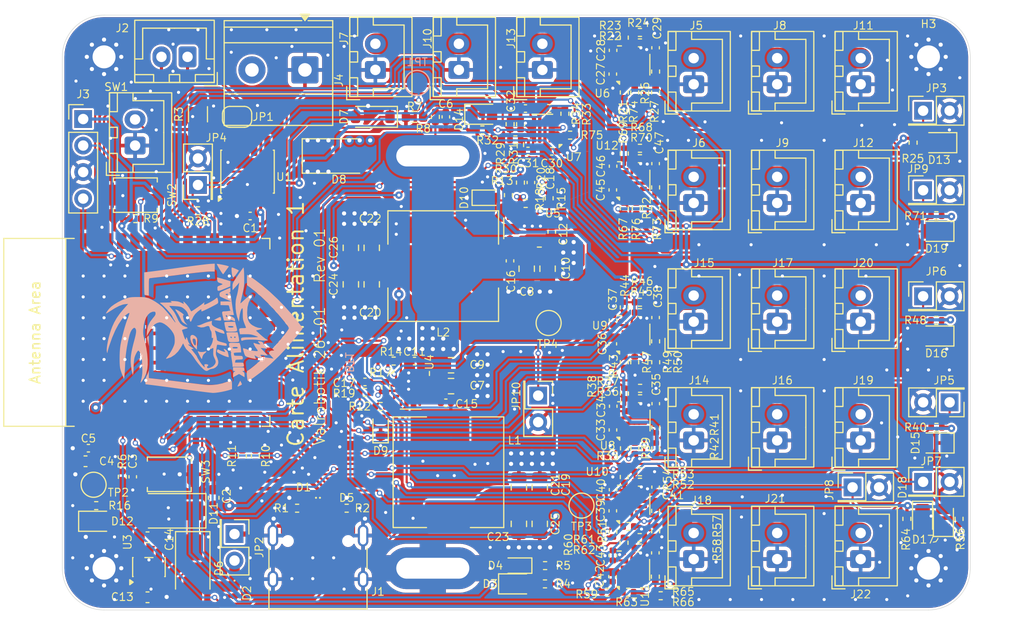
<source format=kicad_pcb>
(kicad_pcb (version 20241229) (generator "pcbnew") (generator_version "9.0")
  (layers (0 "F.Cu" signal) (4 "In1.Cu" signal) (6 "In2.Cu" signal) (2 "B.Cu" signal) (13 "F.Paste" user) (15 "B.Paste" user) (5 "F.SilkS" user "F.Silkscreen") (7 "B.SilkS" user "B.Silkscreen") (1 "F.Mask" user) (3 "B.Mask" user) (25 "Edge.Cuts" user))
  (net 0 "")
  (net 1 "GND")
  (net 2 "+BATT")
  (net 3 "+3V3")
  (net 4 "+5V")
  (net 5 "/CHIP_PU")
  (net 6 "/Vsense")
  (net 7 "Net-(U4-SW)")
  (net 8 "Net-(U4-BOOT)")
  (net 9 "Net-(U5-SW)")
  (net 10 "Net-(U5-BOOT)")
  (net 11 "Net-(U4-FB)")
  (net 12 "+12V")
  (net 13 "Net-(U5-FB)")
  (net 14 "Net-(U6-ITIMER)")
  (net 15 "Net-(U6-DVDT)")
  (net 16 "Net-(U7-ITIMER)")
  (net 17 "Net-(U7-DVDT)")
  (net 18 "Net-(U8-ITIMER)")
  (net 19 "Net-(U8-DVDT)")
  (net 20 "Net-(U9-ITIMER)")
  (net 21 "Net-(U9-DVDT)")
  (net 22 "Net-(U10-ITIMER)")
  (net 23 "Net-(U10-DVDT)")
  (net 24 "Net-(U11-ITIMER)")
  (net 25 "Net-(U11-DVDT)")
  (net 26 "Net-(U12-ITIMER)")
  (net 27 "Net-(U12-DVDT)")
  (net 28 "/D-")
  (net 29 "VBUS")
  (net 30 "Net-(D3-K)")
  (net 31 "Net-(D3-A)")
  (net 32 "Net-(D4-K)")
  (net 33 "/D+")
  (net 34 "Net-(D2-K)")
  (net 35 "/PG_12V")
  (net 36 "/PG_5V")
  (net 37 "Net-(D12-A)")
  (net 38 "PG_5V_1")
  (net 39 "PG_5V_3")
  (net 40 "PG_12V_1")
  (net 41 "PG_12V_2")
  (net 42 "PG_12V_3")
  (net 43 "PG_12V_4")
  (net 44 "PG_5V_2")
  (net 45 "Net-(J1-CC2)")
  (net 46 "Net-(J1-CC1)")
  (net 47 "/CANL")
  (net 48 "/CANH")
  (net 49 "/U0RXD")
  (net 50 "/U0TXD")
  (net 51 "/Connectors/Efuse 5V 5A 1/OUT")
  (net 52 "/Connectors/Efuse 5V 5A 2/OUT")
  (net 53 "/Connectors/Efuse 5V 5A 3/OUT")
  (net 54 "/Connectors/Efuse 12V 5A 1/OUT")
  (net 55 "/Connectors/Efuse 12V 5A 2/OUT")
  (net 56 "/Connectors/Efuse 12V 5A 3/OUT")
  (net 57 "Net-(JP1-B)")
  (net 58 "EN_5V_1")
  (net 59 "EN_5V_3")
  (net 60 "EN_12V_1")
  (net 61 "EN_12V_2")
  (net 62 "EN_12V_3")
  (net 63 "EN_5V_2")
  (net 64 "AGND")
  (net 65 "AGND2")
  (net 66 "/BOOT")
  (net 67 "/ESP_D+")
  (net 68 "/ESP_D-")
  (net 69 "Net-(U4-MODE)")
  (net 70 "Net-(U5-MODE)")
  (net 71 "ILM_5V_1")
  (net 72 "Net-(U6-PGTH)")
  (net 73 "ILM_5V_3")
  (net 74 "Net-(U7-PGTH)")
  (net 75 "ILM_12V_1")
  (net 76 "Net-(U8-OVCSEL)")
  (net 77 "Net-(U8-PGTH)")
  (net 78 "ILM_12V_2")
  (net 79 "Net-(U9-OVCSEL)")
  (net 80 "Net-(U9-PGTH)")
  (net 81 "ILM_12V_3")
  (net 82 "Net-(U10-OVCSEL)")
  (net 83 "Net-(U10-PGTH)")
  (net 84 "ILM_12V_4")
  (net 85 "Net-(U11-OVCSEL)")
  (net 86 "Net-(U11-PGTH)")
  (net 87 "ILM_5V_2")
  (net 88 "Net-(U12-PGTH)")
  (net 89 "/BAU")
  (net 90 "/CAN_TX")
  (net 91 "/CAN_RX")
  (net 97 "/Power/EN")
  (net 99 "Net-(U6-OVCSEL)")
  (net 100 "Net-(U7-OVCSEL)")
  (net 101 "Net-(U12-OVCSEL)")
  (footprint "LED_SMD:LED_0805_2012Metric" (layer "F.Cu") (at 130.25 62.5)
    (property "Reference" "D14")
    (property "Value" "GREEN")
  )
  (footprint "Resistor_SMD:R_0402_1005Metric" (layer "F.Cu") (at 146.85 69.51 90)
    (property "Reference" "R72")
    (property "Value" "10k")
  )
  (footprint "LED_SMD:LED_0805_2012Metric" (layer "F.Cu") (at 133.49 107.5)
    (property "Reference" "D3")
    (property "Value" "GREEN")
  )
  (footprint "LED_SMD:LED_0603_1608Metric" (layer "F.Cu") (at 130.75 70.5)
    (property "Reference" "D10")
    (property "Value" "RED")
  )
  (footprint "Resistor_SMD:R_0402_1005Metric" (layer "F.Cu") (at 143.865 89.26 -90)
    (property "Reference" "R38")
    (property "Value" "5k1")
  )
  (footprint "GLCS:Diode_DFN1006" (layer "F.Cu") (at 113.25 99.25 180)
    (property "Reference" "D1")
    (property "Value" "H5VU10U")
  )
  (footprint "GLCS:Texas_RPW0010A_VQFN-HR-10_2x2mm_P0.5mm" (layer "F.Cu") (at 144.8 57.75 90)
    (property "Reference" "U6")
    (property "Value" "TPS259472A")
  )
  (footprint "Diode_SMD:D_SMA" (layer "F.Cu") (at 100.25 100.5 180)
    (property "Reference" "D11")
    (property "Value" "D_Schottky")
  )
  (footprint "Resistor_SMD:R_0402_1005Metric" (layer "F.Cu") (at 173.765 92.5 180)
    (property "Reference" "R40")
    (property "Value" "5k1")
  )
  (footprint "Connector_JST:JST_XH_B2B-XH-A_1x02_P2.50mm_Vertical" (layer "F.Cu") (at 158.5 93.75 90)
    (property "Reference" "J16")
    (property "Value" "Conn_01x02")
  )
  (footprint "Resistor_SMD:R_0402_1005Metric" (layer "F.Cu") (at 95.75 97.24 -90)
    (property "Reference" "R6")
    (property "Value" "10k")
  )
  (footprint "Resistor_SMD:R_0402_1005Metric" (layer "F.Cu") (at 146.86609 94.514859 90)
    (property "Reference" "R42")
    (property "Value" "1k5")
  )
  (footprint "Connector_JST:JST_XH_B2B-XH-A_1x02_P2.50mm_Vertical" (layer "F.Cu") (at 166.5 71 90)
    (property "Reference" "J12")
    (property "Value" "Conn_01x02")
  )
  (footprint "Resistor_SMD:R_0402_1005Metric" (layer "F.Cu") (at 146.85 84.26 90)
    (property "Reference" "R49")
    (property "Value" "10k")
  )
  (footprint "Capacitor_SMD:C_0402_1005Metric" (layer "F.Cu") (at 146.865 90.23 90)
    (property "Reference" "C35")
    (property "Value" "1n")
  )
  (footprint "Resistor_SMD:R_0402_1005Metric" (layer "F.Cu") (at 138.16 62.45 90)
    (property "Reference" "R34")
    (property "Value" "5k1")
  )
  (footprint "LED_SMD:LED_0805_2012Metric" (layer "F.Cu") (at 93.25 101.5)
    (property "Reference" "D12")
    (property "Value" "GREEN")
  )
  (footprint "GLCS:Texas_RPA0010A_VQFN-HR-10_3x3mm_P0.5mm" (layer "F.Cu") (at 134.3 73.43 -90)
    (property "Reference" "U5")
    (property "Value" "TPS56A37")
  )
  (footprint "Inductor_SMD:L_10.4x10.4_H4.8" (layer "F.Cu") (at 127 96.8 -90)
    (property "Reference" "L1")
    (property "Value" "5u6")
  )
  (footprint "Capacitor_SMD:C_0402_1005Metric" (layer "F.Cu") (at 142.775 98.475 90)
    (property "Reference" "C40")
    (property "Value" "C")
  )
  (footprint "Resistor_SMD:R_0402_1005Metric" (layer "F.Cu") (at 143.85 86.26 -90)
    (property "Reference" "R43")
    (property "Value" "10k")
  )
  (footprint "Resistor_SMD:R_0402_1005Metric" (layer "F.Cu") (at 146.855505 102.457613 90)
    (property "Reference" "R58")
    (property "Value" "1k5")
  )
  (footprint "Connector_JST:JST_XH_B2B-XH-A_1x02_P2.50mm_Vertical" (layer "F.Cu") (at 150.5 105.125 90)
    (property "Reference" "J18")
    (property "Value" "Conn_01x02")
  )
  (footprint "Capacitor_SMD:C_0805_2012Metric" (layer "F.Cu") (at 119.65 78.8 -90)
    (property "Reference" "C20")
    (property "Value" "22u")
  )
  (footprint "Resistor_SMD:R_0402_1005Metric" (layer "F.Cu") (at 143.825 103.56 -90)
    (property "Reference" "R60")
    (property "Value" "1k5")
  )
  (footprint "Resistor_SMD:R_0402_1005Metric" (layer "F.Cu") (at 107.25 95.25 -90)
    (property "Reference" "R11")
    (property "Value" "22")
  )
  (footprint "Capacitor_SMD:C_0603_1608Metric" (layer "F.Cu") (at 104.5 99.25 90)
    (property "Reference" "C2")
    (property "Value" "10u")
  )
  (footprint "MountingHole:MountingHole_2.2mm_M2_Pad_Via" (layer "F.Cu") (at 173 57)
    (property "Reference" "H3")
    (property "Value" "MountingHole_Pad")
  )
  (footprint "Capacitor_SMD:C_0402_1005Metric" (layer "F.Cu") (at 146.85 81.98 90)
    (property "Reference" "C38")
    (property "Value" "1n")
  )
  (footprint "Connector_USB:USB_C_Receptacle_HRO_TYPE-C-31-M-12" (layer "F.Cu") (at 114.5 106)
    (property "Reference" "J1")
    (property "Value" "USB_C_Receptacle_USB2.0_14P")
  )
  (footprint "Diode_SMD:D_SOD-123" (layer "F.Cu") (at 119.75 62.75 180)
    (property "Reference" "D7")
    (property "Value" "BZT52B3V3")
  )
  (footprint "Resistor_SMD:R_0402_1005Metric" (layer "F.Cu") (at 145 71.51 -90)
    (property "Reference" "R76")
    (property "Value" "R")
  )
  (footprint "Resistor_SMD:R_0402_1005Metric" (layer "F.Cu") (at 143.85 55.16 -90)
    (property "Reference" "R22")
    (property "Value" "1k5")
  )
  (footprint "Resistor_SMD:R_0402_1005Metric" (layer "F.Cu") (at 133.41 64.95)
    (property "Reference" "R30")
    (property "Value" "1k5")
  )
  (footprint "Connector_PinHeader_2.54mm:PinHeader_2x01_P2.54mm_Vertical" (layer "F.Cu") (at 172.484558 79.941668)
    (property "Reference" "JP6")
    (property "Value" "Jumper_2_Small_Open")
  )
  (footprint "Resistor_SMD:R_0402_1005Metric" (layer "F.Cu") (at 146.849631 60.412115 90)
    (property "Reference" "R27")
    (property "Value" "5k1")
  )
  (footprint "Capacitor_SMD:C_0402_1005Metric" (layer "F.Cu") (at 123.75 86.15 180)
    (property "Reference" "C11")
    (property "Value" "0u1")
  )
  (footprint "GLCS:Texas_RPW0010A_VQFN-HR-10_2x2mm_P0.5mm" (layer "F.Cu") (at 136 64 180)
    (property "Reference" "U7")
    (property "Value" "TPS259472A")
  )
  (footprint "Capacitor_SMD:C_0402_1005Metric" (layer "F.Cu") (at 119 88.15 180)
    (property "Reference" "C17")
    (property "Value" "47p")
  )
  (footprint "TerminalBlock_Phoenix:TerminalBlock_Phoenix_MKDS-1,5-2-5.08_1x02_P5.08mm_Horizontal" (layer "F.Cu") (at 113.25 58.25 180)
    (property "Reference" "J4")
    (property "Value" "Conn_01x02")
  )
  (footprint "LED_SMD:LED_0805_2012Metric" (layer "F.Cu") (at 174.024558 65.221668 180)
    (property "Reference" "D13")
    (property "Value" "GREEN")
  )
  (footprint "Resistor_SMD:R_0402_1005Metric" (layer "F.Cu") (at 145.35 55.66)
    (property "Reference" "R24")
    (property "Value" "5k1")
  )
  (footprint "Resistor_SMD:R_0402_1005Metric" (layer "F.Cu") (at 144.865 94.51 -90)
    (property "Reference" "R39")
    (property "Value" "390k")
  )
  (footprint "Resistor_SMD:R_0402_1005Metric" (layer "F.Cu") (at 146.850661 71.482466 90)
    (property "Reference" "R73")
    (property "Value" "5k1")
  )
  (footprint "Resistor_SMD:R_0402_1005Metric" (layer "F.Cu") (at 170.928124 101.27038 -90)
    (property "Reference" "R64")
    (property "Value" "5k1")
  )
  (footprint "Resistor_SMD:R_0402_1005Metric" (layer "F.Cu") (at 136.26 105.75 180)
    (property "Reference" "R5")
    (property "Value" "5k1")
  )
  (footprint "Connector_JST:JST_XH_B2B-XH-A_1x02_P2.50mm_Vertical" (layer "F.Cu") (at 166.5 82.375 90)
    (property "Reference" "J20")
    (property "Value" "Conn_01x02")
  )
  (footprint "LED_SMD:LED_0805_2012Metric" (layer "F.Cu") (at 173.765 94 180)
    (property "Reference" "D15")
    (property "Value" "GREEN")
  )
  (footprint "Button_Switch_SMD:SW_SPST_TS-1088-xR020" (layer "F.Cu") (at 97 70.25)
    (property "Reference" "SW2")
    (property "Value" "SW_Push")
  )
  (footprint "Capacitor_SMD:C_0805_2012Metric" (layer "F.Cu") (at 133.75 98.25 90)
    (property "Reference" "C21")
    (property "Value" "22u")
  )
  (footprint "Resistor_SMD:R_0402_1005Metric" (layer "F.Cu") (at 133.91 63.45 90)
    (property "Reference" "R31")
    (property "Value" "5k1")
  )
  (footprint "Resistor_SMD:R_0402_1005Metric" (layer "F.Cu") (at 136.25 107.5)
    (property "Reference" "R4")
    (property "Value" "5k1")
  )
  (footprint "Capacitor_SMD:C_0402_1005Metric" (layer "F.Cu") (at 146.85 98.23 90)
    (property "Reference" "C41")
    (property "Value" "1n")
  )
  (footprint "Capacitor_SMD:C_0402_1005Metric" (layer "F.Cu") (at 142.765 92.75 90)
    (property "Reference" "C33")
    (property "Value" "1u")
  )
  (footprint "Capacitor_SMD:C_0805_2012Metric" (layer "F.Cu") (at 134.5 77.3 -90)
    (property "Reference" "C8")
    (property "Value" "10u")
  )
  (footprint "Resistor_SMD:R_0402_1005Metric" (layer "F.Cu") (at 145.365 89.76)
    (property "Reference" "R36")
    (property "Value" "1k5")
  )
  (footprint "Resistor_SMD:R_0402_1005Metric" (layer "F.Cu") (at 146.85 100.51 90)
    (property "Reference" "R57")
    (property "Value" "10k")
  )
  (footprint "Capacitor_SMD:C_0402_1005Metric" (layer "F.Cu") (at 142.725 106.8 90)
    (property "Reference" "C42")
    (property "Value" "1u")
  )
  (footprint "MountingHole:MountingHole_2.2mm_M2_Pad_Via" (layer "F.Cu") (at 94 106)
    (property "Reference" "H4" (hide yes))
    (property "Value" "MountingHole_Pad")
  )
  (footprint "Capacitor_SMD:C_0402_1005Metric" (layer "F.Cu") (at 142.75 100.5 90)
    (property "Reference" "C39")
    (property "Value" "1u")
  )
  (footprint "Connector_JST:JST_XH_B2B-XH-A_1x02_P2.50mm_Vertical" (layer "F.Cu") (at 136 58.25 90)
    (property "Reference" "J13")
    (property "Value" "Conn_01x02")
  )
  (footprint "LED_SMD:LED_0805_2012Metric" (layer "F.Cu") (at 173.75 73.721668 180)
    (property "Reference" "D19")
    (property "Value" "GREEN")
  )
  (footprint "Connector_JST:JST_XH_B2B-XH-A_1x02_P2.50mm_Vertical" (layer "F.Cu") (at 150.5 82.375 90)
    (property "Reference" "J15")
    (property "Value" "Conn_01x02")
  )
  (footprint "Resistor_SMD:R_0402_1005Metric" (layer "F.Cu") (at 121 88.65 -90)
    (property "Reference" "R17")
    (property "Value" "5k1")
  )
  (footprint "Resistor_SMD:R_0402_1005Metric" (layer "F.Cu") (at 144.85 60.41 -90)
    (property "Reference" "R74")
    (property "Value" "R")
  )
  (footprint "GLCS:Texas_RPW0010A_VQFN-HR-10_2x2mm_P0.5mm" (layer "F.Cu") (at 144.8 99.85 90)
    (property "Reference" "U10")
    (property "Value" "TPS259472A")
  )
  (footprint "Resistor_SMD:R_0402_1005Metric" (layer "F.Cu") (at 146.859779 86.258547 90)
    (property "Reference" "R50")
    (property "Value" "1k5")
  )
  (footprint "Connector_PinHeader_2.54mm:PinHeader_2x01_P2.54mm_Vertical" (layer "F.Cu") (at 172.484558 97.721668)
    (property "Reference" "JP7")
    (property "Value" "Jumper_2_Small_Open")
  )
  (footprint "Resistor_SMD:R_0402_1005Metric" (layer "F.Cu") (at 103 71.75)
    (property "Reference" "R28")
    (property "Value" "10k")
  )
  (footprint "Resistor_SMD:R_0402_1005Metric" (layer "F.Cu") (at 142.75 102.5 -90)
    (property "Reference" "R51")
    (property "Value" "10k")
  )
  (footprint "Connector_JST:JST_XH_B2B-XH-A_1x02_P2.50mm_Vertical" (layer "F.Cu") (at 120 58.25 90)
    (property "Reference" "J7")
    (property "Value" "Conn_01x02")
  )
  (footprint "Capacitor_SMD:C_0402_1005Metric" (layer "F.Cu") (at 142.75 84.5 90)
    (property "Reference" "C36")
    (property "Value" "1u")
  )
  (footprint "Package_TO_SOT_SMD:SOT-23-5" (layer "F.Cu") (at 98.3 105.8875 90)
    (property "Reference" "U3")
    (property "Value" "TLV75733PDBV")
  )
  (footprint "GLCS:Texas_RPW0010A_VQFN-HR-10_2x2mm_P0.5mm" (layer "F.Cu") (at 144.815 91.85 90)
    (property "Reference" "U8")
    (property "Value" "TPS259472A")
  )
  (footprint "Capacitor_SMD:C_0805_2012Metric" (layer "F.Cu") (at 127.25 88.55)
    (property "Reference" "C7")
    (property "Value" "10u")
  )
  (footprint "Capacitor_SMD:C_0805_2012Metric" (layer "F.Cu") (at 127.25 86.55)
    (property "Reference" "C9")
    (property "Value" "10u")
  )
  (footprint "LED_SMD:LED_0805_2012Metric" (layer "F.Cu") (at 172.428124 101.27038 -90)
    (property "Reference" "D18")
    (property "Value" "GREEN")
  )
  (footprint "GLCS:Diode_DFN1006" (layer "F.Cu") (at 106.5 108.25 -90)
    (property "Reference" "D2")
    (property "Value" "H5VU10U")
  )
  (footprint "Capacitor_SMD:C_0805_2012Metric" (layer "F.Cu") (at 136.5 77.3 -90)
    (property "Reference" "C10")
    (property "Value" "10u")
  )
  (footprint "Connector_JST:JST_XH_B2B-XH-A_1x02_P2.50mm_Vertical" (layer "F.Cu") (at 150.5 59.625 90)
    (property "Reference" "J5")
    (property "Value" "Conn_01x02")
  )
  (footprint "Connector_JST:JST_XH_B2B-XH-A_1x02_P2.50mm_Vertical" (layer "F.Cu") (at 158.5 59.625 90)
    (property "Reference" "J8")
    (property "Value" "Conn_01x02")
  )
  (footprint "Capacitor_SMD:C_0402_1005Metric" (layer "F.Cu") (at 126.75 62.75 -90)
    (property "Reference" "C6")
    (property "Value" "0u1")
  )
  (footprint "Connector_JST:JST_XH_B2B-XH-A_1x02_P2.50mm_Vertical" (layer "F.Cu") (at 102 57 180)
    (property "Reference" "J2")
    (property "Value" "Conn_01x02")
  )
  (footprint "Capacitor_SMD:C_0805_2012Metric" (layer "F.Cu") (at 119.65 75.3 90)
    (property "Reference" "C22")
    (property "Value" "22u")
  )
  (footprint "Capacitor_SMD:C_0805_2012Metric" (layer "F.Cu") (at 135.75 98.25 90)
    (property "Reference" "C19")
    (property "Value" "22u")
  )
  (footprint "Button_Switch_SMD:SW_SPST_TS-1088-xR020" (layer "F.Cu") (at 100.25 97 180)
    (property "Reference" "SW3")
    (property "Value" "SW_Push")
  )
  (footprint "GLCS:Texas_RPA0010A_VQFN-HR-10_3x3mm_P0.5mm" (layer "F.Cu") (at 123.38 88.75)
    (property "Reference" "U4")
    (property "Value" "TPS56A37")
  )
  (footprint "Connector_JST:JST_XH_B2B-XH-A_1x02_P2.50mm_Vertical" (layer "F.Cu") (at 166.5 59.625 90)
    (property "Reference" "J11")
    (property "Value" "Conn_01x02")
  )
  (footprint "Resistor_SMD:R_0402_1005Metric" (layer "F.Cu") (at 143.865 94.51 -90)
    (property "Reference" "R35")
    (property "Value" "10k")
  )
  (footprint "TestPoint:TestPoint_Pad_D2.0mm" (layer "F.Cu") (at 136.6 82.5 -90)
    (property "Reference" "TP4")
    (property "Value" "TestPoint")
  )
  (footprint "Resistor_SMD:R_0402_1005Metric" (layer "F.Cu") (at 173.75 82.25 180)
    (property "Reference" "R48")
    (property "Value" "5k1")
  )
  (footprint "Resistor_SMD:R_0402_1005Metric" (layer "F.Cu") (at 171.524558 65.221668 -90)
    (property "Reference" "R25")
    (property "Value" "5k1")
  )
  (footprint "Diode_SMD:D_SMA" (layer "F.Cu") (at 116.5 66.5)
    (property "Reference" "D8")
    (property "Value" "D_TVS")
  )
  (footprint "Resistor_SMD:R_0402_1005Metric" (layer "F.Cu") (at 142.225 108.3 180)
    (property "Reference" "R59")
    (property "Value" "10k")
  )
  (footprint "Resistor_SMD:R_1206_3216Metric" (layer "F.Cu") (at 103 62.5 90)
    (property "Reference" "R3")
    (property "Value" "120")
  )
  (footprint "Capacitor_SMD:C_0603_1608Metric" (layer "F.Cu") (at 92.225 95.75 180)
    (property "Reference" "C4")
    (property "Value" "22u")
  )
  (footprint "Connector_PinHeader_2.54mm:PinHeader_2x01_P2.54mm_Vertical" (layer "F.Cu") (at 172.484558 69.781668)
    (property "Reference" "JP9")
    (property "Value" "Jumper_2_Small_Open")
  )
  (footprint "Resistor_SMD:R_0402_1005Metric" (layer "F.Cu") (at 117.25 100.25 180)
    (property "Reference" "R2")
    (property "Value" "5k1")
  )
  (footprint "Capacitor_SMD:C_0805_2012Metric" (layer "F.Cu") (at 117.65 75.3 90)
    (property "Reference" "C26")
    (property "Value" "22u")
  )
  (footprint "Resistor_SMD:R_0402_1005Metric" (layer "F.Cu") (at 146.825 106.81 90)
    (property "Reference" "R65")
    (property "Value" "10k")
  )
  (footprint "Resistor_SMD:R_0402_1005Metric" (layer "F.Cu") (at 133.9 69.05 90)
    (property "Reference" "R20")
    (property "Value" "73k2")
  )
  (footprint "Resistor_SMD:R_0402_1005Metric" (layer "F.Cu") (at 143.85 81.01 -90)
    (property "Reference" "R44")
    (property "Value" "1k5")
  )
  (footprint "Resistor_SMD:R_0402_1005Metric" (layer "F.Cu") (at 145.365 88.76)
    (property "Reference" "R37")
    (property "Value" "1k5")
  )
  (footprint "Resistor_SMD:R_0402_1005Metric" (layer "F.Cu") (at 119 89.15 180)
    (property "Reference" "R19")
    (property "Value" "100k")
  )
  (footprint "GLCS:Texas_RPW0010A_VQFN-HR-10_2x2mm_P0.5mm" (layer "F.Cu") (at 144.775 106.15 90)
    (property "Reference" "U11")
    (property "Value" "TPS259472A")
  )
  (footprint "Resistor_SMD:R_0402_1005Metric" (layer "F.Cu") (at 112.5 100.25)
    (property "Reference" "R1")
    (property "Value" "5k1")
  )
  (footprint "Connector_JST:JST_XH_B2B-XH-A_1x02_P2.50mm_Vertical" (layer "F.Cu") (at 150.5 71 90)
    (property "Reference" "J6")
    (property "Value" "Conn_01x02")
  )
  (footprint "Resistor_SMD:R_0402_1005Metric" (layer "F.Cu") (at 146.865 92.51 90)
    (property "Reference" "R41")
    (property "Value" "10k")
  )
  (footprint "Capacitor_SMD:C_0402_1005Metric" (layer "F.Cu") (at 142.75 69.75 90)
    (property "Reference" "C45")
    (property "Value" "1u")
  )
  (footprint "Resistor_SMD:R_0402_1005Metric" (layer "F.Cu") (at 130.25 64)
    (property "Reference" "R32")
    (property "Value" "5k1")
  )
  (footprint "Resistor_SMD:R_0402_1005Metric" (layer "F.Cu") (at 143.85 97.26 -90)
    (property "Reference" "R54")
    (property "Value" "5k1")
  )
  (footprint "Resistor_SMD:R_0402_1005Metric" (layer "F.Cu") (at 145.35 81.51)
    (property "Reference" "R45")
    (property "Value" "1k5")
  )
  (footprint "PCM_Espressif:ESP32-S3-WROOM-1" (layer "F.Cu") (at 100.14 83.4 90)
    (property "Reference" "U2")
    (property "Value" "ESP32-S3-WROOM-1")
  )
  (footprint "Resistor_SMD:R_0402_1005Metric" (layer "F.Cu") (at 144.85 86.26 -90)
    (property "Reference" "R47")
    (property "Value" "390k")
  )
  (footprint "Capacitor_SMD:C_0402_1005Metric" (layer "F.Cu") (at 92.5 94.5 180)
    (property "Reference" "C5")
    (property "Value" "0u1")
  )
  (footprint "Connector_JST:JST_XH_B2B-XH-A_1x02_P2.50mm_Vertical" (layer "F.Cu") (at 166.5 93.75 90)
    (property "Reference" "J19")
    (property "Value" "Conn_01x02")
  )
  (footprint "Capacitor_SMD:C_0402_1005Metric" (layer "F.Cu") (at 134.625 66.025 180)
    (property "Reference" "C31")
    (property "Value" "C")
  )
  (footprint "Connector_JST:JST_XH_B2B-XH-A_1x02_P2.50mm_Vertical" (layer "F.Cu") (at 128 58.25 90)
    (property "Reference" "J10")
    (property "Value" "Conn_01x02")
  )
  (footprint "Connector_PinHeader_2.54mm:PinHeader_2x01_P2.54mm_Vertical" (layer "F.Cu") (at 172.484558 62.161668)
    (property "Reference" "JP3")
    (property "Value" "Jumper_2_Small_Open")
  )
  (footprint "Resistor_SMD:R_0402_1005Metric" (layer "F.Cu") (at 145.35 80.51)
    (property "Reference" "R46")
    (property "Value" "5k1")
  )
  (footprint "Capacitor_SMD:C_0402_1005Metric" (layer "F.Cu") (at 142.75 58.65 90)
    (property "Reference" "C27")
    (property "Value" "1u")
  )
  (footprint "Resistor_SMD:R_0402_1005Metric" (layer "F.Cu") (at 108.5 95.25 -90)
    (property "Reference" "R10")
    (property "Value" "22")
  )
  (footprint "Capacitor_SMD:C_0402_1005Metric" (layer "F.Cu") (at 136.9 66.05 180)
    (property "Reference" "C30")
    (property "Value" "1u")
  )
  (footprint "Capacitor_SMD:C_0402_1005Metric" (layer "F.Cu") (at 108 72.25 180)
    (property "Reference" "C1")
    (property "Value" "0u1")
  )
  (footprint "LED_SMD:LED_0805_2012Metric" (layer "F.Cu") (at 173.75 83.75 180)
    (property "Reference" "D16")
    (property "Value" "GREEN")
  )
  (footprint "Resistor_SMD:R_0402_1005Metric" (layer "F.Cu") (at 125.75 62.75 -90)
    (property "Reference" "R8")
    (property "Value" "10k")
  )
  (footprint "Capacitor_SMD:C_0402_1005Metric" (layer "F.Cu") (at 142.775 56.375 90)
    (property "Reference" "C28")
    (property "Value" "C")
  )
  (footprint "Resistor_SMD:R_0402_1005Metric" (layer "F.Cu") (at 173.75 72.221668 180)
    (property "Reference" "R71")
    (property "Value" "5k1")
  )
  (footprint "Capacitor_SMD:C_0805_2012Metric" (layer "F.Cu") (at 135.75 101.75 -90)
    (property "Reference" "C25")
    (property "Value" "22u")
  )
  (footprint "Connector_PinHeader_2.54mm:PinHeader_2x01_P2.54mm_Vertical" (layer "F.Cu") (at 165.725 98.25)
    (property "Reference" "JP8")
    (property "Value" "Jumper_2_Small_Open")
  )
  (footprint "Resistor_SMD:R_0402_1005Metric" (layer "F.Cu") (at 143.85 71.51 -90)
    (property "Reference" "R67")
    (property "Value" "10k")
  )
  (footprint "LED_SMD:LED_0805_2012Metric" (layer "F.Cu") (at 174.428124 101.27038 90)
    (property "Reference" "D17")
    (property "Value" "GREEN")
  )
  (footprint "Resistor_SMD:R_0402_1005Metric" (layer "F.Cu") (at 144.25 102)
    (property "Reference" "R55" (hide yes))
    (property "Value" "390k")
  )
  (footprint "Connector_JST:JST_XH_B2B-XH-A_1x02_P2.50mm_Vertical" (layer "F.Cu") (at 166.5 105.125 90)
    (property "Reference" "J22")
    (property "Value" "Conn_01x02")
  )
  (footprint "Resistor_SMD:R_0402_1005Metric" (layer "F.Cu") (at 143.85 66.26 -90)
    (property "Reference" "R69")
    (property "Value" "1k5")
  )
  (footprint "Connector_PinHeader_2.54mm:PinHeader_2x01_P2.54mm_Vertical" (layer "F.Cu") (at 106.5 102.725 -90)
    (property "Reference" "JP2")
    (property "Value" "Jumper_2_Small_Open")
  )
  (footprint "Capacitor_SMD:C_0402_1005Metric" (layer "F.Cu") (at 126.75 90.15)
    (property "Reference" "C15")
    (property "Value" "0u1")
  )
  (footprint "NetTie:NetTie-2_SMD_Pad0.5mm" (layer "F.Cu") (at 120.25 85.65 90)
    (property "Reference" "NT1" (hide yes))
    (property "Value" "NetTie_2" (hide yes))
  )
  (footprint "Jumper:SolderJumper-2_P1.3mm_Open_RoundedPad1.0x1.5mm" (layer "F.Cu") (at 106.75 62.75 180)
    (property "Reference" "JP1")
    (property "Value" "Jumper_2_Small_Bridged")
  )
  (footprint "Resistor_SMD:R_0402_1005Metric" (layer "F.Cu") (at 120.5 90.5 180)
    (property "Reference" "R12")
    (property "Value" "5k1")
  )
  (footprint "Connector_PinHeader_2.54mm:PinHeader_2x01_P2.54mm_Vertical" (layer "F.Cu") (at 175.024558 90.101668 180)
    (property "Reference" "JP5")
    (property "Value" "Jumper_2_Small_Open")
  )
  (footprint "Resistor_SMD:R_0402_1005Metric" (layer "F.Cu") (at 97 72.5 180)
    (property "Reference" "R9")
    (property "Value" "10k")
  )
  (footprint "MountingHole:MountingHole_2.2mm_M2_Pad_Via" (layer "F.Cu") (at 94 57)
    (property "Reference" "H1" (hide yes))
    (property "Value" "MountingHole_Pad")
  )
  (footprint "Connector_PinHeader_2.54mm:PinHeader_1x04_P2.54mm_Vertical" (layer "F.Cu") (at 92 62.96)
    (property "Reference" "J3")
    (property "Value" "Conn_01x04_Pin")
  )
  (footprint "Resistor_SMD:R_0402_1005Metric" (layer "F.Cu") (at 175.928124 101.27038 90)
    (property "Reference" "R56")
    (property "Value" "5k1")
  )
  (footprint "Connector_JST:JST_XH_B2B-XH-A_1x02_P2.50mm_Vertical" (layer "F.Cu") (at 150.5 93.75 90)
    (property "Reference" "J14")
    (property "Value" "Conn_01x02")
  )
  (footprint "Capacitor_SMD:C_0402_1005Metric" (layer "F.Cu") (at 142.775 82.225 90)
    (property "Reference" "C37")
    (property "Value" "C")
  )
  (footprint "LED_SMD:LED_0603_1608Metric" (layer "F.Cu") (at 133.51 105.75 180)
    (property "Reference" "D4")
    (property "Value" "RED")
  )
  (footprint "Capacitor_SMD:C_0402_1005Metric" (layer "F.Cu") (at 136.9 73.8 90)
    (property "Reference" "C12")
    (property "Value" "0u1")
  )
  (footprint "Capacitor_SMD:C_0805_2012Metric" (layer "F.Cu") (at 117.65 78.8 -90)
    (property "Reference" "C24")
    (property "Value" "22u")
  )
  (footprint "Resistor_SMD:R_0603_1608Metric" (layer "F.Cu") (at 123.75 62.75 180)
    (property "Reference" "R7")
    (property "Value" "1k8")
  )
  (footprint "Resistor_SMD:R_0402_1005Metric" (layer "F.Cu") (at 145.325 104.06)
    (property "Reference" "R62")
    (property "Value" "5k1")
  )
  (footprint "Capacitor_SMD:C_0402_1005Metric" (layer "F.Cu") (at 142.79 90.475 90)
    (property "Reference" "C34")
    (property "Value" "C")
  )
  (footprint "Connector_PinHeader_2.54mm:PinHeader_2x01_P2.54mm_Vertical" (layer "F.Cu") (at 103 69.275 90)
    (property "Reference" "JP4")
    (property "Value" "Jumper_2_Small_Open")
  )
  (footprint "Capacitor_SMD:C_0402_1005Metric" (layer "F.Cu") (at 146.85 56.13 90)
    (property "Reference" "C29")
    (property "Value" "1n")
  )
  (footprint "Inductor_SMD:L_10.4x10.4_H4.8" (layer "F.Cu") (at 126.5 77.05 180)
    (property "Reference" "L2")
    (property "Value" "5u6")
  )
  (footprint "Resistor_SMD:R_0402_1005Metric" (layer "F.Cu") (at 145.35 54.66)
    (property "Reference" "R23")
    (property "Value" "1k5")
  )
  (footprint "Resistor_SMD:R_0402_1005Metric" (layer "F.Cu") (at 147.337205 108.635881 180)
    (property "Reference" "R66")
    (property "Value" "1k5")
  )
  (footprint "Capacitor_SMD:C_0603_1608Metric" (layer "F.Cu") (at 98.165 108.7825 180)
    (property "Reference" "C13")
    (property "Value" "22u")
  )
  (footprint "Capacitor_SMD:C_0402_1005Metric" (layer "F.Cu") (at 146.85 67.23 90)
    (property "Reference" "C47")
    (property "Value" "1n")
  )
  (footprint "Resistor_SMD:R_0402_1005Metric" (layer "F.Cu") (at 93.25 100)
    (property "Reference" "R16")
    (property "Value" "5k1")
  )
  (footprint "Capacitor_SMD:C_0402_1005Metric" (layer "F.Cu") (at 96.75 97.24 90)
    (property "Reference" "C3")
    (property "Value" "1u")
  )
  (footprint "Capacitor_SMD:C_0402_1005Metric" (layer "F.Cu") (at 142.775 67.475 90)
    (property "Reference" "C46")
    (property "Value" "C")
  )
  (footprint "TestPoint:TestPoint_Pad_D2.0mm" (layer "F.Cu") (at 93 98)
    (property "Reference" "TP2")
    (property "Value" "TestPoint")
  )
  (footprint "Resistor_SMD:R_0402_1005Metric" (layer "F.Cu") (at 132.75 70.25 -90)
    (property "Reference" "R13")
    (property "Value" "5k1")
  )
  (footprint "MountingHole:MountingHole_2.2mm_M2_Pad_Via" (layer "F.Cu") (at 173 106)
    (property "Reference" "H2" (hide yes))
    (property "Value" "MountingHole_Pad")
  )
  (footprint "Package_SO:SOIC-8_3.9x4.9mm_P1.27mm" (layer "F.Cu") (at 107.75 68 90)
    (property "Reference" "U1")
    (property "Value" "SN65HVD230")
  )
  (footprint "Resistor_SMD:R_0402_1005Metric" (layer "F.Cu") (at 136.65 70.55 -90)
    (property "Reference" "R15")
    (property "Value" "52k3")
  )
  (footprint "Capacitor_SMD:C_0402_1005Metric" (layer "F.Cu") (at 132.9 76.55 -90)
    (property "Reference" "C16")
    (property "Value" "0u1")
  )
  (footprint "GLCS:Texas_RPW0010A_VQFN-HR-10_2x2mm_P0.5mm" (layer "F.Cu") (at 144.8 68.85 90)
    (property "Reference" "U12")
    (property "Value" "TPS259472A")
  )
  (footprint "Capacitor_SMD:C_0603_1608Metric" (layer "F.Cu") (at 98.165 103.0325 180)
    (property "Reference" "C14")
    (property "Value" "22u")
  )
  (footprint "Resistor_SMD:R_0402_1005Metric" (layer "F.Cu") (at 136.66 61.95 180)
    (property "Reference" "R33")
    (property "Value" "10k")
  )
  (footprint "NetTie:NetTie-2_SMD_Pad0.5mm" (layer "F.Cu") (at 137.15 69.05)
    (property "Reference" "NT2" (hide yes))
    (property "Value" "NetTie_2" (hide yes))
  )
  (footprint "Connector_JST:JST_XH_B2B-XH-A_1x02_P2.50mm_Vertical" (layer "F.Cu") (at 96.975 65.5 90)
    (property "Reference" "SW1")
    (property "Value" "SW_Push")
  )
  (footprint "TestPoint:TestPoint_Pad_D2.0mm" (layer "F.Cu") (at 139.75 100 90)
    (property "Reference" "TP3")
    (property "Value" "TestPoint")
  )
  (footprint "Capacitor_SMD:C_0402_1005Metric" (layer "F.Cu") (at 146.825 104.53 90)
    (property "Reference" "C44" (hide yes))
    (property "Value" "1n")
  )
  (footprint "Connector_PinHeader_2.54mm:PinHeader_2x01_P2.54mm_Vertical" (layer "F.Cu") (at 135.6 89.46 -90)
    (property "Reference" "JP10")
    (property "Value" "Jumper_2_Small_Open")
  )
  (footprint "Diode_SMD:D_SMA" (layer "F.Cu") (at 102.5 106 -90)
    (property "Reference" "D6")
    (property "Value" "D_Schottky")
  )
  (footprint "Resistor_SMD:R_0402_1005Metric" (layer "F.Cu") (at 145.35 66.76)
    (property "Reference" "R70")
    (property "Value" "5k1")
  )
  (footprint "Resistor_SMD:R_0402_1005Metric" (layer "F.Cu") (at 145.325 103.06)
    (property "Reference" "R61")
    (property "Value" "1k5")
  )
  (footprint "Resistor_SMD:R_0402_1005Metric" (layer "F.Cu") (at 138.66 64.5)
    (property "Reference" "R75")
    (property "Value" "R")
  )
  (footprint "Resistor_SMD:R_0402_1005Metric" (layer "F.Cu") (at 121.75 86.15)
    (property "Reference" "R14")
    (property "Value" "52k3")
  )
  (footprint "Resistor_SMD:R_0402_1005Metric" (layer "F.Cu") (at 134.4 71.05)
    (property "Reference" "R18")
    (property "Value" "10k")
  )
  (footprint "Capacitor_SMD:C_0402_1005Metric" (layer "F.Cu") (at 134.38 61.95 180)
    (property "Reference" "C32")
    (property "Value" "1n")
  )
  (footprint "Resistor_SMD:R_0402_1005Metric" (layer "F.Cu") (at 145.35 97.76)
    (property "Reference" "R52")
    (property "Value" "1k5")
  )
  (footprint "Resistor_SMD:R_0402_1005Metric" (layer "F.Cu") (at 144.225 108.3)
    (property "Reference" "R63")
    (property "Value" "390k")
  )
  (footprint "Resistor_SMD:R_0402_1005Metric" (layer "F.Cu") (at 146.85 58.41 90)
    (property "Reference" "R26")
    (property "Value" "10k")
  )
  (footprint "LED_SMD:LED_0603_1608Metric" (layer "F.Cu") (at 120.5 92.5 90)
    (property "Reference" "D9")
    (property "Value" "RED")
  )
  (footprint "GLCS:Diode_DFN1006" (layer "F.Cu") (at 115.75 99.25)
    (property "Reference" "D5")
    (property "Value" "H5VU10U")
  )
  (footprint "Capacitor_SMD:C_0402_1005Metric" (layer "F.Cu") (at 142.75 104.775 90)
    (property "Reference" "C43")
    (property "Value" "C")
  )
  (footprint "Connector_JST:JST_XH_B2B-XH-A_1x02_P2.50mm_Vertical" (layer "F.Cu") (at 158.5 71 90)
    (property "Reference" "J9")
    (property "Value" "Conn_01x02")
  )
  (footprint "Resistor_SMD:R_0402_1005Metric" (layer "F.Cu") (at 145.35 65.76)
    (property "Reference" "R68")
    (property "Value" "1k5")
  )
  (footprint "Connector_JST:JST_XH_B2B-XH-A_1x02_P2.50mm_Vertical" (layer "F.Cu") (at 158.5 82.375 90)
    (property "Reference" "J17")
    (property "Value" "Conn_01x02")
  )
  (footprint "Resistor_SMD:R_0402_1005Metric" (layer "F.Cu") (at 145.35 96.76)
    (property "Reference" "R53")
    (property "Value" "1k5")
  )
  (footprint "Resistor_SMD:R_0402_1005Metric" (layer "F.Cu") (at 132.91 63.45 90)
    (property "Reference" "R29")
    (property "Value" "1k5")
  )
  (footprint "Capacitor_SMD:C_0805_2012Metric" (layer "F.Cu") (at 133.75 101.75 -90)
    (property "Reference" "C23")
    (property "Value" "22u")
  )
  (footprint "Connector_JST:JST_XH_B2B-XH-A_1x02_P2.50mm_Vertical" (layer "F.Cu") (at 158.5 105.125 90)
    (property "Reference" "J21")
    (property "Value" "Conn_01x02")
  )
  (footprint "GLCS:Texas_RPW0010A_VQFN-HR-10_2x2mm_P0.5mm" (layer "F.Cu") (at 144.8 83.6 90)
    (property "Reference" "U9")
    (property "Value" "TPS259472A")
  )
  (footprint "Resistor_SMD:R_0402_1005Metric" (layer "F.Cu") (at 143.85 60.41 -90)
    (property "Reference" "R21")
    (property "Value" "10k")
  )
  (footprint "Capacitor_SMD:C_0402_1005Metric" (layer "F.Cu") (at 134.9 69.04 90)
    (property "Reference" "C18")
    (property "Value" "47p")
  )
  (footprint "LOGO" (layer "B.Cu") (at 103.604898 82.990078 -90)
    (property "Reference" "G***" (hide yes))
    (property "Value" "LOGO" (hide yes))
  )
  (footprint "GLCS:Power battery holder" (layer "B.Cu") (at 125.5 86.25 90)
    (property "Reference" "BT1")
    (property "Value" "18v")
  )
  (footprint "LOGO" (layer "B.Cu") (at 103.604898 82.990078 -90)
    (property "Reference" "G***" (hide yes))
    (property "Value" "LOGO" (hide yes))
  )
  (footprint "LOGO" (layer "B.Cu") (at 103.604898 82.990078 -90)
    (property "Reference" "G***" (hide yes))
    (property "Value" "LOGO" (hide yes))
  )
  (footprint "TestPoint:TestPoint_Pad_D2.0mm" (layer "B.Cu") (at 124 59.5 180)
    (property "Reference" "TP1")
    (property "Value" "TestPoint")
  )
  (gr_line (start 173.874468 103.226423) (end 173.90123 103.131266) (stroke (width 0.1)) (layer "F.SilkS"))
  (gr_line (start 173.716864 103.449447) (end 173.874468 103.226423) (stroke (width 0.1)) (layer "F.SilkS"))
  (gr_line (start 173.458156 103.499999) (end 173.716864 103.449447) (stroke (width 0.1)) (layer "F.SilkS"))
  (gr_arc (start 177 106) (mid 175.828427 108.828427) (end 173 110) (stroke (width 0.05)) (layer "Edge.Cuts"))
  (gr_arc (start 94 110) (mid 91.171573 108.828427) (end 90 106) (stroke (width 0.05)) (layer "Edge.Cuts"))
  (gr_line (start 90 106) (end 90 57) (stroke (width 0.05)) (layer "Edge.Cuts"))
  (gr_line (start 177 57) (end 177 106) (stroke (width 0.05)) (layer "Edge.Cuts"))
  (gr_arc (start 173 53) (mid 175.828427 54.171573) (end 177 57) (stroke (width 0.05)) (layer "Edge.Cuts"))
  (gr_line (start 173 110) (end 94 110) (stroke (width 0.05)) (layer "Edge.Cuts"))
  (gr_line (start 94 53) (end 173 53) (stroke (width 0.05)) (layer "Edge.Cuts"))
  (gr_arc (start 90 57) (mid 91.171573 54.171573) (end 94 53) (stroke (width 0.05)) (layer "Edge.Cuts"))
  (gr_text "Rev 01" (at 115.25 78.75 90) (layer "F.SilkS") (effects (font (size 1 1) (thickness 0.1)) (justify left bottom)))
  (gr_text "Carte Alimentation 1" (at 113.25 94.5 90) (layer "F.SilkS") (effects (font (size 1.5 1.5) (thickness 0.1875)) (justify left bottom)))
  (gr_text "Valrobotik 26-01" (at 115.25 94.28 90) (layer "F.SilkS") (effects (font (size 1 1) (thickness 0.1)) (justify left bottom)))
  (segment (start 144.865 95.135) (end 144.865 95.02) (width 0.3) (layer "F.Cu") (net 1))
  (segment (start 143.4 104.7) (end 143.4 104.495) (width 0.5) (layer "F.Cu") (net 1))
  (segment (start 145.025 98.568746) (end 145.025 98.95) (width 0.3) (layer "F.Cu") (net 1))
  (segment (start 143 66.77) (end 142.775 66.995) (width 0.5) (layer "F.Cu") (net 1))
  (segment (start 145.025 82.7) (end 145.025 82.318746) (width 0.3) (layer "F.Cu") (net 1))
  (segment (start 145.31832 104.550426) (end 145 104.868746) (width 0.3) (layer "F.Cu") (net 1))
  (segment (start 98.5 108) (end 98.3 107.8) (width 0.5) (layer "F.Cu") (net 1))
  (segment (start 145.025 82.318746) (end 145.348745 81.995001) (width 0.3) (layer "F.Cu") (net 1))
  (segment (start 143.4 104.495) (end 143.825 104.07) (width 0.5) (layer "F.Cu") (net 1))
  (segment (start 145.992797 55.792797) (end 145.86 55.66) (width 0.2) (layer "F.Cu") (net 1))
  (segment (start 142.311015 101.418985) (end 142.75 100.98) (width 0.3) (layer "F.Cu") (net 1))
  (segment (start 142.091762 101.418985) (end 142.311015 101.418985) (width 0.3) (layer "F.Cu") (net 1))
  (segment (start 145.025 67.568746) (end 145.348746 67.245) (width 0.3) (layer "F.Cu") (net 1))
  (segment (start 145.424992 56.139466) (end 145.436476 56.139466) (width 0.2) (layer "F.Cu") (net 1))
  (segment (start 142.75 97.25) (end 143.33 97.25) (width 0.3) (layer "F.Cu") (net 1))
  (segment (start 107.115 71.845) (end 107.52 72.25) (width 0.5) (layer "F.Cu") (net 1))
  (segment (start 145.363746 90.245) (end 145.04 90.568746) (width 0.3) (layer "F.Cu") (net 1))
  (segment (start 145.025 67.95) (end 145.025 67.568746) (width 0.3) (layer "F.Cu") (net 1))
  (segment (start 145.04 90.568746) (end 145.04 90.95) (width 0.3) (layer "F.Cu") (net 1))
  (segment (start 142.822262 80.887815) (end 143.217815 80.887815) (width 0.3) (layer "F.Cu") (net 1))
  (segment (start 145.41226 104.550426) (end 145.31832 104.550426) (width 0.3) (layer "F.Cu") (net 1))
  (segment (start 142.75 104.295) (end 143.6 104.295) (width 0.3) (layer "F.Cu") (net 1))
  (segment (start 145.025 56.85) (end 145.025 56.539458) (width 0.2) (layer "F.Cu") (net 1))
  (segment (start 143.217815 80.887815) (end 143.85 81.52) (width 0.3) (layer "F.Cu") (net 1))
  (segment (start 134.718746 63.775) (end 134.384861 63.441115) (width 0.3) (layer "F.Cu") (net 1))
  (segment (start 145.348745 81.995001) (end 145.417986 81.995001) (width 0.3) (layer "F.Cu") (net 1))
  (segment (start 133.92 64.95) (end 134.145 65.175) (width 0.359) (layer "F.Cu") (net 1))
  (segment (start 143.33 97.25) (end 143.85 97.77) (width 0.3) (layer "F.Cu") (net 1))
  (segment (start 145.384916 98.20883) (end 145.025 98.568746) (width 0.3) (layer "F.Cu") (net 1))
  (segment (start 145.992797 56.300096) (end 145.992797 55.792797) (width 0.2) (layer "F.Cu") (net 1))
  (segment (start 145.432985 90.245) (end 145.363746 90.245) (width 0.3) (layer "F.Cu") (net 1))
  (segment (start 134.384861 63.441115) (end 134.384861 63.34904) (width 0.3) (layer "F.Cu") (net 1))
  (segment (start 98.5 108) (end 98.5 108.3425) (width 0.5) (layer "F.Cu") (net 1))
  (segment (start 135.1 63.775) (end 134.718746 63.775) (width 0.3) (layer "F.Cu") (net 1))
  (segment (start 145.483445 98.20883) (end 145.384916 98.20883) (width 0.3) (layer "F.Cu") (net 1))
  (segment (start 143.6 104.295) (end 143.825 104.07) (width 0.3) (layer "F.Cu") (net 1))
  (segment (start 143.095 89) (end 143.865 89.77) (width 0.3) (layer "F.Cu") (net 1))
  (segment (start 145 104.868746) (end 145 105.25) (width 0.3) (layer "F.Cu") (net 1))
  (segment (start 98.5 108.3425) (end 98.94 108.7825) (width 0.5) (layer "F.Cu") (net 1))
  (segment (start 134.145 65.175) (end 134.145 66.025) (width 0.359) (layer "F.Cu") (net 1))
  (segment (start 107.115 70.475) (end 107.115 71.845) (width 0.5) (layer "F.Cu") (net 1))
  (segment (start 145.316988 95.5) (end 145.23 95.5) (width 0.3) (layer "F.Cu") (net 1))
  (segment (start 145.23 95.5) (end 144.865 95.135) (width 0.3) (layer "F.Cu") (net 1))
  (segment (start 142.75 89) (end 143.095 89) (width 0.3) (layer "F.Cu") (net 1))
  (segment (start 145.348746 67.245) (end 145.417985 67.245) (width 0.3) (layer "F.Cu") (net 1))
  (segment (start 143.85 66.77) (end 143 66.77) (width 0.5) (layer "F.Cu") (net 1))
  (segment (start 98.3 107.8) (end 98.3 107.025) (width 0.5) (layer "F.Cu") (net 1))
  (segment (start 143.42 55.67) (end 142.75 55) (width 0.359) (layer "F.Cu") (net 1))
  (segment (start 145.025 56.539458) (end 145.424992 56.139466) (width 0.2) (layer "F.Cu") (net 1))
  (segment (start 143.85 55.67) (end 143.42 55.67) (width 0.359) (layer "F.Cu") (net 1))
  (via (at 175 87) (size 0.7) (drill 0.3) (layers "F.Cu" "B.Cu") (net 1))
  (via (at 146.036567 104.75) (size 0.5) (drill 0.3) (layers "F.Cu" "B.Cu") (net 1))
  (via (at 119 73) (size 0.9) (drill 0.4) (layers "F.Cu" "B.Cu") (net 1))
  (via (at 108 85) (size 0.7) (drill 0.3) (layers "F.Cu" "B.Cu") (net 1))
  (via (at 151 75) (size 0.7) (drill 0.3) (layers "F.Cu" "B.Cu") (net 1))
  (via (at 155 89) (size 0.7) (drill 0.3) (layers "F.Cu" "B.Cu") (net 1))
  (via (at 106.73 72.25) (size 0.9) (drill 0.4) (layers "F.Cu" "B.Cu") (net 1))
  (via (at 118 73) (size 0.9) (drill 0.4) (layers "F.Cu" "B.Cu") (net 1))
  (via (at 142.75 89) (size 0.7) (drill 0.3) (layers "F.Cu" "B.Cu") (net 1))
  (via (at 106 78) (size 0.7) (drill 0.3) (layers "F.Cu" "B.Cu") (net 1))
  (via (at 159 78) (size 0.7) (drill 0.3) (layers "F.Cu" "B.Cu") (net 1))
  (via (at 160 109) (size 0.7) (drill 0.3) (layers "F.Cu" "B.Cu") (net 1))
  (via (at 136.683023 85.335118) (size 0.7) (drill 0.3) (layers "F.Cu" "B.Cu") (net 1))
  (via (at 137.8 70) (size 0.7) (drill 0.3) (layers "F.Cu" "B.Cu") (net 1))
  (via (at 104 70.8) (size 0.5) (drill 0.3) (layers "F.Cu" "B.Cu") (net 1))
  (via (at 130.75 86.5) (size 0.9) (drill 0.4) (layers "F.Cu" "B.Cu") (net 1))
  (via (at 130.75 85.5) (size 0.9) (drill 0.4) (layers "F.Cu" "B.Cu") (net 1))
  (via (at 169.745467 63.493609) (size 0.7) (drill 0.3) (layers "F.Cu" "B.Cu") (net 1))
  (via (at 145.432985 90.245) (size 0.5) (drill 0.3) (layers "F.Cu" "B.Cu") (net 1))
  (via (at 116.745428 92.890257) (size 0.5) (drill 0.3) (layers "F.Cu" "B.Cu") (net 1))
  (via (at 109.4 94.2) (size 0.5) (drill 0.3) (layers "F.Cu" "B.Cu") (net 1))
  (via (at 163 75) (size 0.7) (drill 0.3) (layers "F.Cu" "B.Cu") (net 1))
  (via (at 116 105) (size 0.7) (drill 0.3) (layers "F.Cu" "B.Cu") (net 1))
  (via (at 144.75 109) (size 0.7) (drill 0.3) (layers "F.Cu" "B.Cu") (net 1))
  (via (at 169.546616 60.17943) (size 0.7) (drill 0.3) (layers "F.Cu" "B.Cu") (net 1))
  (via (at 105 102) (size 0.7) (drill 0.3) (layers "F.Cu" "B.Cu") (net 1))
  (via (at 146.882582 72.870408) (size 0.7) (drill 0.3) (layers "F.Cu" "B.Cu") (net 1))
  (via (at 136.75 104) (size 0.9) (drill 0.4) (layers "F.Cu" "B.Cu") (net 1))
  (via (at 104.5 68.6) (size 0.5) (drill 0.3) (layers "F.Cu" "B.Cu") (net 1))
  (via (at 128.75 70.5) (size 0.9) (drill 0.4) (layers "F.Cu" "B.Cu") (net 1))
  (via (at 129.546199 96.042783) (size 0.7) (drill 0.3) (layers "F.Cu" "B.Cu") (net 1))
  (via (at 112.513623 83.427497) (size 0.5) (drill 0.3) (layers "F.Cu" "B.Cu") (net 1))
  (via (at 101.25 97) (size 0.9) (drill 0.4) (layers "F.Cu" "B.Cu") (net 1))
  (via (at 135.815608 73.222297) (size 0.5) (drill 0.3) (layers "F.Cu" "B.Cu") (net 1))
  (via (at 155 55) (size 0.7) (drill 0.3) (layers "F.Cu" "B.Cu") (net 1))
  (via (at 115.5 68) (size 0.9) (drill 0.4) (layers "F.Cu" "B.Cu") (net 1))
  (via (at 135.75 79.5) (size 0.9) (drill 0.4) (layers "F.Cu" "B.Cu") (net 1))
  (via (at 96.232829 76.997322) (size 0.7) (drill 0.3) (layers "F.Cu" "B.Cu") (net 1))
  (via (at 147.584661 63.20638) (size 0.7) (drill 0.3) (layers "F.Cu" "B.Cu") (net 1))
  (via (at 109.724665 92.888217) (size 0.5) (drill 0.3) (layers "F.Cu" "B.Cu") (net 1))
  (via (at 100.2 54.4) (size 0.5) (drill 0.3) (layers "F.Cu" "B.Cu") (net 1))
  (via (at 102 90) (size 0.7) (drill 0.3) (layers "F.Cu" "B.Cu") (net 1))
  (via (at 108.70209 61.65745) (size 0.7) (drill 0.3) (layers "F.Cu" "B.Cu") (net 1))
  (via (at 133 61.96) (size 0.7) (drill 0.3) (layers "F.Cu" "B.Cu") (net 1))
  (via (at 124.552483 95.744276) (size 0.7) (drill 0.3) (layers "F.Cu" "B.Cu") (net 1))
  (via (at 109.6 54.4) (size 0.5) (drill 0.3) (layers "F.Cu" "B.Cu") (net 1))
  (via (at 96 86) (size 0.7) (drill 0.3) (layers "F.Cu" "B.Cu") (net 1))
  (via (at 137.910496 85.130539) (size 0.7) (drill 0.3) (layers "F.Cu" "B.Cu") (net 1))
  (via (at 146.007076 82.047745) (size 0.5) (drill 0.3) (layers "F.Cu" "B.Cu") (net 1))
  (via (at 134.384861 63.34904) (size 0.5) (drill 0.3) (layers "F.Cu" "B.Cu") (net 1))
  (via (at 129.75 88.5) (size 0.9) (drill 0.4) (layers "F.Cu" "B.Cu") (net 1))
  (via (at 97 61) (size 0.7) (drill 0.3) (layers "F.Cu" "B.Cu") (net 1))
  (via (at 119 82) (size 0.9) (drill 0.4) (layers "F.Cu" "B.Cu") (net 1))
  (via (at 175.737656 104.244047) (size 0.7) (drill 0.3) (layers "F.Cu" "B.Cu") (net 1))
  (via (at 137 95) (size 0.9) (drill 0.4) (layers "F.Cu" "B.Cu") (net 1))
  (via (at 105.8 98.4) (size 0.9) (drill 0.4) (layers "F.Cu" "B.Cu") (net 1))
  (via (at 133 96) (size 0.9) (drill 0.4) (layers "F.Cu" "B.Cu") (net 1))
  (via (at 100.271635 72.689592) (size 0.5) (drill 0.3) (layers "F.Cu" "B.Cu") (net 1))
  (via (at 117.4 88.7) (size 0.5) (drill 0.3) (layers "F.Cu" "B.Cu") (net 1))
  (via (at 129.75 87.5) (size 0.9) (drill 0.4) (layers "F.Cu" "B.Cu") (net 1))
  (via (at 166 109) (size 0.7) (drill 0.3) (layers "F.Cu" "B.Cu") (net 1))
  (via (at 92 90) (size 0.7) (drill 0.3) (layers "F.Cu" "B.Cu") (net 1))
  (via (at 169 109) (size 0.7) (drill 0.3) (layers "F.Cu" "B.Cu") (net 1))
  (via (at 136 95) (size 0.9) (drill 0.4) (layers "F.Cu" "B.Cu") (net 1))
  (via (at 113.349946 73.662835) (size 0.7) (drill 0.3) (layers "F.Cu" "B.Cu") (net 1))
  (via (at 116 80) (size 0.7) (drill 0.3) (layers "F.Cu" "B.Cu") (net 1))
  (via (at 95 109) (size 0.7) (drill 0.3) (layers "F.Cu" "B.Cu") (net 1))
  (via (at 127.557236 97.125183) (size 0.7) (drill 0.3) (layers "F.Cu" "B.Cu") (net 1))
  (via (at 132.23786 85.241099) (size 0.7) (drill 0.3) (layers "F.Cu" "B.Cu") (net 1))
  (via (at 96 78) (size 0.7) (drill 0.3) (layers "F.Cu" "B.Cu") (net 1))
  (via (at 94 86) (size 0.7) (drill 0.3) (layers "F.Cu" "B.Cu") (net 1))
  (via (at 155.152927 99.162307) (size 0.7) (drill 0.3) (layers "F.Cu" "B.Cu") (net 1))
  (via (at 171 75) (size 0.7) (drill 0.3) (layers "F.Cu" "B.Cu") (net 1))
  (via (at 134 95) (size 0.9) (drill 0.4) (layers "F.Cu" "B.Cu") (net 1))
  (via (at 111.25 100.25) (size 0.7) (drill 0.3) (layers "F.Cu" "B.Cu") (net 1))
  (via (at 163 86) (size 0.7) (drill 0.3) (layers "F.Cu" "B.Cu") (net 1))
  (via (at 122.463936 83.273952) (size 0.7) (drill 0.3) (layers "F.Cu" "B.Cu") (net 1))
  (via (at 114.165708 85.517579) (size 0.5) (drill 0.3) (layers "F.Cu" "B.Cu") (net 1))
  (via (at 174.75 95.25) (size 0.7) (drill 0.3) (layers "F.Cu" "B.Cu") (net 1))
  (via (at 146.75 65.75) (size 0.7) (drill 0.3) (layers "F.Cu" "B.Cu") (net 1))
  (via (at 98 88) (size 0.7) (drill 0.3) (layers "F.Cu" "B.Cu") (net 1))
  (via (at 96.75 98.5) (size 0.7) (drill 0.3) (layers "F.Cu" "B.Cu") (net 1))
  (via (at 148 65) (size 0.7) (drill 0.3) (layers "F.Cu" "B.Cu") (net 1))
  (via (at 147.75 97.75) (size 0.7) (drill 0.3) (layers "F.Cu" "B.Cu") (net 1))
  (via (at 100 78) (size 0.7) (drill 0.3) (layers "F.Cu" "B.Cu") (net 1))
  (via (at 163 65) (size 0.7) (drill 0.3) (layers "F.Cu" "B.Cu") (net 1))
  (via (at 120 73) (size 0.9) (drill 0.4) (layers "F.Cu" "B.Cu") (net 1))
  (via (at 114 81) (size 0.7) (drill 0.3) (layers "F.Cu" "B.Cu") (net 1))
  (via (at 104 78) (size 0.7) (drill 0.3) (layers "F.Cu" "B.Cu") (net 1))
  (via (at 175 64) (size 0.7) (drill 0.3) (layers "F.Cu" "B.Cu") (net 1))
  (via (at 114.160078 69.115046) (size 0.7) (drill 0.3) (layers "F.Cu" "B.Cu") (net 1))
  (via (at 134 96) (size 0.9) (drill 0.4) (layers "F.Cu" "B.Cu") (net 1))
  (via (at 122 74) (size 0.7) (drill 0.3) (layers "F.Cu" "B.Cu") (net 1))
  (via (at 98.9 73.4) (size 0.5) (drill 0.3) (layers "F.Cu" "B.Cu") (net 1))
  (via (at 125.966887 97.129834) (size 0.7) (drill 0.3) (layers "F.Cu" "B.Cu") (net 1))
  (via (at 104.493305 61.710726) (size 0.7) (drill 0.3) (layers "F.Cu" "B.Cu") (net 1))
  (via (at 106 80) (size 0.7) (drill 0.3) (layers "F.Cu" "B.Cu") (net 1))
  (via (at 108 107) (size 0.7) (drill 0.3) (layers "F.Cu" "B.Cu") (net 1))
  (via (at 163 55) (size 0.7) (drill 0.3) (layers "F.Cu" "B.Cu") (net 1))
  (via (at 131 106) (size 0.7) (drill 0.3) (layers "F.Cu" "B.Cu") (net 1))
  (via (at 128.25 62.5) (size 0.7) (drill 0.3) (layers "F.Cu" "B.Cu") (net 1))
  (via (at 143.4 104.7) (size 0.5) (drill 0.3) (layers "F.Cu" "B.Cu") (net 1))
  (via (at 104 88) (size 0.7) (drill 0.3) (layers "F.Cu" "B.Cu") (net 1))
  (via (at 108 80) (size 0.7) (drill 0.3) (layers "F.Cu" "B.Cu") (net 1))
  (via (at 102 82) (size 0.7) (drill 0.3) (layers "F.Cu" "B.Cu") (net 1))
  (via (at 174.75 75) (size 0.7) (drill 0.3) (layers "F.Cu" "B.Cu") (net 1))
  (via (at 144.75 61.75) (size 0.7) (drill 0.3) (layers "F.Cu" "B.Cu") (net 1))
  (via (at 145.483445 98.20883) (size 0.5) (drill 0.3) (layers "F.Cu" "B.Cu") (net 1))
  (via (at 91 105) (size 0.7) (drill 0.3) (layers "F.Cu" "B.Cu") (net 1))
  (via (at 120 72) (size 0.9) (drill 0.4) (layers "F.Cu" "B.Cu") (net 1))
  (via (at 131 104) (size 0.7) (drill 0.3) (layers "F.Cu" "B.Cu") (net 1))
  (via (at 111 94.2) (size 0.5) (drill 0.3) (layers "F.Cu" "B.Cu") (net 1))
  (via (at 171 87) (size 0.7) (drill 0.3) (layers "F.Cu" "B.Cu") (net 1))
  (via (at 138.895273 107.411985) (size 0.7) (drill 0.3) (layers "F.Cu" "B.Cu") (net 1))
  (via (at 146.047126 67.27295) (size 0.5) (drill 0.3) (layers "F.Cu" "B.Cu") (net 1))
  (via (at 114.2 95.4) (size 0.5) (drill 0.3) (layers "F.Cu" "B.Cu") (net 1))
  (via (at 123.177217 88.0836) (size 0.5) (drill 0.3) (layers "F.Cu" "B.Cu") (net 1))
  (via (at 114 105) (size 0.7) (drill 0.3) (layers "F.Cu" "B.Cu") (net 1))
  (via (at 105.550235 108.798765) (size 0.7) (drill 0.3) (layers "F.Cu" "B.Cu") (net 1))
  (via (at 134.75 104) (size 0.9) (drill 0.4) (layers "F.Cu" "B.Cu") (net 1))
  (via (at 98.58344 62.100035) (size 0.7) (drill 0.3) (layers "F.Cu" "B.Cu") (net 1))
  (via (at 96 84) (size 0.7) (drill 0.3) (layers "F.Cu" "B.Cu") (net 1))
  (via (at 142 107.25) (size 0.7) (drill 0.3) (layers "F.Cu" "B.Cu") (net 1))
  (via (at 145.417986 81.995001) (size 0.5) (drill 0.3) (layers "F.Cu" "B.Cu") (net 1))
  (via (at 117.4 89.8) (size 0.5) (drill 0.3) (layers "F.Cu" "B.Cu") (net 1))
  (via (at 92.25 103) (size 0.9) (drill 0.4) (layers "F.Cu" "B.Cu") (net 1))
  (via (at 147.75 86.75) (size 0.7) (drill 0.3) (layers "F.Cu" "B.Cu") (net 1))
  (via (at 111.75 99.25) (size 0.9) (drill 0.4) (layers "F.Cu" "B.Cu") (net 1))
  (via (at 114.5 65) (size 0.9) (drill 0.4) (layers "F.Cu" "B.Cu") (net 1))
  (via (at 102 78) (size 0.7) (drill 0.3) (layers "F.Cu" "B.Cu") (net 1))
  (via (at 107.089831 98.316639) (size 0.7) (drill 0.3) (layers "F.Cu" "B.Cu") (net 1))
  (via (at 110.717015 72.097807) (size 0.7) (drill 0.3) (layers "F.Cu" "B.Cu") (net 1))
  (via (at 94 88) (size 0.7) (drill 0.3) (layers "F.Cu" "B.Cu") (net 1))
  (via (at 99.758743 96.979688) (size 0.7) (drill 0.3) (layers "F.Cu" "B.Cu") (net 1))
  (via (at 110.25 101.25) (size 0.9) (drill 0.4) (layers "F.Cu" "B.Cu") (net 1))
  (via (at 113 86.8) (size 0.5) (drill 0.3) (layers "F.Cu" "B.Cu") (net 1))
  (via (at 118 81) (size 0.9) (drill 0.4) (layers "F.Cu" "B.Cu") (net 1))
  (via (at 99 64) (size 0.7) (drill 0.3) (layers "F.Cu" "B.Cu") (net 1))
  (via (at 104 85) (size 0.7) (drill 0.3) (layers "F.Cu" "B.Cu") (net 1))
  (via (at 95.074704 95.300504) (size 0.7) (drill 0.3) (layers "F.Cu" "B.Cu") (net 1))
  (via (at 162.996482 100.76416) (size 0.7) (drill 0.3) (layers "F.Cu" "B.Cu") (net 1))
  (via (at 104 103) (size 0.7) (drill 0.3) (layers "F.Cu" "B.Cu") (net 1))
  (via (at 113.6 97) (size 0.5) (drill 0.3) (layers "F.Cu" "B.Cu") (net 1))
  (via (at 101.136932 60.400143) (size 0.7) (drill 0.3) (layers "F.Cu" "B.Cu") (net 1))
  (via (at 122.480332 71.337164) (size 0.7) (drill 0.3) (layers "F.Cu" "B.Cu") (net 1))
  (via (at 112 107) (size 0.7) (drill 0.3) (layers "F.Cu" "B.Cu") (net 1))
  (via (at 154 109) (size 0.7) (drill 0.3) (layers "F.Cu" "B.Cu") (net 1))
  (via (at 142.75 97.25) (size 0.7) (drill 0.3) (layers "F.Cu" "B.Cu") (net 1))
  (via (at 96 80) (size 0.7) (drill 0.3) (layers "F.Cu" "B.Cu") (net 1))
  (via (at 146.779926 77.085683) (size 0.7) (drill 0.3) (layers "F.Cu" "B.Cu") (net 1))
  (via (at 102 88) (size 0.7) (drill 0.3) (layers "F.Cu" "B.Cu") (net 1))
  (via (at 91.31066 59.319808) (size 0.7) (drill 0.3) (layers "F.Cu" "B.Cu") (net 1))
  (via (at 92 88) (size 0.7) (drill 0.3) (layers "F.Cu" "B.Cu") (net 1))
  (via (at 106.187638 56.557993) (size 0.7) (drill 0.3) (layers "F.Cu" "B.Cu") (net 1))
  (via (at 150 65) (size 0.7) (drill 0.3) (layers "F.Cu" "B.Cu") (net 1))
  (via (at 94.61819 64.799136) (size 0.7) (drill 0.3) (layers "F.Cu" "B.Cu") (net 1))
  (via (at 111 81) (size 0.7) (drill 0.3) (layers "F.Cu" "B.Cu") (net 1))
  (via (at 119.3 61.7) (size 0.9) (drill 0.4) (layers "F.Cu" "B.Cu") (net 1))
  (via (at 98.441179 60.282936) (size 0.7) (drill 0.3) (layers "F.Cu" "B.Cu") (net 1))
  (via (at 144.879704 87.5) (size 0.7) (drill 0.3) (layers "F.Cu" "B.Cu") (net 1))
  (via (at 115.448925 56.834174) (size 0.7) (drill 0.3) (layers "F.Cu" "B.Cu") (net 1))
  (via (at 91.25 97) (size 0.9) (drill 0.4) (layers "F.Cu" "B.Cu") (net 1))
  (via (at 103 70.8) (size 0.5) (drill 0.3) (layers "F.Cu" "B.Cu") (net 1))
  (via (at 119 81) (size 0.9) (drill 0.4) (layers "F.Cu" "B.Cu") (net 1))
  (via (at 106 90) (size 0.7) (drill 0.3) (layers "F.Cu" "B.Cu") (net 1))
  (via (at 114 78) (size 0.7) (drill 0.3) (layers "F.Cu" "B.Cu") (net 1))
  (via (at 99 68) (size 0.7) (drill 0.3) (layers "F.Cu" "B.Cu") (net 1))
  (via (at 106.371759 96.585902) (size 0.7) (drill 0.3) (layers "F.Cu" "B.Cu") (net 1))
  (via (at 133 65.8) (size 0.7) (drill 0.3) (layers "F.Cu" "B.Cu") (net 1))
  (via (at 133.75 104) (size 0.9) (drill 0.4) (layers "F.Cu" "B.Cu") (net 1))
  (via (at 167 78) (size 0.7) (drill 0.3) (layers "F.Cu" "B.Cu") (net 1))
  (via (at 163.180603 99.125483) (size 0.7) (drill 0.3) (layers "F.Cu" "B.Cu") (net 1))
  (via (at 132.75 79.5) (size 0.9) (drill 0.4) (layers "F.Cu" "B.Cu") (net 1))
  (via (at 139 63.6) (size 0.7) (drill 0.3) (layers "F.Cu" "B.Cu") (net 1))
  (via (at 146.939007 79.021164) (size 0.7) (drill 0.3) (layers "F.Cu" "B.Cu") (net 1))
  (via (at 136.75 79.5) (size 0.9) (drill 0.4) (layers "F.Cu" "B.Cu") (net 1))
  (via (at 123.607192 101.212901) (size 0.7) (drill 0.3) (layers "F.Cu" "B.Cu") (net 1))
  (via (at 120.5 94.25) (size 0.7) (drill 0.3) (layers "F.Cu" "B.Cu") (net 1))
  (via (at 146.072365 98.38922) (size 0.5) (drill 0.3) (layers "F.Cu" "B.Cu") (net 1))
  (via (at 130.75 68.5) (size 0.5) (drill 0.3) (layers "F.Cu" "B.Cu") (net 1))
  (via (at 142.091762 101.418985) (size 0.5) (drill 0.3) (layers "F.Cu" "B.Cu") (net 1))
  (via (at 102 80) (size 0.7) (drill 0.3) (layers "F.Cu" "B.Cu") (net 1))
  (via (at 132.75 104) (size 0.9) (drill 0.4) (layers "F.Cu" "B.Cu") (net 1))
  (via (at 110.827488 74.362495) (size 0.7) (drill 0.3) (layers "F.Cu" "B.Cu") (net 1))
  (via (at 149 86) (size 0.7) (drill 0.3) (layers "F.Cu" "B.Cu") (net 1))
  (via (at 132 58) (size 0.7) (drill 0.3) (layers "F.Cu" "B.Cu") (net 1))
  (via (at 118 82) (size 0.9) (drill 0.4) (layers "F.Cu" "B.Cu") (net 1))
  (via (at 92 84) (size 0.7) (drill 0.3) (layers "F.Cu" "B.Cu") (net 1))
  (via (at 117 56) (size 0.7) (drill 0.3) (layers "F.Cu" "B.Cu") (net 1))
  (via (at 174.6 103.3) (size 0.7) (drill 0.3) (layers "F.Cu" "B.Cu") (net 1))
  (via (at 115.484073 84.384642) (size 0.5) (drill 0.3) (layers "F.Cu" "B.Cu") (net 1))
  (via (at 146.190284 90.37049) (size 0.5) (drill 0.3) (layers "F.Cu" "B.Cu") (net 1))
  (via (at 171.686994 95.443062) (size 0.7) (drill 0.3) (layers "F.Cu" "B.Cu") (net 1))
  (via (at 141 55) (size 0.7) (drill 0.3) (layers "F.Cu" "B.Cu") (net 1))
  (via (at 117 81) (size 0.9) (drill 0.4) (layers "F.Cu" "B.Cu") (net 1))
  (via (at 116.239309 92.064482) (size 0.5) (drill 0.3) (layers "F.Cu" "B.Cu") (net 1))
  (via (at 136 96) (size 0.9) (drill 0.4) (layers "F.Cu" "B.Cu") (net 1))
  (via (at 112.4 54.4) (size 0.5) (drill 0.3) (layers "F.Cu" "B.Cu") (net 1))
  (via (at 129.75 86.5) (size 0.9) (drill 0.4) (layers "F.Cu" "B.Cu") (net 1))
  (via (at 173 87) (size 0.7) (drill 0.3) (layers "F.Cu" "B.Cu") (net 1))
  (via (at 137 90.2) (size 0.5) (drill 0.3) (layers "F.Cu" "B.Cu") (net 1))
  (via (at 117 82) (size 0.9) (drill 0.4) (layers "F.Cu" "B.Cu") (net 1))
  (via (at 163 78) (size 0.7) (drill 0.3) (layers "F.Cu" "B.Cu") (net 1))
  (via (at 112.085141 87.966389) (size 0.5) (drill 0.3) (layers "F.Cu" "B.Cu") (net 1))
  (via (at 113.5 65) (size 0.9) (drill 0.4) (layers "F.Cu" "B.Cu") (net 1))
  (via (at 118.5 100.25) (size 0.7) (drill 0.3) (layers "F.Cu" "B.Cu") (net 1))
  (via (at 151 109) (size 0.7) (drill 0.3) (layers "F.Cu" "B.Cu") (net 1))
  (via (at 100 108.75) (size 0.9) (drill 0.4) (layers "F.Cu" "B.Cu") (net 1))
  (via (at 147.431027 104.037139) (size 0.5) (drill 0.3) (layers "F.Cu" "B.Cu") (net 1))
  (via (at 145.992797 56.300096) (size 0.5) (drill 0.3) (layers "F.Cu" "B.Cu") (net 1))
  (via (at 104 73.1) (size 0.5) (drill 0.3) (layers "F.Cu" "B.Cu") (net 1))
  (via (at 142.75 71) (size 0.7) (drill 0.3) (layers "F.Cu" "B.Cu") (net 1))
  (via (at 146.861743 80.553884) (size 0.7) (drill 0.3) (layers "F.Cu" "B.Cu") (net 1))
  (via (at 137 96) (size 0.9) (drill 0.4) (layers "F.Cu" "B.Cu") (net 1))
  (via (at 159 99) (size 0.7) (drill 0.3) (layers "F.Cu" "B.Cu") (net 1))
  (via (at 95 103) (size 0.7) (drill 0.3) (layers "F.Cu" "B.Cu") (net 1))
  (via (at 109.4 96.8) (size 0.5) (drill 0.3) (layers "F.Cu" "B.Cu") (net 1))
  (via (at 168 75) (size 0.7) (drill 0.3) (layers "F.Cu" "B.Cu") (net 1))
  (via (at 91 94.5) (size 0.9) (drill 0.4) (layers "F.Cu" "B.Cu") (net 1))
  (via (at 106 82) (size 0.7) (drill 0.3) (layers "F.Cu" "B.Cu") (net 1))
  (via (at 171 55) (size 0.7) (drill 0.3) (layers "F.Cu" "B.Cu") (net 1))
  (via (at 113 96.4) (size 0.5) (drill 0.3) (layers "F.Cu" "B.Cu") (net 1))
  (via (at 110 95.8) (size 0.5) (drill 0.3) (layers "F.Cu" "B.Cu") (net 1))
  (via (at 120.982363 100.656119) (size 0.7) (drill 0.3) (layers "F.Cu" "B.Cu") (net 1))
  (via (at 94 84) (size 0.7) (drill 0.3) (layers "F.Cu" "B.Cu") (net 1))
  (via (at 106 88) (size 0.7) (drill 0.3) (layers "F.Cu" "B.Cu") (net 1))
  (via (at 134.275521 73.208628) (size 0.5) (drill 0.3) (layers "F.Cu" "B.Cu") (net 1))
  (via (at 130.75 89.5) (size 0.9) (drill 0.4) (layers "F.Cu" "B.Cu") (net 1))
  (via (at 135.75 104) (size 0.9) (drill 0.4) (layers "F.Cu" "B.Cu") (net 1))
  (via (at 140.628812 56.431725) (size 0.7) (drill 0.3) (layers "F.Cu" "B.Cu") (net 1))
  (via (at 113.5 68) (size 0.9) (drill 0.4) (layers "F.Cu" "B.Cu") (net 1))
  (via (at 100.608771 58.380791) (size 0.7) (drill 0.3) (layers "F.Cu" "B.Cu") (net 1))
  (via (at 147.446944 102.986633) (size 0.5) (drill 0.3) (layers "F.Cu" "B.Cu") (net 1))
  (via (at 95.8 70.3) (size 0.7) (drill 0.3) (layers "F.Cu" "B.Cu") (net 1))
  (via (at 146.75 61.75) (size 0.7) (drill 0.3) (layers "F.Cu" "B.Cu") (net 1))
  (via (at 142 98) (size 0.7) (drill 0.3) (layers "F.Cu" "B.Cu") (net 1))
  (via (at 120 81) (size 0.9) (drill 0.4) (layers "F.Cu" "B.Cu") (net 1))
  (via (at 157 65) (size 0.7) (drill 0.3) (layers "F.Cu" "B.Cu") (net 1))
  (via (at 94 78) (size 0.7) (drill 0.3) (layers "F.Cu" "B.Cu") (net 1))
  (via (at 133.281177 89.007399) (size 0.7) (drill 0.3) (layers "F.Cu" "B.Cu") (net 1))
  (via (at 142.822262 80.887815) (size 0.7) (drill 0.3) (layers "F.Cu" "B.Cu") (net 1))
  (via (at 135.036451 73.222297) (size 0.5) (drill 0.3) (layers "F.Cu" "B.Cu") (net 1))
  (via (at 95.775204 68.368242) (size 0.7) (drill 0.3) (layers "F.Cu" "B.Cu") (net 1))
  (via (at 145.5 72.75) (size 0.7) (drill 0.3) (layers "F.Cu" "B.Cu") (net 1))
  (via (at 152.639394 105.402023) (size 0.7) (drill 0.3) (layers "F.Cu" "B.Cu") (net 1))
  (via (at 105 104) (size 0.7) (drill 0.3) (layers "F.Cu" "B.Cu") (net 1))
  (via (at 96 82) (size 0.7) (drill 0.3) (layers "F.Cu" "B.Cu") (net 1))
  (via (at 120 82) (size 0.9) (drill 0.4) (layers "F.Cu" "B.Cu") (net 1))
  (via (at 96 90) (size 0.7) (drill 0.3) (layers "F.Cu" "B.Cu") (net 1))
  (via (at 112 56) (size 0.7) (drill 0.3) (layers "F.Cu" "B.Cu") (net 1))
  (via (at 169 87) (size 0.7) (drill 0.3) (layers "F.Cu" "B.Cu") (net 1))
  (via (at 130.75 87.5) (size 0.9) (drill 0.4) (layers "F.Cu" "B.Cu") (net 1))
  (via (at 92 80) (size 0.7) (drill 0.3) (layers "F.Cu" "B.Cu") (net 1))
  (via (at 105.2 72) (size 0.5) (drill 0.3) (layers "F.Cu" "B.Cu") (net 1))
  (via (at 123.25 84) (size 0.9) (drill 0.4) (layers "F.Cu" "B.Cu") (net 1))
  (via (at 100.200633 101.28812) (size 0.7) (drill 0.3) (layers "F.Cu" "B.Cu") (net 1))
  (via (at 118 55) (size 0.7) (drill 0.3) (layers "F.Cu" "B.Cu") (net 1))
  (via (at 168.5017 92.073648) (size 0.7) (drill 0.3) (layers "F.Cu" "B.Cu") (net 1))
  (via (at 145.417985 67.245) (size 0.5) (drill 0.3) (layers "F.Cu" "B.Cu") (net 1))
  (via (at 98 90) (size 0.7) (drill 0.3) (layers "F.Cu" "B.Cu") (net 1))
  (via (at 105.1 70.4) (size 0.5) (drill 0.3) (layers "F.Cu" "B.Cu") (net 1))
  (via (at 157 109) (size 0.7) (drill 0.3) (layers "F.Cu" "B.Cu") (net 1))
  (via (at 108 88) (size 0.7) (drill 0.3) (layers "F.Cu" "B.Cu") (net 1))
  (via (at 111.8 93) (size 0.5) (drill 0.3) (layers "F.Cu" "B.Cu") (net 1))
  (via (at 122 73) (size 0.7) (drill 0.3) (layers "F.Cu" "B.Cu") (net 1))
  (via (at 123 82) (size 0.7) (drill 0.3) (layers "F.Cu" "B.Cu") (net 1))
  (via (at 129.75 85.5) (size 0.9) (drill 0.4) (layers "F.Cu" "B.Cu") (net 1))
  (via (at 111.643251 84.541738) (size 0.5) (drill 0.3) (layers "F.Cu" "B.Cu") (net 1))
  (via (at 145.316988 95.5) (size 0.5) (drill 0.3) (layers "F.Cu" "B.Cu") (net 1))
  (via (at 142 104.8) (size 0.7) (drill 0.3) (layers "F.Cu" "B.Cu") (net 1))
  (via (at 92 78) (size 0.7) (drill 0.3) (layers "F.Cu" "B.Cu") (net 1))
  (via (at 94 80) (size 0.7) (drill 0.3) (layers "F.Cu" "B.Cu") (net 1))
  (via (at 93.8 73.329446) (size 0.5) (drill 0.3) (layers "F.Cu" "B.Cu") (net 1))
  (via (at 154.895273 77.876022) (size 0.7) (drill 0.3) (layers "F.Cu" "B.Cu") (net 1))
  (via (at 130.25 69) (size 0.5) (drill 0.3) (layers "F.Cu" "B.Cu") (net 1))
  (via (at 130.5 66.25) (size 0.5) (drill 0.3) (layers "F.Cu" "B.Cu") (net 1))
  (via (at 116.774597 83.16348) (size 0.7) (drill 0.3) (layers "F.Cu" "B.Cu") (net 1))
  (via (at 105 97) (size 0.7) (drill 0.3) (layers "F.Cu" "B.Cu") (net 1))
  (via (at 145.859952 79.541321) (size 0.7) (drill 0.3) (layers "F.Cu" "B.Cu") (net 1))
  (via (at 116.209452 89.457769) (size 0.5) (drill 0.3) (layers "F.Cu" "B.Cu") (net 1))
  (via (at 102.490136 62.722966) (size 0.7) (drill 0.3) (layers "F.Cu" "B.Cu") (net 1))
  (via (at 100 82) (size 0.7) (drill 0.3) (layers "F.Cu" "B.Cu") (net 1))
  (via (at 123.181014 88.850605) (size 0.5) (drill 0.3) (layers "F.Cu" "B.Cu") (net 1))
  (via (at 134.75 79.5) (size 0.9) (drill 0.4) (layers "F.Cu" "B.Cu") (net 1))
  (via (at 133.332973 90.75366) (size 0.7) (drill 0.3) (layers "F.Cu" "B.Cu") (net 1))
  (via (at 156 75) (size 0.7) (drill 0.3) (layers "F.Cu" "B.Cu") (net 1))
  (via (at 104.051834 58.123021) (size 0.7) (drill 0.3) (layers "F.Cu" "B.Cu") (net 1))
  (via (at 171.005746 108.644539) (size 0.7) (drill 0.3) (layers "F.Cu" "B.Cu") (net 1))
  (via (at 104 82) (size 0.7) (drill 0.3) (layers "F.Cu" "B.Cu") (net 1))
  (via (at 103 54.4) (size 0.5) (drill 0.3) (layers "F.Cu" "B.Cu") (net 1))
  (via (at 117.25 99.25) (size 0.9) (drill 0.4) (layers "F.Cu" "B.Cu") (net 1))
  (via (at 109.12249 99.54675) (size 0.7) (drill 0.3) (layers "F.Cu" "B.Cu") (net 1))
  (via (at 147.75 94.75) (size 0.7) (drill 0.3) (layers "F.Cu" "B.Cu") (net 1))
  (via (at 173.25 101) (size 0.7) (drill 0.3) (layers "F.Cu" "B.Cu") (net 1))
  (via (at 137.8 71.2) (size 0.7) (drill 0.3) (layers "F.Cu" "B.Cu") (net 1))
  (via (at 119 72) (size 0.9) (drill 0.4) (layers "F.Cu" "B.Cu") (net 1))
  (via (at 155 86) (size 0.7) (drill 0.3) (layers "F.Cu" "B.Cu") (net 1))
  (via (at 106.2 54.4) (size 0.5) (drill 0.3) (layers "F.Cu" "B.Cu") (net 1))
  (via (at 130.75 88.5) (size 0.9) (drill 0.4) (layers "F.Cu" "B.Cu") (net 1))
  (via (at 106 85) (size 0.7) (drill 0.3) (layers "F.Cu" "B.Cu") (net 1))
  (via (at 133.924926 85.241099) (size 0.7) (drill 0.3) (layers "F.Cu" "B.Cu") (net 1))
  (via (at 133.75 79.5) (size 0.9) (drill 0.4) (layers "F.Cu" "B.Cu") (net 1))
  (via (at 127.5 62.9) (size 0.7) (drill 0.3) (layers "F.Cu" "B.Cu") (net 1))
  (via (at 110.350479 100.231905) (size 0.7) (drill 0.3) (layers "F.Cu" "B.Cu") (net 1))
  (via (at 151.58377 63.228474) (size 0.7) (drill 0.3) (layers "F.Cu" "B.Cu") (net 1))
  (via (at 98.3 105.2) (size 0.5) (drill 0.3) (layers "F.Cu" "B.Cu") (net 1))
  (via (at 122.25 85) (size 0.9) (drill 0.4) (layers "F.Cu" "B.Cu") (net 1))
  (via (at 135 95) (size 0.9) (drill 0.4) (layers "F.Cu" "B.Cu") (net 1))
  (via (at 112.2 96.8) (size 0.5) (drill 0.3) (layers "F.Cu" "B.Cu") (net 1))
  (via (at 118.7 91.4) (size 0.5) (drill 0.3) (layers "F.Cu" "B.Cu") (net 1))
  (via (at 98.5 108) (size 0.7) (drill 0.3) (layers "F.Cu" "B.Cu") (net 1))
  (via (at 137.75 72.5) (size 0.9) (drill 0.4) (layers "F.Cu" "B.Cu") (net 1))
  (via (at 146 53.75) (size 0.7) (drill 0.3) (layers "F.Cu" "B.Cu") (net 1))
  (via (at 169.060537 57.329237) (size 0.7) (drill 0.3) (layers "F.Cu" "B.Cu") (net 1))
  (via (at 137.5 105.75) (size 0.7) (drill 0.3) (layers "F.Cu" "B.Cu") (net 1))
  (via (at 147.803608 55.667584) (size 0.7) (drill 0.3) (layers "F.Cu" "B.Cu") (net 1))
  (via (at 100.25 103) (size 0.9) (drill 0.4) (layers "F.Cu" "B.Cu") (net 1))
  (via (at 170.361322 103.544387) (size 0.7) (drill 0.3) (layers "F.Cu" "B.Cu") (net 1))
  (via (at 116.585727 94.368242) (size 0.7) (drill 0.3) (layers "F.Cu" "B.Cu") (net 1))
  (via (at 129.75 89.5) (size 0.9) (drill 0.4) (layers "F.Cu" "B.Cu") (net 1))
  (via (at 117 73) (size 0.9) (drill 0.4) (layers "F.Cu" "B.Cu") (net 1))
  (via (at 163 109) (size 0.7) (drill 0.3) (layers "F.Cu" "B.Cu") (net 1))
  (via (at 107.735904 69.230155) (size 0.7) (drill 0.3) (layers "F.Cu" "B.Cu") (net 1))
  (via (at 123.192405 87.28242) (size 0.5) (drill 0.3) (layers "F.Cu" "B.Cu") (net 1))
  (via (at 111.422305 85.885821) (size 0.5) (drill 0.3) (layers "F.Cu" "B.Cu") (net 1))
  (via (at 114.5 68) (size 0.9) (drill 0.4) (layers "F.Cu" "B.Cu") (net 1))
  (via (at 92 82) (size 0.7) (drill 0.3) (layers "F.Cu" "B.Cu") (net 1))
  (via (at 104 90) (size 0.7) (drill 0.3) (layers "F.Cu" "B.Cu") (net 1))
  (via (at 123 61.75) (size 0.7) (drill 0.3) (layers "F.Cu" "B.Cu") (net 1))
  (via (at 176 67) (size 0.7) (drill 0.3) (layers "F.Cu" "B.Cu") (net 1))
  (via (at 145.5 102.25) (size 0.7) (drill 0.3) (layers "F.Cu" "B.Cu") (net 1))
  (via (at 145.41226 104.550426) (size 0.5) (drill 0.3) (layers "F.Cu" "B.Cu") (net 1))
  (via (at 171 85) (size 0.7) (drill 0.3) (layers "F.Cu" "B.Cu") (net 1))
  (via (at 166.608045 63.559892) (size 0.7) (drill 0.3) (layers "F.Cu" "B.Cu") (net 1))
  (via (at 118 72) (size 0.9) (drill 0.4) (layers "F.Cu" "B.Cu") (net 1))
  (via (at 115.5 65) (size 0.9) (drill 0.4) (layers "F.Cu" "B.Cu") (net 1))
  (via (at 122.25 84) (size 0.9) (drill 0.4) (layers "F.Cu" "B.Cu") (net 1))
  (via (at 123.25 85) (size 0.9) (drill 0.4) (layers "F.Cu" "B.Cu") (net 1))
  (via (at 145.436476 56.139466) (size 0.5) (drill 0.3) (layers "F.Cu" "B.Cu") (net 1))
  (via (at 146.75 54.75) (size 0.7) (drill 0.3) (layers "F.Cu" "B.Cu") (net 1))
  (via (at 170.048317 93.417731) (size 0.7) (drill 0.3) (layers "F.Cu" "B.Cu") (net 1))
  (via (at 147.83258 89.816422) (size 0.7) (drill 0.3) (layers "F.Cu" "B.Cu") (net 1))
  (via (at 142.75 55) (size 0.7) (drill 0.3) (layers "F.Cu" "B.Cu") (net 1))
  (via (at 146.890035 88.760771) (size 0.7) (drill 0.3) (layers "F.Cu" "B.Cu") (net 1))
  (via (at 94 82) (size 0.7) (drill 0.3) (layers "F.Cu" "B.Cu") (net 1))
  (via (at 138.4 66.2) (size 0.7) (drill 0.3) (layers "F.Cu" "B.Cu") (net 1))
  (via (at 142.75 85.75) (size 0.7) (drill 0.3) (layers "F.Cu" "B.Cu") (net 1))
  (via (at 114.020851 83.471504) (size 0.5) (drill 0.3) (layers "F.Cu" "B.Cu") (net 1))
  (via (at 171 73) (size 0.7) (drill 0.3) (layers "F.Cu" "B.Cu") (net 1))
  (via (at 117 72) (size 0.9) (drill 0.4) (layers "F.Cu" "B.Cu") (net 1))
  (via (at 106.11399 93.952971) (size 0.7) (drill 0.3) (layers "F.Cu" "B.Cu") (net 1))
  (via (at 174.75 85) (size 0.7) (drill 0.3) (layers "F.Cu" "B.Cu") (net 1))
  (via (at 128.646884 72.654414) (size 0.7) (drill 0.3) (layers "F.Cu" "B.Cu") (net 1))
  (via (at 108 82) (size 0.7) (drill 0.3) (layers "F.Cu" "B.Cu") (net 1))
  (via (at 151 78) (size 0.7) (drill 0.3) (layers "F.Cu" "B.Cu") (net 1))
  (via (at 111.116412 83.416495) (size 0.5) (drill 0.3) (layers "F.Cu" "B.Cu") (net 1))
  (via (at 148.5 108.75) (size 0.7) (drill 0.3) (layers "F.Cu" "B.Cu") (net 1))
  (via (at 130.765817 95.963243) (size 0.7) (drill 0.3) (layers "F.Cu" "B.Cu") (net 1))
  (via (at 171 83) (size 0.7) (drill 0.3) (layers "F.Cu" "B.Cu") (net 1))
  (via (at 117 108) (size 0.7) (drill 0.3) (layers "F.Cu" "B.Cu") (net 1))
  (via (at 100 80) (size 0.7) (drill 0.3) (layers "F.Cu" "B.Cu") (net 1))
  (via (at 146 64.75) (size 0.7) (drill 0.3) (layers "F.Cu" "B.Cu") (net 1))
  (via (at 108 90) (size 0.7) (drill 0.3) (layers "F.Cu" "B.Cu") (net 1))
  (via (at 94.634556 76.933391) (size 0.7) (drill 0.3) (layers "F.Cu" "B.Cu") (net 1))
  (via (at 176 77) (size 0.7) (drill 0.3) (layers "F.Cu" "B.Cu") (net 1))
  (via (at 146.75 96.75) (size 0.7) (drill 0.3) (layers "F.Cu" "B.Cu") (net 1))
  (via (at 105.876122 67.107719) (size 0.7) (drill 0.3) (layers "F.Cu" "B.Cu") (net 1))
  (via (at 168.317579 105.422421) (size 0.7) (drill 0.3) (layers "F.Cu" "B.Cu") (net 1))
  (via (at 91 100) (size 0.7) (drill 0.3) (layers "F.Cu" "B.Cu") (net 1))
  (via (at 104 80) (size 0.7) (drill 0.3) (layers "F.Cu" "B.Cu") (net 1))
  (via (at 142.5 94.25) (size 0.7) (drill 0.3) (layers "F.Cu" "B.Cu") (net 1))
  (via (at 147.830412 66.791266) (size 0.7) (drill 0.3) (layers "F.Cu" "B.Cu") (net 1))
  (via (at 96.709699 95.27841) (size 0.7) (drill 0.3) (layers "F.Cu" "B.Cu") (net 1))
  (via (at 108 78) (size 0.7) (drill 0.3) (layers "F.Cu" "B.Cu") (net 1))
  (via (at 92 86) (size 0.7) (drill 0.3) (layers "F.Cu" "B.Cu") (net 1))
  (via (at 163 89) (size 0.7) (drill 0.3) (layers "F.Cu" "B.Cu") (net 1))
  (via (at 116.738262 85.605826) (size 0.5) (drill 0.3) (layers "F.Cu" "B.Cu") (net 1))
  (via (at 112.797583 70.477542) (size 0.7) (drill 0.3) (layers "F.Cu" "B.Cu") (net 1))
  (via (at 135 96) (size 0.9) (drill 0.4) (layers "F.Cu" "B.Cu") (net 1))
  (via (at 134.2 66.9) (size 0.7) (drill 0.3) (layers "F.Cu" "B.Cu") (net 1))
  (via (at 100 88) (size 0.7) (drill 0.3) (layers "F.Cu" "B.Cu") (net 1))
  (via (at 105.2 73) (size 0.5) (drill 0.3) (layers "F.Cu" "B.Cu") (net 1))
  (via (at 100.61483 55.786462) (size 0.7) (drill 0.3) (layers "F.Cu" "B.Cu") (net 1))
  (via (at 114 107) (size 0.7) (drill 0.3) (layers "F.Cu" "B.Cu") (net 1))
  (via (at 176 59) (size 0.7) (drill 0.3) (layers "F.Cu" "B.Cu") (net 1))
  (via (at 108 105) (size 0.7) (drill 0.3) (layers "F.Cu" "B.Cu") (net 1))
  (via (at 137 89.4) (size 0.5) (drill 0.3) (layers "F.Cu" "B.Cu") (net 1))
  (via (at 100.156444 100.205488) (size 0.7) (drill 0.3) (layers "F.Cu" "B.Cu") (net 1))
  (via (at 119 101.25) (size 0.9) (drill 0.4) (layers "F.Cu" "B.Cu") (net 1))
  (via (at 168.428052 101.942534) (size 0.7) (drill 0.3) (layers "F.Cu" "B.Cu") (net 1))
  (via (at 155.079278 101.095578) (size 0.7) (drill 0.3) (layers "F.Cu" "B.Cu") (net 1))
  (via (at 148.5 96.1) (size 0.5) (drill 0.3) (layers "F.Cu" "B.Cu") (net 1))
  (via (at 142.75 60) (size 0.7) (drill 0.3) (layers "F.Cu" "B.Cu") (net 1))
  (via (at 142.75 66.25) (size 0.7) (drill 0.3) (layers "F.Cu" "B.Cu") (net 1))
  (via (at 100 90) (size 0.7) (drill 0.3) (layers "F.Cu" "B.Cu") (net 1))
  (via (at 94.37293 61.713746) (size 0.5) (drill 0.3) (layers "F.Cu" "B.Cu") (net 1))
  (via (at 158.919151 63.316852) (size 0.7) (drill 0.3) (layers "F.Cu" "B.Cu") (net 1))
  (via (at 115.798755 86.919548) (size 0.7) (drill 0.3) (layers "F.Cu" "B.Cu") (net 1))
  (via (at 112.6 93.8) (size 0.5) (drill 0.3) (layers "F.Cu" "B.Cu") (net 1))
  (via (at 96.610512 59.422889) (size 0.5) (drill 0.3) (layers "F.Cu" "B.Cu") (net 1))
  (via (at 110.49607 57.091944) (size 0.7) (drill 0.3) (layers "F.Cu" "B.Cu") (net 1))
  (via (at 137 88.4) (size 0.5) (drill 0.3) (layers "F.Cu" "B.Cu") (net 1))
  (via (at 133 95) (size 0.9) (drill 0.4) (layers "F.Cu" "B.Cu") (net 1))
  (segment (start 125.75 63.26) (end 125.75 66.25) (width 0.2) (layer "F.Cu") (net 2))
  (segment (start 125.75 66.25) (end 125.5 66.5) (width 0.2) (layer "F.Cu") (net 2))
  (via (at 139 74.75) (size 0.9) (drill 0.4) (layers "F.Cu" "B.Cu") (net 2))
  (via (at 125.5 85) (size 0.9) (drill 0.4) (layers "F.Cu" "B.Cu") (net 2))
  (via (at 126.5 85) (size 0.9) (drill 0.4) (layers "F.Cu" "B.Cu") (net 2))
  (via (at 124.5 85) (size 0.9) (drill 0.4) (layers "F.Cu" "B.Cu") (net 2))
  (via (at 119.5 65) (size 0.9) (drill 0.4) (layers "F.Cu" "B.Cu") (net 2))
  (via (at 126.5 84) (size 0.9) (drill 0.4) (layers "F.Cu" "B.Cu") (net 2))
  (via (at 138 77.75) (size 0.9) (drill 0.4) (layers "F.Cu" "B.Cu") (net 2))
  (via (at 127.5 85) (size 0.9) (drill 0.4) (layers "F.Cu" "B.Cu") (net 2))
  (via (at 124.5 84) (size 0.9) (drill 0.4) (layers "F.Cu" "B.Cu") (net 2))
  (via (at 139 76.75) (size 0.9) (drill 0.4) (layers "F.Cu" "B.Cu") (net 2))
  (via (at 139 75.75) (size 0.9) (drill 0.4) (layers "F.Cu" "B.Cu") (net 2))
  (via (at 117.5 65) (size 0.9) (drill 0.4) (layers "F.Cu" "B.Cu") (net 2))
  (via (at 138 74.75) (size 0.9) (drill 0.4) (layers "F.Cu" "B.Cu") (net 2))
  (via (at 124.5 83) (size 0.9) (drill 0.4) (layers "F.Cu" "B.Cu") (net 2))
  (via (at 138 75.75) (size 0.9) (drill 0.4) (layers "F.Cu" "B.Cu") (net 2))
  (via (at 118.5 65) (size 0.9) (drill 0.4) (layers "F.Cu" "B.Cu") (net 2))
  (via (at 125.5 84) (size 0.9) (drill 0.4) (layers "F.Cu" "B.Cu") (net 2))
  (via (at 138 76.75) (size 0.9) (drill 0.4) (layers "F.Cu" "B.Cu") (net 2))
  (via (at 125.5 83) (size 0.9) (drill 0.4) (layers "F.Cu" "B.Cu") (net 2))
  (segment (start 125.5 70) (end 125.5 80.25) (width 4) (layer "B.Cu") (net 2))
  (segment (start 125.5 73.25) (end 125.5 70) (width 4) (layer "B.Cu") (net 2))
  (segment (start 125.5 66.5) (end 125.5 70) (width 4) (layer "B.Cu") (net 2))
  (segment (start 125.5 73.25) (end 128.5 76.25) (width 4) (layer "B.Cu") (net 2))
  (segment (start 128.5 77.25) (end 128.5 76.25) (width 4) (layer "B.Cu") (net 2))
  (segment (start 125.5 80.25) (end 128.5 77.25) (width 4) (layer "B.Cu") (net 2))
  (segment (start 128.5 76.25) (end 135.5 76.25) (width 4) (layer "B.Cu") (net 2))
  (segment (start 170.6 64.8) (end 171.436226 64.8) (width 0.3) (layer "F.Cu") (net 3))
  (segment (start 170.928124 100.071876) (end 171 100) (width 0.3) (layer "F.Cu") (net 3))
  (segment (start 143.714253 72.02) (end 143.251725 71.557472) (width 0.3) (layer "F.Cu") (net 3))
  (segment (start 149.1 100) (end 150.6 100) (width 0.3) (layer "F.Cu") (net 3))
  (segment (start 93.15 92.15) (end 93.15 94.33) (width 1) (layer "F.Cu") (net 3))
  (segment (start 97.35 103.0725) (end 97.39 103.0325) (width 1) (layer "F.Cu") (net 3))
  (segment (start 93.15 92.15) (end 93.15 90.65) (width 1) (layer "F.Cu") (net 3))
  (segment (start 108.385 72.155) (end 108.48 72.25) (width 0.5) (layer "F.Cu") (net 3))
  (segment (start 143.8 60.97) (end 143.85 60.92) (width 0.3) (layer "F.Cu") (net 3))
  (segment (start 142.75 103.01) (end 142.29 103.01) (width 0.3) (layer "F.Cu") (net 3))
  (segment (start 143.7 86.992894) (end 143.85 86.842894) (width 0.3) (layer "F.Cu") (net 3))
  (segment (start 97.35 104.75) (end 97.35 103.0725) (width 1) (layer "F.Cu") (net 3))
  (segment (start 95.7 72.7) (end 95.9 72.5) (width 0.3) (layer "F.Cu") (net 3))
  (segment (start 93.25 97.75) (end 93 98) (width 1) (layer "F.Cu") (net 3))
  (segment (start 132.75 69.74) (end 132.24 69.74) (width 0.3) (layer "F.Cu") (net 3))
  (segment (start 143.85 72.02) (end 143.714253 72.02) (width 0.3) (layer "F.Cu") (net 3))
  (segment (start 175.1 92.5) (end 175.2 92.6) (width 0.3) (layer "F.Cu") (net 3))
  (segment (start 175.2 72.3) (end 174.338332 72.3) (width 0.3) (layer "F.Cu") (net 3))
  (segment (start 143.8 62) (end 143.8 60.97) (width 0.3) (layer "F.Cu") (net 3))
  (segment (start 109 71.9) (end 109 69.513032) (width 0.3) (layer "F.Cu") (net 3))
  (segment (start 93 94.52) (end 92.98 94.5) (width 1) (layer "F.Cu") (net 3))
  (segment (start 109.413032 69.1) (end 109.7 69.1) (width 0.3) (layer "F.Cu") (net 3))
  (segment (start 143.865 95.02) (end 143.865 95.09643) (width 0.3) (layer "F.Cu") (net 3))
  (segment (start 174.275 92.5) (end 175.1 92.5) (width 0.3) (layer "F.Cu") (net 3))
  (segment (start 128.5 63.649) (end 128.851 64) (width 0.3) (layer "F.Cu") (net 3))
  (segment (start 109 69.513032) (end 109.413032 69.1) (width 0.3) (layer "F.Cu") (net 3))
  (segment (start 109 71.9) (end 108.83 71.9) (width 0.3) (layer "F.Cu") (net 3))
  (segment (start 132.24 69.74) (end 131.8 69.3) (width 0.3) (layer "F.Cu") (net 3))
  (segment (start 174.338332 72.3) (end 174.26 72.221668) (width 0.3) (layer "F.Cu") (net 3))
  (segment (start 143.865 95.09643) (end 144.26857 95.5) (width 0.3) (layer "F.Cu") (net 3))
  (segment (start 171.436226 64.8) (end 171.524558 64.711668) (width 0.3) (layer "F.Cu") (net 3))
  (segment (start 143.85 86.842894) (end 143.85 86.77) (width 0.3) (layer "F.Cu") (net 3))
  (segment (start 96.5 100.5) (end 95.75 99.75) (width 1) (layer "F.Cu") (net 3))
  (segment (start 129.74 64.44) (end 132.75 67.45) (width 0.3) (layer "F.Cu") (net 3))
  (segment (start 143.7 87.5) (end 143.7 86.992894) (width 0.3) (layer "F.Cu") (net 3))
  (segment (start 92.74 98.26) (end 93 98) (width 0.3) (layer "F.Cu") (net 3))
  (segment (start 93.15 94.33) (end 92.98 94.5) (width 1) (layer "F.Cu") (net 3))
  (segment (start 123 97.75) (end 123 92) (width 0.2) (layer "F.Cu") (net 3))
  (segment (start 108.83 71.9) (end 108.48 72.25) (width 0.3) (layer "F.Cu") (net 3))
  (segment (start 112.4 69.1) (end 112.7 69.1) (width 0.3) (layer "F.Cu") (net 3))
  (segment (start 141.715 108.3) (end 141.715 108.215) (width 0.3) (layer "F.Cu") (net 3))
  (segment (start 97.39 103.0325) (end 97.39 102.61) (width 1) (layer "F.Cu") (net 3))
  (segment (start 98.25 101.75) (end 98.25 100.5) (width 1) (layer "F.Cu") (net 3))
  (segment (start 149.4 96.045859) (end 149.4 97.1) (width 0.3) (layer "F.Cu") (net 3))
  (segment (start 97.39 102.61) (end 98.25 101.75) (width 1) (layer "F.Cu") (net 3))
  (segment (start 93.15 90.65) (end 93.2 90.6) (width 1) (layer "F.Cu") (net 3))
  (segment (start 123.25 98) (end 123 97.75) (width 0.2) (layer "F.Cu") (net 3))
  (segment (start 175.928124 101.78038) (end 175.928124 102.771876) (width 0.3) (layer "F.Cu") (net 3))
  (segment (start 123 92) (end 121.5 90.5) (width 0.2) (layer "F.Cu") (net 3))
  (segment (start 121.5 90.5) (end 121.01 90.5) (width 0.2) (layer "F.Cu") (net 3))
  (segment (start 170.928124 100.76038) (end 170.928124 100.071876) (width 0.3) (layer "F.Cu") (net 3))
  (segment (start 103.96 72.2) (end 103.51 71.75) (width 0.3) (layer "F.Cu") (net 3))
  (segment (start 92.74 100) (end 92.74 98.26) (width 0.3) (layer "F.Cu") (net 3))
  (segment (start 93 95.75) (end 93 94.52) (width 1) (layer "F.Cu") (net 3))
  (segment (start 96.497504 72.507504) (end 96.49 72.5) (width 0.3) (layer "F.Cu") (net 3))
  (segment (start 141.715 108.215) (end 141.2 107.7) (width 0.3) (layer "F.Cu") (net 3))
  (segment (start 148.6 76.9) (end 147.4 78.1) (width 0.3) (layer "F.Cu") (net 3))
  (segment (start 147.4 78.1) (end 144.8 78.1) (width 0.3) (layer "F.Cu") (net 3))
  (segment (start 132.75 67.45) (end 132.75 69.74) (width 0.3) (layer "F.Cu") (net 3))
  (segment (start 174.31 82.2) (end 174.26 82.25) (width 0.3) (layer "F.Cu") (net 3))
  (segment (start 109.7 69.1) (end 112.4 69.1) (width 0.3) (layer "F.Cu") (net 3))
  (segment (start 142.29 103.01) (end 142.1 103.2) (width 0.3) (layer "F.Cu") (net 3))
  (segment (start 137.5 107.5) (end 136.76 107.5) (width 0.3) (layer "F.Cu") (net 3))
  (segment (start 95.75 97.75) (end 93.25 97.75) (width 1) (layer "F.Cu") (net 3))
  (segment (start 175.1 82.2) (end 174.31 82.2) (width 0.3) (layer "F.Cu") (net 3))
  (segment (start 95.9 72.5) (end 96.49 72.5) (width 0.3) (layer "F.Cu") (net 3))
  (segment (start 147.7 98.6) (end 149.1 100) (width 0.3) (layer "F.Cu") (net 3))
  (segment (start 95.75 99.75) (end 95.75 97.75) (width 1) (layer "F.Cu") (net 3))
  (segment (start 108.385 70.475) (end 108.385 72.155) (width 0.5) (layer "F.Cu") (net 3))
  (segment (start 95.7 73.2) (end 95.7 72.7) (width 0.3) (layer "F.Cu") (net 3))
  (segment (start 148.2 73.2) (end 149.8 73.2) (width 0.3) (layer "F.Cu") (net 3))
  (segment (start 104.08 72.2) (end 103.96 72.2) (width 0.3) (layer "F.Cu") (net 3))
  (segment (start 93 98) (end 93 95.75) (width 1) (layer "F.Cu") (net 3))
  (segment (start 175.928124 102.771876) (end 175.9 102.8) (width 0.3) (layer "F.Cu") (net 3))
  (segment (start 128.851 64) (end 129.74 64) (width 0.3) (layer "F.Cu") (net 3))
  (segment (start 129.74 64) (end 129.74 64.44) (width 0.3) (layer "F.Cu") (net 3))
  (segment (start 149.8 76.9) (end 148.6 76.9) (width 0.3) (layer "F.Cu") (net 3))
  (segment (start 98.25 100.5) (end 96.5 100.5) (width 1) (layer "F.Cu") (net 3))
  (via (at 148.2 73.2) (size 0.5) (drill 0.3) (layers "F.Cu" "B.Cu") (net 3))
  (via (at 144.8 78.1) (size 0.7) (drill 0.3) (layers "F.Cu" "B.Cu") (net 3))
  (via (at 112.7 69.1) (size 0.7) (drill 0.3) (layers "F.Cu" "B.Cu") (net 3))
  (via (at 142.1 103.2) (size 0.5) (drill 0.3) (layers "F.Cu" "B.Cu") (net 3))
  (via (at 93.2 90.6) (size 0.9) (drill 0.4) (layers "F.Cu" "B.Cu") (net 3))
  (via (at 147.7 98.6) (size 0.5) (drill 0.3) (layers "F.Cu" "B.Cu") (net 3))
  (via (at 95.7 73.2) (size 0.7) (drill 0.3) (layers "F.Cu" "B.Cu") (net 3))
  (via (at 170.6 64.8) (size 0.7) (drill 0.3) (layers "F.Cu" "B.Cu") (net 3))
  (via (at 143.251725 71.557472) (size 0.5) (drill 0.3) (layers "F.Cu" "B.Cu") (net 3))
  (via (at 175.2 92.6) (size 0.7) (drill 0.3) (layers "F.Cu" "B.Cu") (net 3))
  (via (at 137.5 107.5) (size 0.7) (drill 0.3) (layers "F.Cu" "B.Cu") (net 3))
  (via (at 104.08 72.2) (size 0.5) (drill 0.3) (layers "F.Cu" "B.Cu") (net 3))
  (via (at 141.2 107.7) (size 0.7) (drill 0.3) (layers "F.Cu" "B.Cu") (net 3))
  (via (at 175.1 82.2) (size 0.7) (drill 0.3) (layers "F.Cu" "B.Cu") (net 3))
  (via (at 131.8 69.3) (size 0.7) (drill 0.3) (layers "F.Cu" "B.Cu") (net 3))
  (via (at 149.8 76.9) (size 0.7) (drill 0.3) (layers "F.Cu" "B.Cu") (net 3))
  (via (at 109 71.9) (size 0.7) (drill 0.3) (layers "F.Cu" "B.Cu") (net 3))
  (via (at 175.9 102.8) (size 0.7) (drill 0.3) (layers "F.Cu" "B.Cu") (net 3))
  (via (at 143.8 62) (size 0.7) (drill 0.3) (layers "F.Cu" "B.Cu") (net 3))
  (via (at 149.8 73.2) (size 0.5) (drill 0.3) (layers "F.Cu" "B.Cu") (net 3))
  (via (at 175.2 72.3) (size 0.7) (drill 0.3) (layers "F.Cu" "B.Cu") (net 3))
  (via (at 171 100) (size 0.7) (drill 0.3) (layers "F.Cu" "B.Cu") (net 3))
  (via (at 123.25 98) (size 0.5) (drill 0.3) (layers "F.Cu" "B.Cu") (net 3))
  (via (at 149.4 96.045859) (size 0.5) (drill 0.3) (layers "F.Cu" "B.Cu") (net 3))
  (via (at 150.6 100) (size 0.5) (drill 0.3) (layers "F.Cu" "B.Cu") (net 3))
  (via (at 149.4 97.1) (size 0.5) (drill 0.3) (layers "F.Cu" "B.Cu") (net 3))
  (via (at 128.5 63.649) (size 0.7) (drill 0.3) (layers "F.Cu" "B.Cu") (net 3))
  (via (at 143.7 87.5) (size 0.5) (drill 0.3) (layers "F.Cu" "B.Cu") (net 3))
  (via (at 144.26857 95.5) (size 0.5) (drill 0.3) (layers "F.Cu" "B.Cu") (net 3))
  (segment (start 171.2 76.9) (end 172.4 75.7) (width 0.3) (layer "B.Cu") (net 3))
  (segment (start 170.1 70.9) (end 169.9 70.7) (width 0.3) (layer "B.Cu") (net 3))
  (segment (start 140.5 75.6) (end 143 78.1) (width 0.3) (layer "B.Cu") (net 3))
  (segment (start 99.5 72.3) (end 99.5 73) (width 0.3) (layer "B.Cu") (net 3))
  (segment (start 172.4 72.3) (end 171.5 72.3) (width 0.3) (layer "B.Cu") (net 3))
  (segment (start 175.1 82.2) (end 170.1 82.2) (width 0.3) (layer "B.Cu") (net 3))
  (segment (start 138.5 98.5) (end 138.351 98.351) (width 0.2) (layer "B.Cu") (net 3))
  (segment (start 172.4 75.7) (end 172.4 72.3) (width 0.3) (layer "B.Cu") (net 3))
  (segment (start 103.8 74.5) (end 104.6 74.5) (width 0.3) (layer "B.Cu") (net 3))
  (segment (start 142.6 103.2) (end 144.6 101.2) (width 0.3) (layer "B.Cu") (net 3))
  (segment (start 104.6 74.5) (end 104.6 72.72) (width 0.3) (layer "B.Cu") (net 3))
  (segment (start 116.4 65.5) (end 115.2 66.7) (width 0.3) (layer "B.Cu") (net 3))
  (segment (start 148.755141 95.401) (end 149.4 96.045859) (width 0.3) (layer "B.Cu") (net 3))
  (segment (start 143.8 87.6) (end 143.7 87.5) (width 0.3) (layer "B.Cu") (net 3))
  (segment (start 147.2 98.6) (end 147.7 98.6) (width 0.3) (layer "B.Cu") (net 3))
  (segment (start 175.2 92.6) (end 173.8 92.6) (width 0.3) (layer "B.Cu") (net 3))
  (segment (start 175.9 102.2) (end 173.8 100.1) (width 0.3) (layer "B.Cu") (net 3))
  (segment (start 153.2 72.1) (end 153.2 66.3) (width 0.3) (layer "B.Cu") (net 3))
  (segment (start 146.557472 71.557472) (end 147.9 72.9) (width 0.3) (layer "B.Cu") (net 3))
  (segment (start 141.903612 103.2) (end 140.75 102.046388) (width 0.2) (layer "B.Cu") (net 3))
  (segment (start 170.1 91.6) (end 170.1 82.2) (width 0.3) (layer "B.Cu") (net 3))
  (segment (start 141.2 108.3) (end 138.3 108.3) (width 0.3) (layer "B.Cu") (net 3))
  (segment (start 143.9 60.9) (end 143.9 61.9) (width 0.3) (layer "B.Cu") (net 3))
  (segment (start 169.9 67.2) (end 169.9 65.5) (width 0.3) (layer "B.Cu") (net 3))
  (segment (start 172.4 72.3) (end 175.2 72.3) (width 0.3) (layer "B.Cu") (net 3))
  (segment (start 95.7 73.5) (end 95.7 73.2) (width 0.3) (layer "B.Cu") (net 3))
  (segment (start 153.2 66.3) (end 147.1 60.2) (width 0.3) (layer "B.Cu") (net 3))
  (segment (start 147.9 98.6) (end 147.7 98.6) (width 0.3) (layer "B.Cu") (net 3))
  (segment (start 139 99) (end 138.5 98.5) (width 0.2) (layer "B.Cu") (net 3))
  (segment (start 101 74.5) (end 103.8 74.5) (width 0.3) (layer "B.Cu") (net 3))
  (segment (start 147 92.5) (end 146.5 92) (width 0.3) (layer "B.Cu") (net 3))
  (segment (start 143.8 91.3) (end 143.8 87.6) (width 0.3) (layer "B.Cu") (net 3))
  (segment (start 104.6 72.72) (end 104.08 72.2) (width 0.3) (layer "B.Cu") (net 3))
  (segment (start 149.4 97.1) (end 147.9 98.6) (width 0.3) (layer "B.Cu") (net 3))
  (segment (start 139.4 73.8) (end 140.5 74.9) (width 0.3) (layer "B.Cu") (net 3))
  (segment (start 142.8 106.3) (end 149.1 100) (width 0.3) (layer "B.Cu") (net 3))
  (segment (start 146.5 95.2) (end 146.701 95.401) (width 0.3) (layer "B.Cu") (net 3))
  (segment (start 97.8 86) (end 97.8 76.1) (width 0.3) (layer "B.Cu") (net 3))
  (segment (start 146.5 95.2) (end 147 94.7) (width 0.3) (layer "B.Cu") (net 3))
  (segment (start 104.6 74.5) (end 108.4 74.5) (width 0.3) (layer "B.Cu") (net 3))
  (segment (start 148.199 95.401) (end 148.755141 95.401) (width 0.3) (layer "B.Cu") (net 3))
  (segment (start 143.251725 71.557472) (end 146.557472 71.557472) (width 0.3) (layer "B.Cu") (net 3))
  (segment (start 128.5 63.649) (end 128.449 63.7) (width 0.3) (layer "B.Cu") (net 3))
  (segment (start 149.8 76.9) (end 170.1 76.9) (width 0.3) (layer "B.Cu") (net 3))
  (segment (start 144.6 101.2) (end 147.2 98.6) (width 0.3) (layer "B.Cu") (net 3))
  (segment (start 96.9 74.7) (end 96.497504 74.297504) (width 0.3) (layer "B.Cu") (net 3))
  (segment (start 133.5 73.8) (end 139.4 73.8) (width 0.3) (layer "B.Cu") (net 3))
  (segment (start 169.9 70.7) (end 169.9 67.2) (width 0.3) (layer "B.Cu") (net 3))
  (segment (start 144.5 92) (end 143.8 91.3) (width 0.3) (layer "B.Cu") (net 3))
  (segment (start 96.6 67.7) (end 95.3 66.4) (width 0.3) (layer "B.Cu") (net 3))
  (segment (start 95.7 73.2) (end 96.6 72.3) (width 0.3) (layer "B.Cu") (net 3))
  (segment (start 147.9 72.9) (end 148.2 73.2) (width 0.3) (layer "B.Cu") (net 3))
  (segment (start 171.1 92.6) (end 170.1 91.6) (width 0.3) (layer "B.Cu") (net 3))
  (segment (start 146.249 94.949) (end 146.5 95.2) (width 0.3) (layer "B.Cu") (net 3))
  (segment (start 140.5 74.9) (end 140.5 75.6) (width 0.3) (layer "B.Cu") (net 3))
  (segment (start 149.1 100) (end 171 100) (width 0.3) (layer "B.Cu") (net 3))
  (segment (start 149.8 73.2) (end 152.1 73.2) (width 0.3) (layer "B.Cu") (net 3))
  (segment (start 171.1 100.1) (end 173.8 100.1) (width 0.3) (layer "B.Cu") (net 3))
  (segment (start 146.5 92) (end 144.5 92) (width 0.3) (layer "B.Cu") (net 3))
  (segment (start 142.1 103.2) (end 142.6 103.2) (width 0.3) (layer "B.Cu") (net 3))
  (segment (start 175.9 102.8) (end 175.9 102.2) (width 0.3) (layer "B.Cu") (net 3))
  (segment (start 138.5 98.5) (end 138.25 98.25) (width 0.2) (layer "B.Cu") (net 3))
  (segment (start 171.5 72.3) (end 170.1 70.9) (width 0.3) (layer "B.Cu") (net 3))
  (segment (start 95.3 63.7) (end 94.56 62.96) (width 0.3) (layer "B.Cu") (net 3))
  (segment (start 140.75 102.046388) (end 140.75 101.25) (width 0.2) (layer "B.Cu") (net 3))
  (segment (start 144.26857 95.5) (end 144.81957 94.949) (width 0.3) (layer "B.Cu") (net 3))
  (segment (start 115.2 66.7) (end 113 66.7) (width 0.3) (layer "B.Cu") (net 3))
  (segment (start 169.9 65.5) (end 170.6 64.8) (width 0.3) (layer "B.Cu") (net 3))
  (segment (start 173.8 100.1) (end 173.8 92.6) (width 0.3) (layer "B.Cu") (net 3))
  (segment (start 173.8 92.6) (end 171.1 92.6) (width 0.3) (layer "B.Cu") (net 3))
  (segment (start 152.1 73.2) (end 153.2 72.1) (width 0.3) (layer "B.Cu") (net 3))
  (segment (start 98.5 69.7) (end 99.5 70.7) (width 0.3) (layer "B.Cu") (net 3))
  (segment (start 96.6 72.3) (end 96.6 69.1) (width 0.3) (layer "B.Cu") (net 3))
  (segment (start 144.81957 94.949) (end 146.249 94.949) (width 0.3) (layer "B.Cu") (net 3))
  (segment (start 149.8 73.2) (end 149.8 76.9) (width 0.3) (layer "B.Cu") (net 3))
  (segment (start 138.25 98.25) (end 136 98.25) (width 0.2) (layer "B.Cu") (net 3))
  (segment (start 96.6 69.1) (end 97.9 69.1) (width 0.3) (layer "B.Cu") (net 3))
  (segment (start 99.5 73) (end 100.1 73.6) (width 0.3) (layer "B.Cu") (net 3))
  (segment (start 143.9 61.9) (end 143.8 62) (width 0.3) (layer "B.Cu") (net 3))
  (segment (start 93.2 90.6) (end 97.8 86) (width 0.3) (layer "B.Cu") (net 3))
  (segment (start 143 78.1) (end 144.8 78.1) (width 0.3) (layer "B.Cu") (net 3))
  (segment (start 144.6 60.2) (end 143.9 60.9) (width 0.3) (layer "B.Cu") (net 3))
  (segment (start 128.449 63.7) (end 117.4 63.7) (width 0.3) (layer "B.Cu") (net 3))
  (segment (start 171 100) (end 171.1 100.1) (width 0.3) (layer "B.Cu") (net 3))
  (segment (start 140.75 101.25) (end 140.75 100.75) (width 0.2) (layer "B.Cu") (net 3))
  (segment (start 138.3 108.3) (end 137.5 107.5) (width 0.3) (layer "B.Cu") (net 3))
  (segment (start 95.3 66.4) (end 95.3 63.7) (width 0.3) (layer "B.Cu") (net 3))
  (segment (start 97.8 76.1) (end 97.8 75.6) (width 0.3) (layer "B.Cu") (net 3))
  (segment (start 141.2 107.7) (end 141.2 108.3) (width 0.3) (layer "B.Cu") (net 3))
  (segment (start 96.6 69.1) (end 96.6 67.7) (width 0.3) (layer "B.Cu") (net 3))
  (segment (start 113 66.7) (end 112.7 67) (width 0.3) (layer "B.Cu") (net 3))
  (segment (start 94.56 62.96) (end 92 62.96) (width 0.3) (layer "B.Cu") (net 3))
  (segment (start 170.1 76.9) (end 171.2 76.9) (width 0.3) (layer "B.Cu") (net 3))
  (segment (start 142.8 107.8) (end 142.8 106.3) (width 0.3) (layer "B.Cu") (net 3))
  (segment (start 142.3 108.3) (end 142.8 107.8) (width 0.3) (layer "B.Cu") (net 3))
  (segment (start 123.5 98.25) (end 123.25 98) (width 0.2) (layer "B.Cu") (net 3))
  (segment (start 142.1 103.2) (end 141.903612 103.2) (width 0.2) (layer "B.Cu") (net 3))
  (segment (start 109.2 73.7) (end 109.2 72.1) (width 0.3) (layer "B.Cu") (net 3))
  (segment (start 147 94.7) (end 147 92.5) (width 0.3) (layer "B.Cu") (net 3))
  (segment (start 131.8 69.3) (end 131.8 72.1) (width 0.3) (layer "B.Cu") (net 3))
  (segment (start 136 98.25) (end 123.5 98.25) (width 0.2) (layer "B.Cu") (net 3))
  (segment (start 96.497504 74.297504) (end 95.7 73.5) (width 0.3) (layer "B.Cu") (net 3))
  (segment (start 147.1 60.2) (end 144.6 60.2) (width 0.3) (layer "B.Cu") (net 3))
  (segment (start 131.8 72.1) (end 133.5 73.8) (width 0.3) (layer "B.Cu") (net 3))
  (segment (start 109.2 72.1) (end 109 71.9) (width 0.3) (layer "B.Cu") (net 3))
  (segment (start 140.75 100.75) (end 139 99) (width 0.2) (layer "B.Cu") (net 3))
  (segment (start 100.1 73.6) (end 101 74.5) (width 0.3) (layer "B.Cu") (net 3))
  (segment (start 97.9 69.1) (end 98.5 69.7) (width 0.3) (layer "B.Cu") (net 3))
  (segment (start 112.7 67) (end 112.7 69.1) (width 0.3) (layer "B.Cu") (net 3))
  (segment (start 108.4 74.5) (end 109.2 73.7) (width 0.3) (layer "B.Cu") (net 3))
  (segment (start 141.2 108.3) (end 142.3 108.3) (width 0.3) (layer "B.Cu") (net 3))
  (segment (start 97.8 75.6) (end 96.9 74.7) (width 0.3) (layer "B.Cu") (net 3))
  (segment (start 116.4 64.7) (end 116.4 65.5) (width 0.3) (layer "B.Cu") (net 3))
  (segment (start 146.701 95.401) (end 148.199 95.401) (width 0.3) (layer "B.Cu") (net 3))
  (segment (start 99.5 70.7) (end 99.5 72.3) (width 0.3) (layer "B.Cu") (net 3))
  (segment (start 170.1 82.2) (end 170.1 76.9) (width 0.3) (layer "B.Cu") (net 3))
  (segment (start 117.4 63.7) (end 116.4 64.7) (width 0.3) (layer "B.Cu") (net 3))
  (segment (start 97.35 106.4) (end 97.7885 105.9615) (width 0.5) (layer "F.Cu") (net 4))
  (segment (start 97.35 107.025) (end 97.35 108.7425) (width 1) (layer "F.Cu") (net 4))
  (segment (start 116.75 77) (end 116 77) (width 0.2) (layer "F.Cu") (net 4))
  (segment (start 129.25 82.5) (end 137.673128 82.5) (width 4) (layer "F.Cu") (net 4))
  (segment (start 122.25 79.75) (end 122.25 77.15) (width 0.3) (layer "F.Cu") (net 4))
  (segment (start 97.35 108.7425) (end 97.39 108.7825) (width 1) (layer "F.Cu") (net 4))
  (segment (start 137.673128 82.5) (end 142.25 77.923128) (width 4) (layer "F.Cu") (net 4))
  (segment (start 134.9 68.56) (end 133.92 68.56) (width 0.2) (layer "F.Cu") (net 4))
  (segment (start 102.5 100.75) (end 102.25 100.5) (width 1) (layer "F.Cu") (net 4))
  (segment (start 102.5 104.5) (end 99.975 107.025) (width 1) (layer "F.Cu") (net 4))
  (segment (start 122.35 77.05) (end 123.8 77.05) (width 4) (layer "F.Cu") (net 4))
  (segment (start 123.8 77.05) (end 129.25 82.5) (width 4) (layer "F.Cu") (net 4))
  (segment (start 130.5 69.5) (end 131.8 68.2) (width 0.2) (layer "F.Cu") (net 4))
  (segment (start 142.25 77.923128) (end 142.25 74.036949) (width 4) (layer "F.Cu") (net 4))
  (segment (start 122.25 77.15) (end 122.35 77.05) (width 0.3) (layer "F.Cu") (net 4))
  (segment (start 116.9 77) (end 116.75 77) (width 0.2) (layer "F.Cu") (net 4))
  (segment (start 133.92 68.56) (end 133.9 68.54) (width 0.2) (layer "F.Cu") (net 4))
  (segment (start 104.025 100.5) (end 104.5 100.025) (width 1) (layer "F.Cu") (net 4))
  (segment (start 104.5 100.025) (end 105.975 100.025) (width 1) (layer "F.Cu") (net 4))
  (segment (start 142.25 74.036949) (end 140.481525 72.268474) (width 4) (layer "F.Cu") (net 4))
  (segment (start 98.9615 105.9615) (end 99.25 106.25) (width 0.5) (layer "F.Cu") (net 4))
  (segment (start 102.25 100.5) (end 104.025 100.5) (width 1) (layer "F.Cu") (net 4))
  (segment (start 133.9 67.8) (end 133.9 68.54) (width 0.2) (layer "F.Cu") (net 4))
  (segment (start 133.9 68.54) (end 133.84 68.6) (width 0.2) (layer "F.Cu") (net 4))
  (segment (start 97.7885 105.9615) (end 98.9615 105.9615) (width 0.5) (layer "F.Cu") (net 4))
  (segment (start 99.25 106.25) (end 99.25 107.025) (width 0.5) (layer "F.Cu") (net 4))
  (segment (start 102.5 104) (end 102.5 100.75) (width 1) (layer "F.Cu") (net 4))
  (segment (start 123 69.5) (end 122.25 70.25) (width 0.2) (layer "F.Cu") (net 4))
  (segment (start 130.5 69.5) (end 123 69.5) (width 0.2) (layer "F.Cu") (net 4))
  (segment (start 105.975 100.025) (end 106 100) (width 1) (layer "F.Cu") (net 4))
  (segment (start 117.65 76.25) (end 116.9 77) (width 0.2) (layer "F.Cu") (net 4))
  (segment (start 97.35 107.025) (end 97.35 106.4) (width 0.5) (layer "F.Cu") (net 4))
  (segment (start 99.975 107.025) (end 99.25 107.025) (width 1) (layer "F.Cu") (net 4))
  (segment (start 102.5 104) (end 102.5 104.5) (width 1) (layer "F.Cu") (net 4))
  (via (at 122.25 79.75) (size 0.9) (drill 0.4) (layers "F.Cu" "B.Cu") (net 4))
  (via (at 122.25 70.25) (size 0.7) (drill 0.3) (layers "F.Cu" "B.Cu") (net 4))
  (via (at 133.9 67.8) (size 0.7) (drill 0.3) (layers "F.Cu" "B.Cu") (net 4))
  (via (at 131.8 68.2) (size 0.7) (drill 0.3) (layers "F.Cu" "B.Cu") (net 4))
  (via (at 116 77) (size 0.7) (drill 0.3) (layers "F.Cu" "B.Cu") (net 4))
  (via (at 106 100) (size 0.9) (drill 0.4) (layers "F.Cu" "B.Cu") (net 4))
  (segment (start 122.25 81.75) (end 122.25 79.75) (width 0.3) (layer "B.Cu") (net 4))
  (segment (start 133.5 68.2) (end 133.9 67.8) (width 0.2) (layer "B.Cu") (net 4))
  (segment (start 115.5 88.5) (end 122.25 81.75) (width 0.3) (layer "B.Cu") (net 4))
  (segment (start 131.8 68.2) (end 133.5 68.2) (width 0.2) (layer "B.Cu") (net 4))
  (segment (start 116 71.5) (end 116.5 71) (width 0.2) (layer "B.Cu") (net 4))
  (segment (start 116 77) (end 116 71.5) (width 0.2) (layer "B.Cu") (net 4))
  (segment (start 107.75 100) (end 112 95.75) (width 0.3) (layer "B.Cu") (net 4))
  (segment (start 106 100) (end 107.75 100) (width 0.3) (layer "B.Cu") (net 4))
  (segment (start 112 95.75) (end 114 93.75) (width 0.3) (layer "B.Cu") (net 4))
  (segment (start 117.25 70.25) (end 122.25 70.25) (width 0.2) (layer "B.Cu") (net 4))
  (segment (start 116.5 71) (end 117.25 70.25) (width 0.2) (layer "B.Cu") (net 4))
  (segment (start 115.5 92.25) (end 115.5 88.5) (width 0.3) (layer "B.Cu") (net 4))
  (segment (start 114 93.75) (end 115.5 92.25) (width 0.3) (layer "B.Cu") (net 4))
  (segment (start 96.75 96.76) (end 97.785 96.76) (width 0.2) (layer "F.Cu") (net 5))
  (segment (start 94.73 96.73) (end 94.42 96.42) (width 0.2) (layer "F.Cu") (net 5))
  (segment (start 95.75 96.73) (end 94.73 96.73) (width 0.2) (layer "F.Cu") (net 5))
  (segment (start 96.72 96.73) (end 96.75 96.76) (width 0.2) (layer "F.Cu") (net 5))
  (segment (start 95.75 96.73) (end 96.72 96.73) (width 0.2) (layer "F.Cu") (net 5))
  (segment (start 97.785 96.76) (end 98.025 97) (width 0.2) (layer "F.Cu") (net 5))
  (segment (start 94.42 96.42) (end 94.42 92.15) (width 0.2) (layer "F.Cu") (net 5))
  (segment (start 121.4 62.75) (end 121.4 61.8) (width 0.2) (layer "F.Cu") (net 6))
  (segment (start 125.24 62.75) (end 125.75 62.24) (width 0.2) (layer "F.Cu") (net 6))
  (segment (start 125.75 62.24) (end 126.72 62.24) (width 0.2) (layer "F.Cu") (net 6))
  (segment (start 124.575 61.575) (end 124.575 62.75) (width 0.2) (layer "F.Cu") (net 6))
  (segment (start 126.72 62.24) (end 126.75 62.27) (width 0.2) (layer "F.Cu") (net 6))
  (segment (start 124.575 62.75) (end 125.24 62.75) (width 0.2) (layer "F.Cu") (net 6))
  (segment (start 122.051 61.149) (end 124.149 61.149) (width 0.2) (layer "F.Cu") (net 6))
  (segment (start 113.708636 63.8) (end 119.4 63.8) (width 0.2) (layer "F.Cu") (net 6))
  (segment (start 105.9 68.6) (end 110.9 68.6) (width 0.2) (layer "F.Cu") (net 6))
  (segment (start 110.9 68.6) (end 112.4 67.1) (width 0.2) (layer "F.Cu") (net 6))
  (segment (start 120.45 62.75) (end 121.4 62.75) (width 0.2) (layer "F.Cu") (net 6))
  (segment (start 124.149 61.149) (end 124.575 61.575) (width 0.2) (layer "F.Cu") (net 6))
  (segment (start 119.4 63.8) (end 120.45 62.75) (width 0.2) (layer "F.Cu") (net 6))
  (segment (start 104.58 74.65) (end 104.58 69.92) (width 0.2) (layer "F.Cu") (net 6))
  (segment (start 104.58 69.92) (end 105.9 68.6) (width 0.2) (layer "F.Cu") (net 6))
  (segment (start 121.4 61.8) (end 122.051 61.149) (width 0.2) (layer "F.Cu") (net 6))
  (segment (start 112.4 67.1) (end 112.4 65.108636) (width 0.2) (layer "F.Cu") (net 6))
  (segment (start 112.4 65.108636) (end 113.708636 63.8) (width 0.2) (layer "F.Cu") (net 6))
  (via (at 124.149 61.149) (size 0.5) (drill 0.3) (layers "F.Cu" "B.Cu") (net 6))
  (segment (start 124.149 59.649) (end 124 59.5) (width 0.2) (layer "B.Cu") (net 6))
  (segment (start 124.149 61.149) (end 124.149 59.649) (width 0.2) (layer "B.Cu") (net 6))
  (segment (start 127.23 90.15) (end 127.23 92.42) (width 0.3) (layer "F.Cu") (net 7))
  (segment (start 127.23 92.42) (end 127 92.65) (width 0.3) (layer "F.Cu") (net 7))
  (segment (start 126.27 90.15) (end 124.25 90.15) (width 0.3) (layer "F.Cu") (net 8))
  (segment (start 132.9 77.03) (end 130.67 77.03) (width 0.5) (layer "F.Cu") (net 9))
  (segment (start 130.67 77.03) (end 130.65 77.05) (width 0.5) (layer "F.Cu") (net 9))
  (segment (start 132.9 76.07) (end 132.9 74.326) (width 0.5) (layer "F.Cu") (net 10))
  (segment (start 121 88.14) (end 119.49 88.14) (width 0.2) (layer "F.Cu") (net 11))
  (segment (start 121.98 88.5) (end 121.36 88.5) (width 0.2) (layer "F.Cu") (net 11))
  (segment (start 119.49 88.14) (end 119.48 88.15) (width 0.2) (layer "F.Cu") (net 11))
  (segment (start 119.48 88.15) (end 119.48 89.12) (width 0.2) (layer "F.Cu") (net 11))
  (segment (start 121.36 88.5) (end 121 88.14) (width 0.2) (layer "F.Cu") (net 11))
  (segment (start 119.48 89.12) (end 119.51 89.15) (width 0.2) (layer "F.Cu") (net 11))
  (segment (start 118.49 89.15) (end 118.49 88.18) (width 0.2) (layer "F.Cu") (net 12))
  (segment (start 118.49 88.18) (end 118.52 88.15) (width 0.2) (layer "F.Cu") (net 12))
  (segment (start 118.5 89.16) (end 118.49 89.15) (width 0.2) (layer "F.Cu") (net 12))
  (segment (start 118.5 90.25) (end 118.5 89.16) (width 0.2) (layer "F.Cu") (net 12))
  (via (at 118.5 90.25) (size 0.7) (drill 0.3) (layers "F.Cu" "B.Cu") (net 12))
  (via (at 137.25 101) (size 0.9) (drill 0.4) (layers "F.Cu" "B.Cu") (net 12))
  (segment (start 119.75 99.5) (end 117.6 97.35) (width 0.2) (layer "B.Cu") (net 12))
  (segment (start 136.25 103) (end 121.5 103) (width 0.2) (layer "B.Cu") (net 12))
  (segment (start 119.75 101.25) (end 119.75 99.5) (width 0.2) (layer "B.Cu") (net 12))
  (segment (start 121.5 103) (end 119.75 101.25) (width 0.2) (layer "B.Cu") (net 12))
  (segment (start 117.6 97.35) (end 117.6 91.15) (width 0.2) (layer "B.Cu") (net 12))
  (segment (start 117.6 91.15) (end 118.5 90.25) (width 0.2) (layer "B.Cu") (net 12))
  (segment (start 137.25 101) (end 137.25 102) (width 0.2) (layer "B.Cu") (net 12))
  (segment (start 137.25 102) (end 136.25 103) (width 0.2) (layer "B.Cu") (net 12))
  (segment (start 134.9 69.52) (end 133.94 69.52) (width 0.2) (layer "F.Cu") (net 13))
  (segment (start 134.55 72.03) (end 134.55 71.41) (width 0.2) (layer "F.Cu") (net 13))
  (segment (start 134.55 71.41) (end 134.91 71.05) (width 0.2) (layer "F.Cu") (net 13))
  (segment (start 133.94 69.52) (end 133.9 69.56) (width 0.2) (layer "F.Cu") (net 13))
  (segment (start 134.91 71.05) (end 134.91 69.53) (width 0.2) (layer "F.Cu") (net 13))
  (segment (start 134.91 69.53) (end 134.9 69.52) (width 0.2) (layer "F.Cu") (net 13))
  (segment (start 142.78 56.85) (end 142.775 56.855) (width 0.2) (layer "F.Cu") (net 14))
  (segment (start 144.1 56.85) (end 142.78 56.85) (width 0.2) (layer "F.Cu") (net 14))
  (segment (start 146.39 56.61) (end 146.85 56.61) (width 0.2) (layer "F.Cu") (net 15))
  (segment (start 146.15 56.85) (end 146.39 56.61) (width 0.2) (layer "F.Cu") (net 15))
  (segment (start 145.5 56.85) (end 146.15 56.85) (width 0.2) (layer "F.Cu") (net 15))
  (segment (start 135.105 64.705) (end 135.1 64.7) (width 0.2) (layer "F.Cu") (net 16))
  (segment (start 135.105 66.025) (end 135.105 64.705) (width 0.2) (layer "F.Cu") (net 16))
  (segment (start 134.86 61.95) (end 134.86 62.61) (width 0.2) (layer "F.Cu") (net 17))
  (segment (start 134.86 62.61) (end 135.1 62.85) (width 0.2) (layer "F.Cu") (net 17))
  (segment (start 135.1 62.85) (end 135.1 63.3) (width 0.2) (layer "F.Cu") (net 17))
  (segment (start 142.795 90.95) (end 142.79 90.955) (width 0.2) (layer "F.Cu") (net 18))
  (segment (start 144.115 90.95) (end 142.795 90.95) (width 0.2) (layer "F.Cu") (net 18))
  (segment (start 146.625 90.95) (end 146.865 90.71) (width 0.2) (layer "F.Cu") (net 19))
  (segment (start 145.515 90.95) (end 146.625 90.95) (width 0.2) (layer "F.Cu") (net 19))
  (segment (start 142.78 82.7) (end 142.775 82.705) (width 0.2) (layer "F.Cu") (net 20))
  (segment (start 144.1 82.7) (end 142.78 82.7) (width 0.2) (layer "F.Cu") (net 20))
  (segment (start 145.5 82.7) (end 146.05 82.7) (width 0.2) (layer "F.Cu") (net 21))
  (segment (start 146.29 82.46) (end 146.85 82.46) (width 0.2) (layer "F.Cu") (net 21))
  (segment (start 146.05 82.7) (end 146.29 82.46) (width 0.2) (layer "F.Cu") (net 21))
  (segment (start 142.78 98.95) (end 142.775 98.955) (width 0.2) (layer "F.Cu") (net 22))
  (segment (start 144.1 98.95) (end 142.78 98.95) (width 0.2) (layer "F.Cu") (net 22))
  (segment (start 145.5 98.95) (end 146.61 98.95) (width 0.2) (layer "F.Cu") (net 23))
  (segment (start 146.61 98.95) (end 146.85 98.71) (width 0.2) (layer "F.Cu") (net 23))
  (segment (start 144.075 105.25) (end 142.755 105.25) (width 0.2) (layer "F.Cu") (net 24))
  (segment (start 142.755 105.25) (end 142.75 105.255) (width 0.2) (layer "F.Cu") (net 24))
  (segment (start 145.475 105.25) (end 146.585 105.25) (width 0.2) (layer "F.Cu") (net 25))
  (segment (start 146.585 105.25) (end 146.825 105.01) (width 0.2) (layer "F.Cu") (net 25))
  (segment (start 144.1 67.95) (end 142.78 67.95) (width 0.2) (layer "F.Cu") (net 26))
  (segment (start 142.78 67.95) (end 142.775 67.955) (width 0.2) (layer "F.Cu") (net 26))
  (segment (start 146.29 67.71) (end 146.85 67.71) (width 0.2) (layer "F.Cu") (net 27))
  (segment (start 145.5 67.95) (end 146.05 67.95) (width 0.2) (layer "F.Cu") (net 27))
  (segment (start 146.05 67.95) (end 146.29 67.71) (width 0.2) (layer "F.Cu") (net 27))
  (segment (start 113.381111 98.3795) (end 108.592806 98.3795) (width 0.359) (layer "F.Cu") (net 28))
  (segment (start 114.25 99.825) (end 113.675 99.25) (width 0.3) (layer "F.Cu") (net 28))
  (segment (start 113.675 99.25) (end 113.675 98.673389) (width 0.359) (layer "F.Cu") (net 28))
  (segment (start 113.75 100.75) (end 114 100.5) (width 0.3) (layer "F.Cu") (net 28))
  (segment (start 108.592806 98.3795) (end 107.4955 97.282194) (width 0.359) (layer "F.Cu") (net 28))
  (segment (start 113.75 101.955) (end 113.75 100.75) (width 0.3) (layer "F.Cu") (net 28))
  (segment (start 114 100.5) (end 114.25 100.5) (width 0.3) (layer "F.Cu") (net 28))
  (segment (start 113.675 98.673389) (end 113.381111 98.3795) (width 0.359) (layer "F.Cu") (net 28))
  (segment (start 114.5 100.5) (end 114.75 100.75) (width 0.3) (layer "F.Cu") (net 28))
  (segment (start 107.4955 96.485501) (end 107.25 96.240001) (width 0.359) (layer "F.Cu") (net 28))
  (segment (start 114.25 100.5) (end 114.5 100.5) (width 0.3) (layer "F.Cu") (net 28))
  (segment (start 107.4955 97.282194) (end 107.4955 96.485501) (width 0.359) (layer "F.Cu") (net 28))
  (segment (start 107.25 96.240001) (end 107.25 95.76) (width 0.359) (layer "F.Cu") (net 28))
  (segment (start 114.25 100.5) (end 114.25 99.825) (width 0.3) (layer "F.Cu") (net 28))
  (segment (start 114.75 100.75) (end 114.75 101.955) (width 0.3) (layer "F.Cu") (net 28))
  (segment (start 110.125 105) (end 107.85 102.725) (width 0.5) (layer "F.Cu") (net 29))
  (segment (start 111.957 105) (end 110.125 105) (width 0.5) (layer "F.Cu") (net 29))
  (segment (start 115.82086 103.801) (end 113.156 103.801) (width 0.5) (layer "F.Cu") (net 29))
  (segment (start 107.85 102.725) (end 106.5 102.725) (width 0.5) (layer "F.Cu") (net 29))
  (segment (start 112.05 101.955) (end 112.05 102.695) (width 0.3) (layer "F.Cu") (net 29))
  (segment (start 113.156 103.801) (end 111.957 105) (width 0.5) (layer "F.Cu") (net 29))
  (segment (start 116.37186 103.25) (end 115.82086 103.801) (width 0.5) (layer "F.Cu") (net 29))
  (segment (start 116.801 102.82086) (end 116.37186 103.25) (width 0.3) (layer "F.Cu") (net 29))
  (segment (start 116.95 101.955) (end 116.95 102.67186) (width 0.5) (layer "F.Cu") (net 29))
  (segment (start 113.156 103.801) (end 112.436 103.081) (width 0.5) (layer "F.Cu") (net 29))
  (segment (start 112.05 102.695) (end 112.436 103.081) (width 0.3) (layer "F.Cu") (net 29))
  (segment (start 116.95 102.67186) (end 116.801 102.82086) (width 0.5) (layer "F.Cu") (net 29))
  (segment (start 132.7225 107.33) (end 132.5525 107.5) (width 0.2) (layer "F.Cu") (net 30))
  (segment (start 103.4 92.24) (end 103.31 92.15) (width 0.2) (layer "F.Cu") (net 30))
  (segment (start 131.3 107.5) (end 131.2 107.6) (width 0.2) (layer "F.Cu") (net 30))
  (segment (start 132.7225 105.75) (end 132.7225 107.33) (width 0.2) (layer "F.Cu") (net 30))
  (segment (start 132.5525 107.5) (end 131.3 107.5) (width 0.2) (layer "F.Cu") (net 30))
  (segment (start 103.4 94.6) (end 103.4 92.24) (width 0.2) (layer "F.Cu") (net 30))
  (via (at 103.4 94.6) (size 0.5) (drill 0.3) (layers "F.Cu" "B.Cu") (net 30))
  (via (at 131.2 107.6) (size 0.5) (drill 0.3) (layers "F.Cu" "B.Cu") (net 30))
  (segment (start 130 108.8) (end 131.2 107.6) (width 0.2) (layer "B.Cu") (net 30))
  (segment (start 107.8 108.8) (end 130 108.8) (width 0.2) (layer "B.Cu") (net 30))
  (segment (start 103.4 94.6) (end 103.4 104.4) (width 0.2) (layer "B.Cu") (net 30))
  (segment (start 103.4 104.4) (end 107.8 108.8) (width 0.2) (layer "B.Cu") (net 30))
  (segment (start 135.74 107.5) (end 134.4275 107.5) (width 0.2) (layer "F.Cu") (net 31))
  (segment (start 135.75 105.75) (end 134.2975 105.75) (width 0.2) (layer "F.Cu") (net 32))
  (segment (start 115 103.25) (end 115.25 103) (width 0.3) (layer "F.Cu") (net 33))
  (segment (start 108.2545 96.485501) (end 108.5 96.240001) (width 0.359) (layer "F.Cu") (net 33))
  (segment (start 113.6955 97.6205) (end 108.907194 97.6205) (width 0.359) (layer "F.Cu") (net 33))
  (segment (start 115.25 99.325) (end 115.325 99.25) (width 0.3) (layer "F.Cu") (net 33))
  (segment (start 108.2545 96.967806) (end 108.2545 96.485501) (width 0.359) (layer "F.Cu") (net 33))
  (segment (start 114.25 103) (end 114.5 103.25) (width 0.3) (layer "F.Cu") (net 33))
  (segment (start 115.25 101.955) (end 115.25 99.325) (width 0.3) (layer "F.Cu") (net 33))
  (segment (start 108.907194 97.6205) (end 108.2545 96.967806) (width 0.359) (layer "F.Cu") (net 33))
  (segment (start 115.25 103) (end 115.25 101.955) (width 0.3) (layer "F.Cu") (net 33))
  (segment (start 115.325 99.25) (end 113.6955 97.6205) (width 0.359) (layer "F.Cu") (net 33))
  (segment (start 114.25 101.955) (end 114.25 103) (width 0.3) (layer "F.Cu") (net 33))
  (segment (start 108.5 96.240001) (end 108.5 95.76) (width 0.359) (layer "F.Cu") (net 33))
  (segment (start 114.5 103.25) (end 115 103.25) (width 0.3) (layer "F.Cu") (net 33))
  (segment (start 102.751 107.749) (end 106.5 107.749) (width 1) (layer "F.Cu") (net 34))
  (segment (start 102.5 108) (end 102.751 107.749) (width 1) (layer "F.Cu") (net 34))
  (segment (start 106.5 105.265) (end 106.5 107.749) (width 1) (layer "F.Cu") (net 34))
  (segment (start 121.98 89.5) (end 121.73 89.75) (width 0.2) (layer "F.Cu") (net 35))
  (segment (start 115.6 96) (end 112 92.4) (width 0.2) (layer "F.Cu") (net 35))
  (segment (start 121.73 89.75) (end 120.74 89.75) (width 0.2) (layer "F.Cu") (net 35))
  (segment (start 122 92.25) (end 122 94.5) (width 0.2) (layer "F.Cu") (net 35))
  (segment (start 111.095 87.845) (end 109.64 87.845) (width 0.2) (layer "F.Cu") (net 35))
  (segment (start 119.99 91.2025) (end 120.5 91.7125) (width 0.2) (layer "F.Cu") (net 35))
  (segment (start 112 92.4) (end 112 88.75) (width 0.2) (layer "F.Cu") (net 35))
  (segment (start 119.99 90.5) (end 119.99 91.2025) (width 0.2) (layer "F.Cu") (net 35))
  (segment (start 121.4625 91.7125) (end 122 92.25) (width 0.2) (layer "F.Cu") (net 35))
  (segment (start 120.74 89.75) (end 119.99 90.5) (width 0.2) (layer "F.Cu") (net 35))
  (segment (start 122 94.5) (end 120.5 96) (width 0.2) (layer "F.Cu") (net 35))
  (segment (start 120.5 96) (end 115.6 96) (width 0.2) (layer "F.Cu") (net 35))
  (segment (start 120.5 91.7125) (end 121.4625 91.7125) (width 0.2) (layer "F.Cu") (net 35))
  (segment (start 112 88.75) (end 111.095 87.845) (width 0.2) (layer "F.Cu") (net 35))
  (segment (start 132.75 70.76) (end 131.7975 70.76) (width 0.2) (layer "F.Cu") (net 36))
  (segment (start 114.3 74.8) (end 114.3 72) (width 0.2) (layer "F.Cu") (net 36))
  (segment (start 131.7975 70.76) (end 131.5375 70.5) (width 0.2) (layer "F.Cu") (net 36))
  (segment (start 109.64 77.685) (end 111.415 77.685) (width 0.2) (layer "F.Cu") (net 36))
  (segment (start 115.8 70.5) (end 120.4 70.5) (width 0.2) (layer "F.Cu") (net 36))
  (segment (start 111.415 77.685) (end 114.3 74.8) (width 0.2) (layer "F.Cu") (net 36))
  (segment (start 133.03 72.03) (end 132.75 71.75) (width 0.2) (layer "F.Cu") (net 36))
  (segment (start 114.3 72) (end 115.8 70.5) (width 0.2) (layer "F.Cu") (net 36))
  (segment (start 133.55 72.03) (end 133.03 72.03) (width 0.2) (layer "F.Cu") (net 36))
  (segment (start 131.2 72) (end 131.5375 71.6625) (width 0.2) (layer "F.Cu") (net 36))
  (segment (start 131.5375 71.6625) (end 131.5375 70.5) (width 0.2) (layer "F.Cu") (net 36))
  (segment (start 132.75 71.75) (end 132.75 70.76) (width 0.2) (layer "F.Cu") (net 36))
  (segment (start 121.9 72) (end 131.2 72) (width 0.2) (layer "F.Cu") (net 36))
  (segment (start 120.4 70.5) (end 121.9 72) (width 0.2) (layer "F.Cu") (net 36))
  (segment (start 94.1875 100.4275) (end 93.76 100) (width 0.3) (layer "F.Cu") (net 37))
  (segment (start 94.1875 101.5) (end 94.1875 100.4275) (width 0.3) (layer "F.Cu") (net 37))
  (segment (start 167 62.5) (end 146.25 62.5) (width 0.2) (layer "F.Cu") (net 38))
  (segment (start 145.025 59.028612) (end 145.025 58.65) (width 0.2) (layer "F.Cu") (net 38))
  (segment (start 103.25 74.59) (end 103.31 74.65) (width 0.2) (layer "F.Cu") (net 38))
  (segment (start 171.524558 65.731668) (end 172.577058 65.731668) (width 0.2) (layer "F.Cu") (net 38))
  (segment (start 145.75 62) (end 145.75 59.753612) (width 0.2) (layer "F.Cu") (net 38))
  (segment (start 171.524558 65.731668) (end 170.231668 65.731668) (width 0.2) (layer "F.Cu") (net 38))
  (segment (start 170.231668 65.731668) (end 167 62.5) (width 0.2) (layer "F.Cu") (net 38))
  (segment (start 172.577058 65.731668) (end 173.087058 65.221668) (width 0.2) (layer "F.Cu") (net 38))
  (segment (start 103.25 73) (end 103.25 74.59) (width 0.2) (layer "F.Cu") (net 38))
  (segment (start 146.25 62.5) (end 145.75 62) (width 0.2) (layer "F.Cu") (net 38))
  (segment (start 145.75 59.753612) (end 145.025 59.028612) (width 0.2) (layer "F.Cu") (net 38))
  (via (at 103.25 73) (size 0.5) (drill 0.3) (layers "F.Cu" "B.Cu") (net 38))
  (via (at 146.25 62.5) (size 0.5) (drill 0.3) (layers "F.Cu" "B.Cu") (net 38))
  (segment (start 101.75 70.75) (end 103.25 72.25) (width 0.2) (layer "B.Cu") (net 38))
  (segment (start 122.25 60) (end 121.5 60.75) (width 0.2) (layer "B.Cu") (net 38))
  (segment (start 122.75 58) (end 122.25 58.5) (width 0.2) (layer "B.Cu") (net 38))
  (segment (start 121.5 60.75) (end 103.25 60.75) (width 0.2) (layer "B.Cu") (net 38))
  (segment (start 101.75 62.25) (end 101.75 70.75) (width 0.2) (layer "B.Cu") (net 38))
  (segment (start 145 63.75) (end 142.25 63.75) (width 0.2) (layer "B.Cu") (net 38))
  (segment (start 125.75 58.5) (end 125.25 58) (width 0.2) (layer "B.Cu") (net 38))
  (segment (start 126.375 60.5) (end 125.75 59.875) (width 0.2) (layer "B.Cu") (net 38))
  (segment (start 125.75 59.875) (end 125.75 58.5) (width 0.2) (layer "B.Cu") (net 38))
  (segment (start 146.25 62.5) (end 145 63.75) (width 0.2) (layer "B.Cu") (net 38))
  (segment (start 122.25 58.5) (end 122.25 60) (width 0.2) (layer "B.Cu") (net 38))
  (segment (start 103.25 60.75) (end 101.75 62.25) (width 0.2) (layer "B.Cu") (net 38))
  (segment (start 103.25 72.25) (end 103.25 73) (width 0.2) (layer "B.Cu") (net 38))
  (segment (start 125.25 58) (end 122.75 58) (width 0.2) (layer "B.Cu") (net 38))
  (segment (start 139 60.5) (end 126.375 60.5) (width 0.2) (layer "B.Cu") (net 38))
  (segment (start 142.25 63.75) (end 139 60.5) (width 0.2) (layer "B.Cu") (net 38))
  (segment (start 131.75 64) (end 130.76 64) (width 0.2) (layer "F.Cu") (net 39))
  (segment (start 130.76 64) (end 130.76 62.9275) (width 0.2) (layer "F.Cu") (net 39))
  (segment (start 110 68) (end 102.073 68) (width 0.2) (layer "F.Cu") (net 39))
  (segment (start 130.5 60.5) (end 113.25 60.5) (width 0.2) (layer "F.Cu") (net 39))
  (segment (start 131.1875 61.1875) (end 130.5 60.5) (width 0.2) (layer "F.Cu") (net 39))
  (segment (start 102.073 68) (end 101.25 68.823) (width 0.2) (layer "F.Cu") (net 39))
  (segment (start 111.5 62.25) (end 111.5 66.5) (width 0.2) (layer "F.Cu") (net 39))
  (segment (start 130.76 62.9275) (end 131.1875 62.5) (width 0.2) (layer "F.Cu") (net 39))
  (segment (start 136.9 63.775) (end 137.975 63.775) (width 0.2) (layer "F.Cu") (net 39))
  (segment (start 131.1875 62.5) (end 131.1875 61.1875) (width 0.2) (layer "F.Cu") (net 39))
  (segment (start 111.5 66.5) (end 110 68) (width 0.2) (layer "F.Cu") (net 39))
  (segment (start 99.5 72.75) (end 99.5 74.65) (width 0.2) (layer "F.Cu") (net 39))
  (segment (start 101.25 71) (end 99.5 72.75) (width 0.2) (layer "F.Cu") (net 39))
  (segment (start 113.25 60.5) (end 111.5 62.25) (width 0.2) (layer "F.Cu") (net 39))
  (segment (start 101.25 68.823) (end 101.25 71) (width 0.2) (layer "F.Cu") (net 39))
  (via (at 137.975 63.775) (size 0.5) (drill 0.3) (layers "F.Cu" "B.Cu") (net 39))
  (via (at 131.75 64) (size 0.5) (drill 0.3) (layers "F.Cu" "B.Cu") (net 39))
  (segment (start 137.75 64) (end 131.75 64) (width 0.2) (layer "B.Cu") (net 39))
  (segment (start 137.975 63.775) (end 137.75 64) (width 0.2) (layer "B.Cu") (net 39))
  (segment (start 171 94) (end 172.8275 94) (width 0.2) (layer "F.Cu") (net 40))
  (segment (start 113 92) (end 113 88) (width 0.2) (layer "F.Cu") (net 40))
  (segment (start 172.8275 94) (end 172.8275 92.9275) (width 0.2) (layer "F.Cu") (net 40))
  (segment (start 116 95) (end 113 92) (width 0.2) (layer "F.Cu") (net 40))
  (segment (start 145.75 94.2) (end 145.75 93.770542) (width 0.2) (layer "F.Cu") (net 40))
  (segment (start 119 95) (end 116 95) (width 0.2) (layer "F.Cu") (net 40))
  (segment (start 145.04 93.060542) (end 145.04 92.75) (width 0.2) (layer "F.Cu") (net 40))
  (segment (start 169.454141 95.545859) (end 171 94) (width 0.2) (layer "F.Cu") (net 40))
  (segment (start 145.75 93.770542) (end 145.04 93.060542) (width 0.2) (layer "F.Cu") (net 40))
  (segment (start 146.045859 95.545859) (end 169.454141 95.545859) (width 0.2) (layer "F.Cu") (net 40))
  (segment (start 145.75 94.2) (end 145.75 95.25) (width 0.2) (layer "F.Cu") (net 40))
  (segment (start 111.575 86.575) (end 109.64 86.575) (width 0.2) (layer "F.Cu") (net 40))
  (segment (start 145.75 95.25) (end 146.045859 95.545859) (width 0.2) (layer "F.Cu") (net 40))
  (segment (start 113 88) (end 111.575 86.575) (width 0.2) (layer "F.Cu") (net 40))
  (segment (start 172.8275 92.9275) (end 173.255 92.5) (width 0.2) (layer "F.Cu") (net 40))
  (via (at 145.75 94.2) (size 0.5) (drill 0.3) (layers "F.Cu" "B.Cu") (net 40))
  (via (at 119 95) (size 0.5) (drill 0.3) (layers "F.Cu" "B.Cu") (net 40))
  (segment (start 139.25 94.25) (end 132 94.25) (width 0.2) (layer "B.Cu") (net 40))
  (segment (start 132 94.25) (end 131.25 95) (width 0.2) (layer "B.Cu") (net 40))
  (segment (start 143.25 95.75) (end 140.75 95.75) (width 0.2) (layer "B.Cu") (net 40))
  (segment (start 131.25 95) (end 119 95) (width 0.2) (layer "B.Cu") (net 40))
  (segment (start 144.5 94.5) (end 143.25 95.75) (width 0.2) (layer "B.Cu") (net 40))
  (segment (start 140.75 95.75) (end 139.25 94.25) (width 0.2) (layer "B.Cu") (net 40))
  (segment (start 145.45 94.5) (end 144.5 94.5) (width 0.2) (layer "B.Cu") (net 40))
  (segment (start 145.75 94.2) (end 145.45 94.5) (width 0.2) (layer "B.Cu") (net 40))
  (segment (start 145.75 87) (end 145.75 85.75) (width 0.2) (layer "F.Cu") (net 41))
  (segment (start 145.025 85.025) (end 145.025 84.5) (width 0.2) (layer "F.Cu") (net 41))
  (segment (start 145.75 85.75) (end 145.025 85.025) (width 0.2) (layer "F.Cu") (net 41))
  (segment (start 172.8125 82.6775) (end 173.24 82.25) (width 0.2) (layer "F.Cu") (net 41))
  (segment (start 166.75 87.5) (end 146.25 87.5) (width 0.2) (layer "F.Cu") (net 41))
  (segment (start 114.035 84.035) (end 109.64 84.035) (width 0.2) (layer "F.Cu") (net 41))
  (segment (start 119.25 92) (end 118 92) (width 0.2) (layer "F.Cu") (net 41))
  (segment (start 146.25 87.5) (end 145.75 87) (width 0.2) (layer "F.Cu") (net 41))
  (segment (start 172.8125 83.75) (end 170.5 83.75) (width 0.2) (layer "F.Cu") (net 41))
  (segment (start 116.75 90.75) (end 116.75 86.75) (width 0.2) (layer "F.Cu") (net 41))
  (segment (start 118 92) (end 116.75 90.75) (width 0.2) (layer "F.Cu") (net 41))
  (segment (start 170.5 83.75) (end 166.75 87.5) (width 0.2) (layer "F.Cu") (net 41))
  (segment (start 172.8125 83.75) (end 172.8125 82.6775) (width 0.2) (layer "F.Cu") (net 41))
  (segment (start 116.75 86.75) (end 114.035 84.035) (width 0.2) (layer "F.Cu") (net 41))
  (via (at 145.75 85.75) (size 0.5) (drill 0.3) (layers "F.Cu" "B.Cu") (net 41))
  (via (at 119.25 92) (size 0.5) (drill 0.3) (layers "F.Cu" "B.Cu") (net 41))
  (segment (start 132.75 92.5) (end 119.75 92.5) (width 0.2) (layer "B.Cu") (net 41))
  (segment (start 134 91.25) (end 132.75 92.5) (width 0.2) (layer "B.Cu") (net 41))
  (segment (start 134 88.25) (end 134 91.25) (width 0.2) (layer "B.Cu") (net 41))
  (segment (start 142.4 87.7) (end 134.55 87.7) (width 0.2) (layer "B.Cu") (net 41))
  (segment (start 144.35 85.75) (end 142.4 87.7) (width 0.2) (layer "B.Cu") (net 41))
  (segment (start 145.75 85.75) (end 144.35 85.75) (width 0.2) (layer "B.Cu") (net 41))
  (segment (start 119.75 92.5) (end 119.25 92) (width 0.2) (layer "B.Cu") (net 41))
  (segment (start 134.55 87.7) (end 134 88.25) (width 0.2) (layer "B.Cu") (net 41))
  (segment (start 173.345244 99.25) (end 170.75 99.25) (width 0.2) (layer "F.Cu") (net 42))
  (segment (start 140.4 108.4) (end 140.4 107.6) (width 0.2) (layer "F.Cu") (net 42))
  (segment (start 174.428124 100.33288) (end 173.345244 99.25) (width 0.2) (layer "F.Cu") (net 42))
  (segment (start 145.025 101.060542) (end 145.464458 101.5) (width 0.2) (layer "F.Cu") (net 42))
  (segment (start 142.735 108.3) (end 142.035 109) (width 0.2) (layer "F.Cu") (net 42))
  (segment (start 166.5 100.5) (end 165.725 99.725) (width 0.2) (layer "F.Cu") (net 42))
  (segment (start 174.428124 100.33288) (end 175.500624 100.33288) (width 0.3) (layer "F.Cu") (net 42))
  (segment (start 105.6 95.2) (end 105.2 95.2) (width 0.2) (layer "F.Cu") (net 42))
  (segment (start 169.5 100.5) (end 166.5 100.5) (width 0.2) (layer "F.Cu") (net 42))
  (segment (start 165.725 99.725) (end 165.725 98.25) (width 0.2) (layer "F.Cu") (net 42))
  (segment (start 170.75 99.25) (end 169.5 100.5) (width 0.2) (layer "F.Cu") (net 42))
  (segment (start 140.6 108.6) (end 140.4 108.4) (width 0.2) (layer "F.Cu") (net 42))
  (segment (start 112.6 95.2) (end 110.6 95.2) (width 0.2) (layer "F.Cu") (net 42))
  (segment (start 143.985 107.05) (end 144.075 107.05) (width 0.2) (layer "F.Cu") (net 42))
  (segment (start 104.58 94.58) (end 104.58 92.15) (width 0.2) (layer "F.Cu") (net 42))
  (segment (start 142.735 108.3) (end 143.985 107.05) (width 0.2) (layer "F.Cu") (net 42))
  (segment (start 145.464458 101.5) (end 145.75 101.5) (width 0.2) (layer "F.Cu") (net 42))
  (segment (start 175.500624 100.33288) (end 175.928124 100.76038) (width 0.3) (layer "F.Cu") (net 42))
  (segment (start 142.035 109) (end 141 109) (width 0.2) (layer "F.Cu") (net 42))
  (segment (start 115.949 98.549) (end 112.6 95.2) (width 0.2) (layer "F.Cu") (net 42))
  (segment (start 105.2 95.2) (end 104.58 94.58) (width 0.2) (layer "F.Cu") (net 42))
  (segment (start 120.149 98.549) (end 115.949 98.549) (width 0.2) (layer "F.Cu") (net 42))
  (segment (start 145.025 100.75) (end 145.025 101.060542) (width 0.2) (layer "F.Cu") (net 42))
  (segment (start 120.4 98.8) (end 120.149 98.549) (width 0.2) (layer "F.Cu") (net 42))
  (segment (start 141 109) (end 140.6 108.6) (width 0.2) (layer "F.Cu") (net 42))
  (via (at 145.75 101.5) (size 0.5) (drill 0.3) (layers "F.Cu" "B.Cu") (net 42))
  (via (at 105.6 95.2) (size 0.5) (drill 0.3) (layers "F.Cu" "B.Cu") (net 42))
  (via (at 140.4 107.6) (size 0.5) (drill 0.3) (layers "F.Cu" "B.Cu") (net 42))
  (via (at 110.6 95.2) (size 0.5) (drill 0.3) (layers "F.Cu" "B.Cu") (net 42))
  (via (at 120.4 98.8) (size 0.5) (drill 0.3) (layers "F.Cu" "B.Cu") (net 42))
  (segment (start 142.75 104.150057) (end 142.75 105.45) (width 0.2) (layer "B.Cu") (net 42))
  (segment (start 141.4 105.6) (end 139.2 103.4) (width 0.2) (layer "B.Cu") (net 42))
  (segment (start 145.75 101.5) (end 145.400057 101.5) (width 0.2) (layer "B.Cu") (net 42))
  (segment (start 140.4 107.6) (end 141.4 106.6) (width 0.2) (layer "B.Cu") (net 42))
  (segment (start 142.75 105.45) (end 142.2 106) (width 0.2) (layer "B.Cu") (net 42))
  (segment (start 139.2 100.8) (end 138 99.6) (width 0.2) (layer "B.Cu") (net 42))
  (segment (start 141.4 106.6) (end 141.4 106) (width 0.2) (layer "B.Cu") (net 42))
  (segment (start 139.2 103.4) (end 139.2 100.8) (width 0.2) (layer "B.Cu") (net 42))
  (segment (start 165.725 98.25) (end 149.55 98.25) (width 0.2) (layer "B.Cu") (net 42))
  (segment (start 145.400057 101.5) (end 142.75 104.150057) (width 0.2) (layer "B.Cu") (net 42))
  (segment (start 121.2 99.6) (end 120.4 98.8) (width 0.2) (layer "B.Cu") (net 42))
  (segment (start 146.3 101.5) (end 145.75 101.5) (width 0.2) (layer "B.Cu") (net 42))
  (segment (start 149.55 98.25) (end 146.3 101.5) (width 0.2) (layer "B.Cu") (net 42))
  (segment (start 145.75 101.45) (end 145.75 101.5) (width 0.2) (layer "B.Cu") (net 42))
  (segment (start 142.2 106) (end 141.4 106) (width 0.2) (layer "B.Cu") (net 42))
  (segment (start 110.6 95.2) (end 105.6 95.2) (width 0.2) (layer "B.Cu") (net 42))
  (segment (start 141.4 106) (end 141.4 105.6) (width 0.2) (layer "B.Cu") (net 42))
  (segment (start 138 99.6) (end 121.2 99.6) (width 0.2) (layer "B.Cu") (net 42))
  (segment (start 169 103) (end 169 106.25) (width 0.2) (layer "F.Cu") (net 43))
  (segment (start 169 106.25) (end 167.75 107.5) (width 0.2) (layer "F.Cu") (net 43))
  (segment (start 171.355624 102.20788) (end 170.928124 101.78038) (width 0.3) (layer "F.Cu") (net 43))
  (segment (start 102.2 92.31) (end 102.04 92.15) (width 0.2) (layer "F.Cu") (net 43))
  (segment (start 146 108) (end 145.639458 108) (width 0.2) (layer "F.Cu") (net 43))
  (segment (start 170.928124 101.78038) (end 170.21962 101.78038) (width 0.2) (layer "F.Cu") (net 43))
  (segment (start 145.639458 108) (end 145 107.360542) (width 0.2) (layer "F.Cu") (net 43))
  (segment (start 170.21962 101.78038) (end 169 103) (width 0.2) (layer "F.Cu") (net 43))
  (segment (start 167.75 107.5) (end 148.25 107.5) (width 0.2) (layer "F.Cu") (net 43))
  (segment (start 145 107.360542) (end 145 107.05) (width 0.2) (layer "F.Cu") (net 43))
  (segment (start 172.428124 102.20788) (end 171.355624 102.20788) (width 0.3) (layer "F.Cu") (net 43))
  (segment (start 102.2 95.4) (end 102.2 92.31) (width 0.2) (layer "F.Cu") (net 43))
  (via (at 146 108) (size 0.5) (drill 0.3) (layers "F.Cu" "B.Cu") (net 43))
  (via (at 102.2 95.4) (size 0.5) (drill 0.3) (layers "F.Cu" "B.Cu") (net 43))
  (via (at 148.25 107.5) (size 0.5) (drill 0.3) (layers "F.Cu" "B.Cu") (net 43))
  (segment (start 144.4 108.2) (end 143.4 109.2) (width 0.2) (layer "B.Cu") (net 43))
  (segment (start 146.5 107.5) (end 146 108) (width 0.2) (layer "B.Cu") (net 43))
  (segment (start 148.25 107.5) (end 146.5 107.5) (width 0.2) (layer "B.Cu") (net 43))
  (segment (start 106.8 109.2) (end 102.2 104.6) (width 0.2) (layer "B.Cu") (net 43))
  (segment (start 102.2 104.6) (end 102.2 95.4) (width 0.2) (layer "B.Cu") (net 43))
  (segment (start 146 108) (end 145.8 108.2) (width 0.2) (layer "B.Cu") (net 43))
  (segment (start 145.8 108.2) (end 144.4 108.2) (width 0.2) (layer "B.Cu") (net 43))
  (segment (start 143.4 109.2) (end 106.8 109.2) (width 0.2) (layer "B.Cu") (net 43))
  (segment (start 146.101 73) (end 146.851 73.75) (width 0.2) (layer "F.Cu") (net 44))
  (segment (start 146.851 73.75) (end 170 73.75) (width 0.2) (layer "F.Cu") (net 44))
  (segment (start 111.705 78.955) (end 109.64 78.955) (width 0.2) (layer "F.Cu") (net 44))
  (segment (start 172.8125 72.649168) (end 173.24 72.221668) (width 0.2) (layer "F.Cu") (net 44))
  (segment (start 145.025 70.060542) (end 146.101 71.136542) (width 0.2) (layer "F.Cu") (net 44))
  (segment (start 111.75 79) (end 111.705 78.955) (width 0.2) (layer "F.Cu") (net 44))
  (segment (start 170.028332 73.721668) (end 172.8125 73.721668) (width 0.2) (layer "F.Cu") (net 44))
  (segment (start 170 73.75) (end 170.028332 73.721668) (width 0.2) (layer "F.Cu") (net 44))
  (segment (start 145.025 69.75) (end 145.025 70.060542) (width 0.2) (layer "F.Cu") (net 44))
  (segment (start 172.8125 73.721668) (end 172.8125 72.649168) (width 0.2) (layer "F.Cu") (net 44))
  (segment (start 146.101 71.136542) (end 146.101 73) (width 0.2) (layer "F.Cu") (net 44))
  (via (at 111.75 79) (size 0.5) (drill 0.3) (layers "F.Cu" "B.Cu") (net 44))
  (via (at 146.851 73.75) (size 0.5) (drill 0.3) (layers "F.Cu" "B.Cu") (net 44))
  (segment (start 140.5 63.2) (end 139 61.7) (width 0.2) (layer "B.Cu") (net 44))
  (segment (start 130 62.75) (end 129.15 61.9) (width 0.2) (layer "B.Cu") (net 44))
  (segment (start 139 61.7) (end 136.8 61.7) (width 0.2) (layer "B.Cu") (net 44))
  (segment (start 129.15 61.9) (end 125.9 61.9) (width 0.2) (layer "B.Cu") (net 44))
  (segment (start 140.5 70.5) (end 140.5 63.2) (width 0.2) (layer "B.Cu") (net 44))
  (segment (start 113.75 63) (end 111.75 65) (width 0.2) (layer "B.Cu") (net 44))
  (segment (start 125.9 61.9) (end 124.8 63) (width 0.2) (layer "B.Cu") (net 44))
  (segment (start 124.8 63) (end 113.75 63) (width 0.2) (layer "B.Cu") (net 44))
  (segment (start 136.8 61.7) (end 135.75 62.75) (width 0.2) (layer "B.Cu") (net 44))
  (segment (start 146.851 73.75) (end 143.75 73.75) (width 0.2) (layer "B.Cu") (net 44))
  (segment (start 143.75 73.75) (end 140.5 70.5) (width 0.2) (layer "B.Cu") (net 44))
  (segment (start 111.75 65) (end 111.75 79) (width 0.2) (layer "B.Cu") (net 44))
  (segment (start 135.75 62.75) (end 130 62.75) (width 0.2) (layer "B.Cu") (net 44))
  (segment (start 116.25 100.74) (end 116.74 100.25) (width 0.2) (layer "F.Cu") (net 45))
  (segment (start 116.25 101.955) (end 116.25 100.74) (width 0.2) (layer "F.Cu") (net 45))
  (segment (start 113.25 101.955) (end 113.25 100.49) (width 0.2) (layer "F.Cu") (net 46))
  (segment (start 113.25 100.49) (end 113.01 100.25) (width 0.2) (layer "F.Cu") (net 46))
  (segment (start 102 58.75) (end 102 57) (width 0.3) (layer "F.Cu") (net 47))
  (segment (start 102.75 59.5) (end 102 58.75) (width 0.3) (layer "F.Cu") (net 47))
  (segment (start 107.4 61.65) (end 105.25 59.5) (width 0.3) (layer "F.Cu") (net 47))
  (segment (start 105.25 59.5) (end 102.75 59.5) (width 0.3) (layer "F.Cu") (net 47))
  (segment (start 107.4 62.75) (end 107.4 61.65) (width 0.3) (layer "F.Cu") (net 47))
  (segment (start 108.385 63.735) (end 107.4 62.75) (width 0.3) (layer "F.Cu") (net 47))
  (segment (start 108.385 65.525) (end 108.385 63.735) (width 0.3) (layer "F.Cu") (net 47))
  (segment (start 99.5 62.75) (end 99.5 57) (width 0.3) (layer "F.Cu") (net 48))
  (segment (start 106.7125 63.9625) (end 103 63.9625) (width 0.3) (layer "F.Cu") (net 48))
  (segment (start 103 63.9625) (end 100.7125 63.9625) (width 0.3) (layer "F.Cu") (net 48))
  (segment (start 100.7125 63.9625) (end 99.5 62.75) (width 0.3) (layer "F.Cu") (net 48))
  (segment (start 107.115 65.525) (end 107.115 64.365) (width 0.3) (layer "F.Cu") (net 48))
  (segment (start 107.115 64.365) (end 106.7125 63.9625) (width 0.3) (layer "F.Cu") (net 48))
  (segment (start 96.7 76.1) (end 96.96 75.84) (width 0.2) (layer "F.Cu") (net 49))
  (segment (start 96.3 76.1) (end 96.7 76.1) (width 0.2) (layer "F.Cu") (net 49))
  (segment (start 96.96 75.84) (end 96.96 74.65) (width 0.2) (layer "F.Cu") (net 49))
  (via (at 96.3 76.1) (size 0.5) (drill 0.3) (layers "F.Cu" "B.Cu") (net 49))
  (segment (start 94.8 74.6) (end 94.8 66.8) (width 0.2) (layer "B.Cu") (net 49))
  (segment (start 93.5 65.5) (end 92 65.5) (width 0.2) (layer "B.Cu") (net 49))
  (segment (start 96.3 76.1) (end 94.8 74.6) (width 0.2) (layer "B.Cu") (net 49))
  (segment (start 94.8 66.8) (end 93.5 65.5) (width 0.2) (layer "B.Cu") (net 49))
  (segment (start 95.69 75.91) (end 95.69 74.65) (width 0.2) (layer "F.Cu") (net 50))
  (segment (start 94.7 76.1) (end 95.5 76.1) (width 0.2) (layer "F.Cu") (net 50))
  (segment (start 95.5 76.1) (end 95.69 75.91) (width 0.2) (layer "F.Cu") (net 50))
  (via (at 94.7 76.1) (size 0.5) (drill 0.3) (layers "F.Cu" "B.Cu") (net 50))
  (segment (start 92 75.2) (end 92 70.58) (width 0.2) (layer "B.Cu") (net 50))
  (segment (start 94.7 76.1) (end 94.6 76) (width 0.2) (layer "B.Cu") (net 50))
  (segment (start 94.6 76) (end 92.8 76) (width 0.2) (layer "B.Cu") (net 50))
  (segment (start 92.8 76) (end 92 75.2) (width 0.2) (layer "B.Cu") (net 50))
  (segment (start 158.5 57.125) (end 166.5 57.125) (width 2) (layer "F.Cu") (net 51))
  (segment (start 150.5 57.125) (end 158.5 57.125) (width 2) (layer "F.Cu") (net 51))
  (segment (start 158.5 68.5) (end 166.5 68.5) (width 2) (layer "F.Cu") (net 52))
  (segment (start 150.5 68.5) (end 158.5 68.5) (width 2) (layer "F.Cu") (net 52))
  (segment (start 138.5 59.25) (end 138.5 56.75) (width 2) (layer "F.Cu") (net 53))
  (segment (start 138.5 56.75) (end 137.5 55.75) (width 2) (layer "F.Cu") (net 53))
  (segment (start 137.5 55.75) (end 136 55.75) (width 2) (layer "F.Cu") (net 53))
  (segment (start 128 55.75) (end 136 55.75) (width 2) (layer "F.Cu") (net 53))
  (segment (start 138 59.75) (end 138.5 59.25) (width 2) (layer "F.Cu") (net 53))
  (segment (start 120 55.75) (end 128 55.75) (width 2) (layer "F.Cu") (net 53))
  (segment (start 158.5 91.25) (end 166.5 91.25) (width 2) (layer "F.Cu") (net 54))
  (segment (start 150.5 91.25) (end 158.5 91.25) (width 2) (layer "F.Cu") (net 54))
  (segment (start 158.5 79.875) (end 150.5 79.875) (width 2) (layer "F.Cu") (net 55))
  (segment (start 166.5 79.875) (end 158.5 79.875) (width 2) (layer "F.Cu") (net 55))
  (segment (start 150.5 102.625) (end 158.5 102.625) (width 2) (layer "F.Cu") (net 56))
  (segment (start 166.5 102.625) (end 158.5 102.625) (width 2) (layer "F.Cu") (net 56))
  (segment (start 103.5 62.75) (end 103 62.25) (width 0.3) (layer "F.Cu") (net 57))
  (segment (start 103 62.25) (end 103 61.0375) (width 0.3) (layer "F.Cu") (net 57))
  (segment (start 106.1 62.75) (end 103.5 62.75) (width 0.3) (layer "F.Cu") (net 57))
  (segment (start 174 64.25) (end 174 66) (width 0.2) (layer "F.Cu") (net 58))
  (segment (start 144.1 59.15) (end 144.1 58.65) (width 0.2) (layer "F.Cu") (net 58))
  (segment (start 143 60.75) (end 143.85 59.9) (width 0.2) (layer "F.Cu") (net 58))
  (segment (start 172.484558 62.161668) (end 172.484558 63.484558) (width 0.2) (layer "F.Cu") (net 58))
  (segment (start 102 74.61) (end 102.04 74.65) (width 0.2) (layer "F.Cu") (net 58))
  (segment (start 143 63) (end 143 60.75) (width 0.2) (layer "F.Cu") (net 58))
  (segment (start 173.25 66.75) (end 168.5 66.75) (width 0.2) (layer "F.Cu") (net 58))
  (segment (start 165.75 64) (end 144 64) (width 0.2) (layer "F.Cu") (net 58))
  (segment (start 143.85 59.9) (end 143.85 59.4) (width 0.2) (layer "F.Cu") (net 58))
  (segment (start 172.75 63.75) (end 173.5 63.75) (width 0.2) (layer "F.Cu") (net 58))
  (segment (start 168.5 66.75) (end 165.75 64) (width 0.2) (layer "F.Cu") (net 58))
  (segment (start 143.85 59.4) (end 144.1 59.15) (width 0.2) (layer "F.Cu") (net 58))
  (segment (start 144 64) (end 143 63) (width 0.2) (layer "F.Cu") (net 58))
  (segment (start 102 73) (end 102 74.61) (width 0.2) (layer "F.Cu") (net 58))
  (segment (start 172.484558 63.484558) (end 172.75 63.75) (width 0.2) (layer "F.Cu") (net 58))
  (segment (start 174 66) (end 173.25 66.75) (width 0.2) (layer "F.Cu") (net 58))
  (segment (start 173.5 63.75) (end 174 64.25) (width 0.2) (layer "F.Cu") (net 58))
  (via (at 102 73) (size 0.5) (drill 0.3) (layers "F.Cu" "B.Cu") (net 58))
  (via (at 143 63) (size 0.5) (drill 0.3) (layers "F.Cu" "B.Cu") (net 58))
  (segment (start 139.5 59.5) (end 126.75 59.5) (width 0.2) (layer "B.Cu") (net 58))
  (segment (start 100.75 71.75) (end 102 73) (width 0.2) (layer "B.Cu") (net 58))
  (segment (start 102.75 60) (end 100.75 62) (width 0.2) (layer "B.Cu") (net 58))
  (segment (start 126.75 59.5) (end 126.5 59.25) (width 0.2) (layer "B.Cu") (net 58))
  (segment (start 121 60) (end 102.75 60) (width 0.2) (layer "B.Cu") (net 58))
  (segment (start 126.5 59.25) (end 126.5 58) (width 0.2) (layer "B.Cu") (net 58))
  (segment (start 126.5 58) (end 125.5 57) (width 0.2) (layer "B.Cu") (net 58))
  (segment (start 122.5 57) (end 121.5 58) (width 0.2) (layer "B.Cu") (net 58))
  (segment (start 100.75 62) (end 100.75 71.75) (width 0.2) (layer "B.Cu") (net 58))
  (segment (start 121.5 58) (end 121.5 59.5) (width 0.2) (layer "B.Cu") (net 58))
  (segment (start 143 63) (end 139.5 59.5) (width 0.2) (layer "B.Cu") (net 58))
  (segment (start 121.5 59.5) (end 121 60) (width 0.2) (layer "B.Cu") (net 58))
  (segment (start 125.5 57) (end 122.5 57) (width 0.2) (layer "B.Cu") (net 58))
  (segment (start 139.096446 61.596446) (end 139.096446 62.503554) (width 0.2) (layer "F.Cu") (net 59))
  (segment (start 100.77 72.73) (end 101.75 71.75) (width 0.2) (layer "F.Cu") (net 59))
  (segment (start 101.75 71.75) (end 102.49 71.75) (width 0.2) (layer "F.Cu") (net 59))
  (segment (start 136.9 64.7) (end 137.636738 65.436738) (width 0.2) (layer "F.Cu") (net 59))
  (segment (start 137.636738 65.436738) (end 138.736738 65.436738) (width 0.2) (layer "F.Cu") (net 59))
  (segment (start 100.77 74.65) (end 100.77 72.73) (width 0.2) (layer "F.Cu") (net 59))
  (segment (start 138.7 61.2) (end 139.096446 61.596446) (width 0.2) (layer "F.Cu") (net 59))
  (segment (start 102.49 69.785) (end 103 69.275) (width 0.2) (layer "F.Cu") (net 59))
  (segment (start 102.49 71.75) (end 102.49 69.785) (width 0.2) (layer "F.Cu") (net 59))
  (segment (start 138.736738 65.436738) (end 139 65.7) (width 0.2) (layer "F.Cu") (net 59))
  (via (at 139 65.7) (size 0.5) (drill 0.3) (layers "F.Cu" "B.Cu") (net 59))
  (via (at 138.7 61.2) (size 0.5) (drill 0.3) (layers "F.Cu" "B.Cu") (net 59))
  (via (at 139.096446 62.503554) (size 0.5) (drill 0.3) (layers "F.Cu" "B.Cu") (net 59))
  (segment (start 124.2 62.4) (end 125.5 61.1) (width 0.2) (layer "B.Cu") (net 59))
  (segment (start 118 61.9) (end 118.5 62.4) (width 0.2) (layer "B.Cu") (net 59))
  (segment (start 139 65.4) (end 139.7 64.7) (width 0.2) (layer "B.Cu") (net 59))
  (segment (start 139 65.7) (end 139 65.4) (width 0.2) (layer "B.Cu") (net 59))
  (segment (start 139.7 64.7) (end 139.7 63.107108) (width 0.2) (layer "B.Cu") (net 59))
  (segment (start 139.7 63.107108) (end 139.096446 62.503554) (width 0.2) (layer "B.Cu") (net 59))
  (segment (start 103 69.275) (end 105.425 69.275) (width 0.2) (layer "B.Cu") (net 59))
  (segment (start 118.5 62.4) (end 124.2 62.4) (width 0.2) (layer "B.Cu") (net 59))
  (segment (start 138.6 61.1) (end 138.7 61.2) (width 0.2) (layer "B.Cu") (net 59))
  (segment (start 112.8 61.9) (end 118 61.9) (width 0.2) (layer "B.Cu") (net 59))
  (segment (start 125.5 61.1) (end 138.6 61.1) (width 0.2) (layer "B.Cu") (net 59))
  (segment (start 105.425 69.275) (end 112.8 61.9) (width 0.2) (layer "B.Cu") (net 59))
  (segment (start 114.8 87) (end 114.75 87) (width 0.2) (layer "F.Cu") (net 60))
  (segment (start 144.115 93.385) (end 144.115 92.75) (width 0.2) (layer "F.Cu") (net 60))
  (segment (start 176 92.5) (end 176 95) (width 0.2) (layer "F.Cu") (net 60))
  (segment (start 175.024558 91.524558) (end 176 92.5) (width 0.2) (layer "F.Cu") (net 60))
  (segment (start 164 96.5) (end 162.8 97.7) (width 0.2) (layer "F.Cu") (net 60))
  (segment (start 147 96) (end 143.25 96) (width 0.2) (layer "F.Cu") (net 60))
  (segment (start 143.8075 94) (end 143.865 94) (width 0.2) (layer "F.Cu") (net 60))
  (segment (start 114.9 91.1) (end 114.9 92.3) (width 0.2) (layer "F.Cu") (net 60))
  (segment (start 143.865 94) (end 143.865 93.635) (width 0.2) (layer "F.Cu") (net 60))
  (segment (start 162.8 97.7) (end 148.7 97.7) (width 0.2) (layer "F.Cu") (net 60))
  (segment (start 113.055 85.305) (end 109.64 85.305) (width 0.2) (layer "F.Cu") (net 60))
  (segment (start 176 95) (end 174.5 96.5) (width 0.2) (layer "F.Cu") (net 60))
  (segment (start 142.75 95.0575) (end 142.77875 95.02875) (width 0.2) (layer "F.Cu") (net 60))
  (segment (start 148.7 97.7) (end 147 96) (width 0.2) (layer "F.Cu") (net 60))
  (segment (start 114.9 92.3) (end 116.1 93.5) (width 0.2) (layer "F.Cu") (net 60))
  (segment (start 116.1 93.5) (end 119.25 93.5) (width 0.2) (layer "F.Cu") (net 60))
  (segment (start 142.77875 95.02875) (end 143.8075 94) (width 0.2) (layer "F.Cu") (net 60))
  (segment (start 143.25 96) (end 142.75 95.5) (width 0.2) (layer "F.Cu") (net 60))
  (segment (start 114.75 87) (end 113.055 85.305) (width 0.2) (layer "F.Cu") (net 60))
  (segment (start 142.75 95.5) (end 142.75 95.0575) (width 0.2) (layer "F.Cu") (net 60))
  (segment (start 175.024558 90.101668) (end 175.024558 91.524558) (width 0.2) (layer "F.Cu") (net 60))
  (segment (start 143.865 93.635) (end 144.115 93.385) (width 0.2) (layer "F.Cu") (net 60))
  (segment (start 174.5 96.5) (end 164 96.5) (width 0.2) (layer "F.Cu") (net 60))
  (via (at 142.77875 95.02875) (size 0.5) (drill 0.3) (layers "F.Cu" "B.Cu") (net 60))
  (via (at 114.8 87) (size 0.5) (drill 0.3) (layers "F.Cu" "B.Cu") (net 60))
  (via (at 119.25 93.5) (size 0.5) (drill 0.3) (layers "F.Cu" "B.Cu") (net 60))
  (via (at 114.9 91.1) (size 0.5) (drill 0.3) (layers "F.Cu" "B.Cu") (net 60))
  (segment (start 127.25 93.5) (end 119.25 93.5) (width 0.2) (layer "B.Cu") (net 60))
  (segment (start 133.5 93.5) (end 127.25 93.5) (width 0.2) (layer "B.Cu") (net 60))
  (segment (start 142.77875 95.02875) (end 141.52875 95.02875) (width 0.2) (layer "B.Cu") (net 60))
  (segment (start 114.8 91) (end 114.9 91.1) (width 0.2) (layer "B.Cu") (net 60))
  (segment (start 140 93.5) (end 133.5 93.5) (width 0.2) (layer "B.Cu") (net 60))
  (segment (start 141.52875 95.02875) (end 140 93.5) (width 0.2) (layer "B.Cu") (net 60))
  (segment (start 114.8 87) (end 114.8 91) (width 0.2) (layer "B.Cu") (net 60))
  (segment (start 172.484558 81.234558) (end 172.484558 79.941668) (width 0.2) (layer "F.Cu") (net 61))
  (segment (start 143.85 85.15) (end 144.1 84.9) (width 0.2) (layer "F.Cu") (net 61))
  (segment (start 172.75 81.5) (end 172.484558 81.234558) (width 0.2) (layer "F.Cu") (net 61))
  (segment (start 145.128647 88.101) (end 145.229647 88) (width 0.2) (layer "F.Cu") (net 61))
  (segment (start 143 86.8) (end 143 87.75) (width 0.2) (layer "F.Cu") (net 61))
  (segment (start 144.529761 88) (end 144.630761 88.101) (width 0.2) (layer "F.Cu") (net 61))
  (segment (start 115.015 82.765) (end 109.64 82.765) (width 0.2) (layer "F.Cu") (net 61))
  (segment (start 117.5 87.75) (end 117.5 85.25) (width 0.2) (layer "F.Cu") (net 61))
  (segment (start 117.5 85.25) (end 115.015 82.765) (width 0.2) (layer "F.Cu") (net 61))
  (segment (start 144.1 84.9) (end 144.1 84.5) (width 0.2) (layer "F.Cu") (net 61))
  (segment (start 143 86.8) (end 143 86.6) (width 0.2) (layer "F.Cu") (net 61))
  (segment (start 143.25 88) (end 144.529761 88) (width 0.2) (layer "F.Cu") (net 61))
  (segment (start 144.630761 88.101) (end 145.128647 88.101) (width 0.2) (layer "F.Cu") (net 61))
  (segment (start 143.85 85.75) (end 143.85 85.15) (width 0.2) (layer "F.Cu") (net 61))
  (segment (start 142.2 86.8) (end 143 86.8) (width 0.2) (layer "F.Cu") (net 61))
  (segment (start 173 88) (end 176 85) (width 0.2) (layer "F.Cu") (net 61))
  (segment (start 175.3 81.5) (end 172.75 81.5) (width 0.2) (layer "F.Cu") (net 61))
  (segment (start 176 85) (end 176 82.2) (width 0.2) (layer "F.Cu") (net 61))
  (segment (start 143 86.6) (end 143.85 85.75) (width 0.2) (layer "F.Cu") (net 61))
  (segment (start 145.229647 88) (end 173 88) (width 0.2) (layer "F.Cu") (net 61))
  (segment (start 176 82.2) (end 175.3 81.5) (width 0.2) (layer "F.Cu") (net 61))
  (segment (start 143 87.75) (end 143.25 88) (width 0.2) (layer "F.Cu") (net 61))
  (via (at 117.5 87.75) (size 0.5) (drill 0.3) (layers "F.Cu" "B.Cu") (net 61))
  (via (at 142.2 86.8) (size 0.5) (drill 0.3) (layers "F.Cu" "B.Cu") (net 61))
  (segment (start 133.8 86.8) (end 132.5 88.1) (width 0.2) (layer "B.Cu") (net 61))
  (segment (start 132.5 91) (end 131.75 91.75) (width 0.2) (layer "B.Cu") (net 61))
  (segment (start 132.5 88.1) (end 132.5 91) (width 0.2) (layer "B.Cu") (net 61))
  (segment (start 121.5 91.75) (end 117.5 87.75) (width 0.2) (layer "B.Cu") (net 61))
  (segment (start 142.2 86.8) (end 133.8 86.8) (width 0.2) (layer "B.Cu") (net 61))
  (segment (start 131.75 91.75) (end 121.5 91.75) (width 0.2) (layer "B.Cu") (net 61))
  (segment (start 142.223959 102.460487) (end 142.279513 102.460487) (width 0.2) (layer "F.Cu") (net 62))
  (segment (start 106.014 91.086) (end 105.85 91.25) (width 0.2) (layer "F.Cu") (net 62))
  (segment (start 114.942 97) (end 109.028 91.086) (width 0.2) (layer "F.Cu") (net 62))
  (segment (start 105.85 91.25) (end 105.85 92.15) (width 0.2) (layer "F.Cu") (net 62))
  (segment (start 109.028 91.086) (end 106.014 91.086) (width 0.2) (layer "F.Cu") (net 62))
  (segment (start 119.6 97) (end 114.942 97) (width 0.2) (layer "F.Cu") (net 62))
  (segment (start 142.279513 102.460487) (end 142.75 101.99) (width 0.2) (layer "F.Cu") (net 62))
  (segment (start 142.75 101.99) (end 142.76 101.99) (width 0.2) (layer "F.Cu") (net 62))
  (segment (start 142.76 101.99) (end 144 100.75) (width 0.2) (layer "F.Cu") (net 62))
  (segment (start 144 100.75) (end 144.1 100.75) (width 0.2) (layer "F.Cu") (net 62))
  (via (at 142.223959 102.460487) (size 0.5) (drill 0.3) (layers "F.Cu" "B.Cu") (net 62))
  (via (at 119.6 97) (size 0.5) (drill 0.3) (layers "F.Cu" "B.Cu") (net 62))
  (segment (start 140 99.2) (end 141.2 99.2) (width 0.2) (layer "B.Cu") (net 62))
  (segment (start 138.55 97.75) (end 140 99.2) (width 0.2) (layer "B.Cu") (net 62))
  (segment (start 142.223959 102.460487) (end 141.660487 102.460487) (width 0.2) (layer "B.Cu") (net 62))
  (segment (start 141.2 99.2) (end 142.55 99.2) (width 0.2) (layer "B.Cu") (net 62))
  (segment (start 147.5 96) (end 148.1 96.6) (width 0.2) (layer "B.Cu") (net 62))
  (segment (start 145.75 96) (end 147.5 96) (width 0.2) (layer "B.Cu") (net 62))
  (segment (start 141.660487 102.460487) (end 141.2 102) (width 0.2) (layer "B.Cu") (net 62))
  (segment (start 142.55 99.2) (end 145.75 96) (width 0.2) (layer "B.Cu") (net 62))
  (segment (start 148.1 96.6) (end 169.6 96.6) (width 0.2) (layer "B.Cu") (net 62))
  (segment (start 170.721668 97.721668) (end 172.484558 97.721668) (width 0.2) (layer "B.Cu") (net 62))
  (segment (start 141.2 102) (end 141.2 99.2) (width 0.2) (layer "B.Cu") (net 62))
  (segment (start 119.6 97) (end 123.2 97) (width 0.2) (layer "B.Cu") (net 62))
  (segment (start 169.6 96.6) (end 170.721668 97.721668) (width 0.2) (layer "B.Cu") (net 62))
  (segment (start 123.2 97) (end 123.95 97.75) (width 0.2) (layer "B.Cu") (net 62))
  (segment (start 123.95 97.75) (end 138.55 97.75) (width 0.2) (layer "B.Cu") (net 62))
  (segment (start 172.75 71.25) (end 175.15 71.25) (width 0.2) (layer "F.Cu") (net 63))
  (segment (start 112.475 80.225) (end 109.64 80.225) (width 0.2) (layer "F.Cu") (net 63))
  (segment (start 112.5 80.25) (end 112.475 80.225) (width 0.2) (layer "F.Cu") (net 63))
  (segment (start 147.5 75.75) (end 146.25 74.5) (width 0.2) (layer "F.Cu") (net 63))
  (segment (start 175.25 75.75) (end 147.5 75.75) (width 0.2) (layer "F.Cu") (net 63))
  (segment (start 172.484558 69.781668) (end 172.484558 70.984558) (width 0.2) (layer "F.Cu") (net 63))
  (segment (start 146.25 74.5) (end 144.421 72.671) (width 0.2) (layer "F.Cu") (net 63))
  (segment (start 176 72.1) (end 176 75) (width 0.2) (layer "F.Cu") (net 63))
  (segment (start 175.15 71.25) (end 176 72.1) (width 0.2) (layer "F.Cu") (net 63))
  (segment (start 176 75) (end 175.25 75.75) (width 0.2) (layer "F.Cu") (net 63))
  (segment (start 144.421 71.571) (end 143.85 71) (width 0.2) (layer "F.Cu") (net 63))
  (segment (start 144.421 72.671) (end 144.421 71.571) (width 0.2) (layer "F.Cu") (net 63))
  (segment (start 143.85 70.4) (end 144.1 70.15) (width 0.2) (layer "F.Cu") (net 63))
  (segment (start 143.85 71) (end 143.85 70.4) (width 0.2) (layer "F.Cu") (net 63))
  (segment (start 144.1 70.15) (end 144.1 69.75) (width 0.2) (layer "F.Cu") (net 63))
  (segment (start 172.484558 70.984558) (end 172.75 71.25) (width 0.2) (layer "F.Cu") (net 63))
  (via (at 146.25 74.5) (size 0.5) (drill 0.3) (layers "F.Cu" "B.Cu") (net 63))
  (via (at 112.5 80.25) (size 0.5) (drill 0.3) (layers "F.Cu" "B.Cu") (net 63))
  (segment (start 139.75 70.95) (end 143.3 74.5) (width 0.2) (layer "B.Cu") (net 63))
  (segment (start 136.2 65) (end 139.75 68.55) (width 0.2) (layer "B.Cu") (net 63))
  (segment (start 120.4 67) (end 120.4 64.9) (width 0.2) (layer "B.Cu") (net 63))
  (segment (start 116.4 68.6) (end 118.8 68.6) (width 0.2) (layer "B.Cu") (net 63))
  (segment (start 118.8 68.6) (end 120.4 67) (width 0.2) (layer "B.Cu") (net 63))
  (segment (start 130.499 64.249) (end 131.25 65) (width 0.2) (layer "B.Cu") (net 63))
  (segment (start 112.5 72.5) (end 116.4 68.6) (width 0.2) (layer "B.Cu") (net 63))
  (segment (start 120.4 64.9) (end 121.051 64.249) (width 0.2) (layer "B.Cu") (net 63))
  (segment (start 121.051 64.249) (end 130.499 64.249) (width 0.2) (layer "B.Cu") (net 63))
  (segment (start 143.3 74.5) (end 146.25 74.5) (width 0.2) (layer "B.Cu") (net 63))
  (segment (start 139.75 68.55) (end 139.75 70.95) (width 0.2) (layer "B.Cu") (net 63))
  (segment (start 112.5 80.25) (end 112.5 72.5) (width 0.2) (layer "B.Cu") (net 63))
  (segment (start 131.25 65) (end 136.2 65) (width 0.2) (layer "B.Cu") (net 63))
  (segment (start 121.16 89) (end 121.98 89) (width 0.2) (layer "F.Cu") (net 64))
  (segment (start 121.202055 86.898672) (end 121.202055 86.187945) (width 0.3) (layer "F.Cu") (net 64))
  (segment (start 120.502501 89.16) (end 120.246966 89.415535) (width 0.3) (layer "F.Cu") (net 64))
  (segment (start 121 89.16) (end 120.502501 89.16) (width 0.3) (layer "F.Cu") (net 64))
  (segment (start 120.25 86.75) (end 120.25 86.15) (width 0.3) (layer "F.Cu") (net 64))
  (segment (start 120.66 89.16) (end 120.25 88.75) (width 0.3) (layer "F.Cu") (net 64))
  (segment (start 121 89.16) (end 121.16 89) (width 0.2) (layer "F.Cu") (net 64))
  (segment (start 121.24 86.15) (end 120.25 86.15) (width 0.2) (layer "F.Cu") (net 64))
  (segment (start 121 89.16) (end 120.66 89.16) (width 0.3) (layer "F.Cu") (net 64))
  (segment (start 121.202055 86.187945) (end 121.24 86.15) (width 0.3) (layer "F.Cu") (net 64))
  (via (at 120.25 86.75) (size 0.5) (drill 0.3) (layers "F.Cu" "B.Cu") (net 64))
  (via (at 120.246966 89.415535) (size 0.5) (drill 0.3) (layers "F.Cu" "B.Cu") (net 64))
  (via (at 121.202055 86.898672) (size 0.5) (drill 0.3) (layers "F.Cu" "B.Cu") (net 64))
  (via (at 120.25 88.75) (size 0.5) (drill 0.3) (layers "F.Cu" "B.Cu") (net 64))
  (segment (start 136.04 70.04) (end 136 70) (width 0.2) (layer "F.Cu") (net 65))
  (segment (start 134.186147 70.393939) (end 133.545455 70.393939) (width 0.3) (layer "F.Cu") (net 65))
  (segment (start 136.65 70.04) (end 136.65 69.05) (width 0.2) (layer "F.Cu") (net 65))
  (segment (start 133.545455 70.393939) (end 133.54329 70.391774) (width 0.2) (layer "F.Cu") (net 65))
  (segment (start 133.89 71.05) (end 133.89 70.738484) (width 0.2) (layer "F.Cu") (net 65))
  (segment (start 133.89 71.05) (end 134.05 71.21) (width 0.2) (layer "F.Cu") (net 65))
  (segment (start 136.65 69.05) (end 136.05 69.05) (width 0.2) (layer "F.Cu") (net 65))
  (segment (start 133.89 70.738484) (end 133.54329 70.391774) (width 0.3) (layer "F.Cu") (net 65))
  (segment (start 136.65 70.04) (end 136.04 70.04) (width 0.2) (layer "F.Cu") (net 65))
  (segment (start 133.89 71.05) (end 133.89 70.690086) (width 0.2) (layer "F.Cu") (net 65))
  (segment (start 133.89 70.690086) (end 134.186147 70.393939) (width 0.3) (layer "F.Cu") (net 65))
  (segment (start 134.05 71.21) (end 134.05 72.03) (width 0.2) (layer "F.Cu") (net 65))
  (segment (start 136.05 69.05) (end 136 69) (width 0.2) (layer "F.Cu") (net 65))
  (via (at 136 70) (size 0.5) (drill 0.3) (layers "F.Cu" "B.Cu") (net 65))
  (via (at 134.186147 70.393939) (size 0.5) (drill 0.3) (layers "F.Cu" "B.Cu") (net 65))
  (via (at 133.54329 70.391774) (size 0.5) (drill 0.3) (layers "F.Cu" "B.Cu") (net 65))
  (via (at 136 69) (size 0.5) (drill 0.3) (layers "F.Cu" "B.Cu") (net 65))
  (segment (start 97.51 70.89) (end 98.15 70.25) (width 0.2) (layer "F.Cu") (net 66))
  (segment (start 108.39 75.81) (end 108.39 74.65) (width 0.2) (layer "F.Cu") (net 66))
  (segment (start 98.15 70.25) (end 99.225 70.25) (width 0.2) (layer "F.Cu") (net 66))
  (segment (start 108.1 76.1) (end 108.39 75.81) (width 0.2) (layer "F.Cu") (net 66))
  (segment (start 97.51 72.5) (end 97.51 70.89) (width 0.2) (layer "F.Cu") (net 66))
  (via (at 97.51 70.89) (size 0.5) (drill 0.3) (layers "F.Cu" "B.Cu") (net 66))
  (via (at 108.1 76.1) (size 0.5) (drill 0.3) (layers "F.Cu" "B.Cu") (net 66))
  (segment (start 100 76.1) (end 108.1 76.1) (width 0.2) (layer "B.Cu") (net 66))
  (segment (start 97.51 73.61) (end 100 76.1) (width 0.2) (layer "B.Cu") (net 66))
  (segment (start 97.51 70.89) (end 97.51 73.61) (width 0.2) (layer "B.Cu") (net 66))
  (segment (start 108.5 92.26) (end 108.39 92.15) (width 0.359) (layer "F.Cu") (net 67))
  (segment (start 108.5 94.74) (end 108.5 92.26) (width 0.359) (layer "F.Cu") (net 67))
  (segment (start 107.25 92.28) (end 107.12 92.15) (width 0.359) (layer "F.Cu") (net 68))
  (segment (start 107.25 94.74) (end 107.25 92.28) (width 0.359) (layer "F.Cu") (net 68))
  (segment (start 122.45 87.35) (end 122.45 86.34) (width 0.2) (layer "F.Cu") (net 69))
  (segment (start 122.45 86.34) (end 122.26 86.15) (width 0.2) (layer "F.Cu") (net 69))
  (segment (start 136.65 72.1) (end 136.65 71.06) (width 0.2) (layer "F.Cu") (net 70))
  (segment (start 135.7 72.5) (end 136.25 72.5) (width 0.2) (layer "F.Cu") (net 70))
  (segment (start 136.25 72.5) (end 136.65 72.1) (width 0.2) (layer "F.Cu") (net 70))
  (segment (start 144.84 54.66) (end 143.86 54.66) (width 0.2) (layer "F.Cu") (net 71))
  (segment (start 97.2 58) (end 97.2 55.8) (width 0.2) (layer "F.Cu") (net 71))
  (segment (start 93.15 62.05) (end 97.2 58) (width 0.2) (layer "F.Cu") (net 71))
  (segment (start 143.85 54.05) (end 143.85 54.65) (width 0.2) (layer "F.Cu") (net 71))
  (segment (start 97.2 55.8) (end 99.2 53.8) (width 0.2) (layer "F.Cu") (net 71))
  (segment (start 99.2 53.8) (end 143.6 53.8) (width 0.2) (layer "F.Cu") (net 71))
  (segment (start 144.575 56.425) (end 144.84 56.16) (width 0.2) (layer "F.Cu") (net 71))
  (segment (start 144.84 55.66) (end 144.84 54.66) (width 0.2) (layer "F.Cu") (net 71))
  (segment (start 93.15 74.65) (end 93.15 62.05) (width 0.2) (layer "F.Cu") (net 71))
  (segment (start 143.6 53.8) (end 143.85 54.05) (width 0.2) (layer "F.Cu") (net 71))
  (segment (start 143.86 54.66) (end 143.85 54.65) (width 0.2) (layer "F.Cu") (net 71))
  (segment (start 144.575 56.85) (end 144.575 56.425) (width 0.2) (layer "F.Cu") (net 71))
  (segment (start 144.84 56.16) (end 144.84 55.66) (width 0.2) (layer "F.Cu") (net 71))
  (segment (start 146.849631 58.920369) (end 146.85 58.92) (width 0.2) (layer "F.Cu") (net 72))
  (segment (start 146.15 58.65) (end 146.42 58.92) (width 0.2) (layer "F.Cu") (net 72))
  (segment (start 146.42 58.92) (end 146.85 58.92) (width 0.2) (layer "F.Cu") (net 72))
  (segment (start 146.849631 59.902115) (end 146.849631 58.920369) (width 0.2) (layer "F.Cu") (net 72))
  (segment (start 145.5 58.65) (end 146.15 58.65) (width 0.2) (layer "F.Cu") (net 72))
  (segment (start 94 64) (end 93.999 64.001) (width 0.2) (layer "F.Cu") (net 73))
  (segment (start 116.6 58) (end 116.6 57) (width 0.2) (layer "F.Cu") (net 73))
  (segment (start 132.91 64.94) (end 132.9 64.95) (width 0.2) (layer "F.Cu") (net 73))
  (segment (start 93.999 64.001) (end 93.999 72.599) (width 0.2) (layer "F.Cu") (net 73))
  (segment (start 134.336646 63.96) (end 133.91 63.96) (width 0.2) (layer "F.Cu") (net 73))
  (segment (start 98 58.8) (end 94 62.8) (width 0.2) (layer "F.Cu") (net 73))
  (segment (start 118.4 59.8) (end 116.6 58) (width 0.2) (layer "F.Cu") (net 73))
  (segment (start 132.2 61) (end 131 59.8) (width 0.2) (layer "F.Cu") (net 73))
  (segment (start 131 59.8) (end 118.4 59.8) (width 0.2) (layer "F.Cu") (net 73))
  (segment (start 132.91 63.96) (end 132.76 63.96) (width 0.2) (layer "F.Cu") (net 73))
  (segment (start 99.2 55) (end 98 56.2) (width 0.2) (layer "F.Cu") (net 73))
  (segment (start 134.601646 64.225) (end 134.336646 63.96) (width 0.2) (layer "F.Cu") (net 73))
  (segment (start 98 56.2) (end 98 58.8) (width 0.2) (layer "F.Cu") (net 73))
  (segment (start 133.91 63.96) (end 132.91 63.96) (width 0.2) (layer "F.Cu") (net 73))
  (segment (start 135.1 64.225) (end 134.601646 64.225) (width 0.2) (layer "F.Cu") (net 73))
  (segment (start 94 62.8) (end 94 64) (width 0.2) (layer "F.Cu") (net 73))
  (segment (start 132.2 63.4) (end 132.2 61) (width 0.2) (layer "F.Cu") (net 73))
  (segment (start 94.42 73.02) (end 94.42 74.65) (width 0.2) (layer "F.Cu") (net 73))
  (segment (start 132.76 63.96) (end 132.2 63.4) (width 0.2) (layer "F.Cu") (net 73))
  (segment (start 116.6 57) (end 114.6 55) (width 0.2) (layer "F.Cu") (net 73))
  (segment (start 132.91 63.96) (end 132.91 64.94) (width 0.2) (layer "F.Cu") (net 73))
  (segment (start 114.6 55) (end 99.2 55) (width 0.2) (layer "F.Cu") (net 73))
  (segment (start 93.999 72.599) (end 94.42 73.02) (width 0.2) (layer "F.Cu") (net 73))
  (segment (start 137.18 61.94) (end 137.17 61.95) (width 0.2) (layer "F.Cu") (net 74))
  (segment (start 137.17 61.95) (end 137.17 62.33) (width 0.2) (layer "F.Cu") (net 74))
  (segment (start 136.9 62.6) (end 136.9 63.3) (width 0.2) (layer "F.Cu") (net 74))
  (segment (start 138.16 61.94) (end 137.18 61.94) (width 0.2) (layer "F.Cu") (net 74))
  (segment (start 137.17 62.33) (end 136.9 62.6) (width 0.2) (layer "F.Cu") (net 74))
  (segment (start 117.8 92.8) (end 118.4 92.8) (width 0.2) (layer "F.Cu") (net 75))
  (segment (start 143.875 88.76) (end 143.865 88.75) (width 0.2) (layer "F.Cu") (net 75))
  (segment (start 144.855 90.145) (end 144.855 89.76) (width 0.2) (layer "F.Cu") (net 75))
  (segment (start 144.59 90.95) (end 144.59 90.41) (width 0.2) (layer "F.Cu") (net 75))
  (segment (start 98.23 93.63) (end 98.23 92.15) (width 0.2) (layer "F.Cu") (net 75))
  (segment (start 114 90) (end 114.4 89.6) (width 0.2) (layer "F.Cu") (net 75))
  (segment (start 115.2 89.6) (end 115.6 90) (width 0.2) (layer "F.Cu") (net 75))
  (segment (start 143.865 88.75) (end 143.514 88.399) (width 0.2) (layer "F.Cu") (net 75))
  (segment (start 144.855 89.76) (end 144.855 88.76) (width 0.2) (layer "F.Cu") (net 75))
  (segment (start 144.59 90.41) (end 144.855 90.145) (width 0.2) (layer "F.Cu") (net 75))
  (segment (start 115.6 90.6) (end 117.8 92.8) (width 0.2) (layer "F.Cu") (net 75))
  (segment (start 100.6 94.6) (end 99.2 94.6) (width 0.2) (layer "F.Cu") (net 75))
  (segment (start 144.855 88.76) (end 143.875 88.76) (width 0.2) (layer "F.Cu") (net 75))
  (segment (start 114 91.8) (end 114 90) (width 0.2) (layer "F.Cu") (net 75))
  (segment (start 99.2 94.6) (end 98.23 93.63) (width 0.2) (layer "F.Cu") (net 75))
  (segment (start 143.514 88.399) (end 142.549 88.399) (width 0.2) (layer "F.Cu") (net 75))
  (segment (start 115.6 90) (end 115.6 90.6) (width 0.2) (layer "F.Cu") (net 75))
  (segment (start 114.4 89.6) (end 115.2 89.6) (width 0.2) (layer "F.Cu") (net 75))
  (segment (start 142.549 88.399) (end 142.4 88.25) (width 0.2) (layer "F.Cu") (net 75))
  (via (at 142.4 88.25) (size 0.5) (drill 0.3) (layers "F.Cu" "B.Cu") (net 75))
  (via (at 114 91.8) (size 0.5) (drill 0.3) (layers "F.Cu" "B.Cu") (net 75))
  (via (at 118.4 92.8) (size 0.5) (drill 0.3) (layers "F.Cu" "B.Cu") (net 75))
  (via (at 100.6 94.6) (size 0.5) (drill 0.3) (layers "F.Cu" "B.Cu") (net 75))
  (segment (start 103 92.2) (end 113.6 92.2) (width 0.2) (layer "B.Cu") (net 75))
  (segment (start 139.85 90.8) (end 136 90.8) (width 0.2) (layer "B.Cu") (net 75))
  (segment (start 131 93) (end 118.6 93) (width 0.2) (layer "B.Cu") (net 75))
  (segment (start 133 93) (end 131 93) (width 0.2) (layer "B.Cu") (net 75))
  (segment (start 113.6 92.2) (end 114 91.8) (width 0.2) (layer "B.Cu") (net 75))
  (segment (start 136 90.8) (end 135.2 90.8) (width 0.2) (layer "B.Cu") (net 75))
  (segment (start 100.6 94.6) (end 103 92.2) (width 0.2) (layer "B.Cu") (net 75))
  (segment (start 118.6 93) (end 118.4 92.8) (width 0.2) (layer "B.Cu") (net 75))
  (segment (start 142.4 88.25) (end 139.85 90.8) (width 0.2) (layer "B.Cu") (net 75))
  (segment (start 134.4 91.6) (end 133 93) (width 0.2) (layer "B.Cu") (net 75))
  (segment (start 135.2 90.8) (end 134.4 91.6) (width 0.2) (layer "B.Cu") (net 75))
  (segment (start 144.865 93.615) (end 144.59 93.34) (width 0.2) (layer "F.Cu") (net 76))
  (segment (start 144.59 93.34) (end 144.59 92.75) (width 0.2) (layer "F.Cu") (net 76))
  (segment (start 144.865 94) (end 144.865 93.615) (width 0.2) (layer "F.Cu") (net 76))
  (segment (start 145.515 92.75) (end 146.595 92.75) (width 0.2) (layer "F.Cu") (net 77))
  (segment (start 146.86609 94.004859) (end 146.86609 93.02109) (width 0.2) (layer "F.Cu") (net 77))
  (segment (start 146.86609 93.02109) (end 146.865 93.02) (width 0.2) (layer "F.Cu") (net 77))
  (segment (start 146.595 92.75) (end 146.865 93.02) (width 0.2) (layer "F.Cu") (net 77))
  (segment (start 144.84 81.91) (end 144.84 81.51) (width 0.2) (layer "F.Cu") (net 78))
  (segment (start 99.5 92.15) (end 99.5 93.7) (width 0.2) (layer "F.Cu") (net 78))
  (segment (start 144.84 80.51) (end 143.86 80.51) (width 0.2) (layer "F.Cu") (net 78))
  (segment (start 144.575 82.175) (end 144.84 81.91) (width 0.2) (layer "F.Cu") (net 78))
  (segment (start 120.8 84.2) (end 118.4 84.2) (width 0.2) (layer "F.Cu") (net 78))
  (segment (start 144.8 79.8) (end 144.8 80.47) (width 0.2) (layer "F.Cu") (net 78))
  (segment (start 143.86 80.51) (end 143.85 80.5) (width 0.2) (layer "F.Cu") (net 78))
  (segment (start 144.8 80.47) (end 144.84 80.51) (width 0.2) (layer "F.Cu") (net 78))
  (segment (start 144.575 82.7) (end 144.575 82.175) (width 0.2) (layer "F.Cu") (net 78))
  (segment (start 99.5 93.7) (end 99.6 93.8) (width 0.2) (layer "F.Cu") (net 78))
  (segment (start 144.84 81.51) (end 144.84 80.51) (width 0.2) (layer "F.Cu") (net 78))
  (via (at 99.6 93.8) (size 0.5) (drill 0.3) (layers "F.Cu" "B.Cu") (net 78))
  (via (at 118.4 84.2) (size 0.5) (drill 0.3) (layers "F.Cu" "B.Cu") (net 78))
  (via (at 144.8 79.8) (size 0.5) (drill 0.3) (layers "F.Cu" "B.Cu") (net 78))
  (via (at 120.8 84.2) (size 0.5) (drill 0.3) (layers "F.Cu" "B.Cu") (net 78))
  (segment (start 119.2 87.2) (end 119.8 87.8) (width 0.2) (layer "B.Cu") (net 78))
  (segment (start 120.6 87.8) (end 121.6 88.8) (width 0.2) (layer "B.Cu") (net 78))
  (segment (start 121.6 89.2) (end 123 90.6) (width 0.2) (layer "B.Cu") (net 78))
  (segment (start 140.6 86) (end 144.8 81.8) (width 0.2) (layer "B.Cu") (net 78))
  (segment (start 123 90.6) (end 131 90.6) (width 0.2) (layer "B.Cu") (net 78))
  (segment (start 113.8 87.2) (end 116.8 84.2) (width 0.2) (layer "B.Cu") (net 78))
  (segment (start 99.6 93.8) (end 102.2 91.2) (width 0.2) (layer "B.Cu") (net 78))
  (segment (start 131.6 90) (end 131.6 87.2) (width 0.2) (layer "B.Cu") (net 78))
  (segment (start 116.8 84.2) (end 118.4 84.2) (width 0.2) (layer "B.Cu") (net 78))
  (segment (start 131.6 87.2) (end 132.8 86) (width 0.2) (layer "B.Cu") (net 78))
  (segment (start 144.8 81.8) (end 144.8 79.8) (width 0.2) (layer "B.Cu") (net 78))
  (segment (start 102.2 91.2) (end 111.4 91.2) (width 0.2) (layer "B.Cu") (net 78))
  (segment (start 111.4 91.2) (end 113.8 88.8) (width 0.2) (layer "B.Cu") (net 78))
  (segment (start 119.2 85.8) (end 119.2 87.2) (width 0.2) (layer "B.Cu") (net 78))
  (segment (start 121.6 88.8) (end 121.6 89.2) (width 0.2) (layer "B.Cu") (net 78))
  (segment (start 113.8 88.8) (end 113.8 87.2) (width 0.2) (layer "B.Cu") (net 78))
  (segment (start 119.8 87.8) (end 120.6 87.8) (width 0.2) (layer "B.Cu") (net 78))
  (segment (start 131 90.6) (end 131.6 90) (width 0.2) (layer "B.Cu") (net 78))
  (segment (start 120.8 84.2) (end 119.2 85.8) (width 0.2) (layer "B.Cu") (net 78))
  (segment (start 132.8 86) (end 140.6 86) (width 0.2) (layer "B.Cu") (net 78))
  (segment (start 144.85 85.35) (end 144.575 85.075) (width 0.2) (layer "F.Cu") (net 79))
  (segment (start 144.575 85.075) (end 144.575 84.5) (width 0.2) (layer "F.Cu") (net 79))
  (segment (start 144.85 85.75) (end 144.85 85.35) (width 0.2) (layer "F.Cu") (net 79))
  (segment (start 146.859779 85.748547) (end 146.859779 84.779779) (width 0.2) (layer "F.Cu") (net 80))
  (segment (start 146.58 84.5) (end 146.85 84.77) (width 0.2) (layer "F.Cu") (net 80))
  (segment (start 146.859779 84.779779) (end 146.85 84.77) (width 0.2) (layer "F.Cu") (net 80))
  (segment (start 145.5 84.5) (end 146.58 84.5) (width 0.2) (layer "F.Cu") (net 80))
  (segment (start 96.96 93.96) (end 97 94) (width 0.2) (layer "F.Cu") (net 81))
  (segment (start 143.202207 96.502207) (end 142.807523 96.502207) (width 0.2) (layer "F.Cu") (net 81))
  (segment (start 144.575 98.425) (end 144.84 98.16) (width 0.2) (layer "F.Cu") (net 81))
  (segment (start 96.96 92.15) (end 96.96 93.96) (width 0.2) (layer "F.Cu") (net 81))
  (segment (start 116 96.5) (end 121.5 96.5) (width 0.2) (layer "F.Cu") (net 81))
  (segment (start 144.575 98.95) (end 144.575 98.425) (width 0.2) (layer "F.Cu") (net 81))
  (segment (start 143.86 96.76) (end 143.85 96.75) (width 0.2) (layer "F.Cu") (net 81))
  (segment (start 144.84 97.76) (end 144.84 96.76) (width 0.2) (layer "F.Cu") (net 81))
  (segment (start 144.84 98.16) (end 144.84 97.76) (width 0.2) (layer "F.Cu") (net 81))
  (segment (start 144.84 96.76) (end 143.86 96.76) (width 0.2) (layer "F.Cu") (net 81))
  (segment (start 121.5 96.5) (end 121.6 96.4) (width 0.2) (layer "F.Cu") (net 81))
  (segment (start 143.85 96.75) (end 143.45 96.75) (width 0.2) (layer "F.Cu") (net 81))
  (segment (start 143.45 96.75) (end 143.202207 96.502207) (width 0.2) (layer "F.Cu") (net 81))
  (via (at 142.807523 96.502207) (size 0.5) (drill 0.3) (layers "F.Cu" "B.Cu") (net 81))
  (via (at 97 94) (size 0.5) (drill 0.3) (layers "F.Cu" "B.Cu") (net 81))
  (via (at 116 96.5) (size 0.5) (drill 0.3) (layers "F.Cu" "B.Cu") (net 81))
  (via (at 121.6 96.4) (size 0.5) (drill 0.3) (layers "F.Cu" "B.Cu") (net 81))
  (segment (start 104.4 94.6) (end 103.6 93.8) (width 0.2) (layer "B.Cu") (net 81))
  (segment (start 100.8 95.4) (end 98.4 95.4) (width 0.2) (layer "B.Cu") (net 81))
  (segment (start 128.4 96.4) (end 128.8 96.8) (width 0.2) (layer "B.Cu") (net 81))
  (segment (start 121.6 96.4) (end 128.4 96.4) (width 0.2) (layer "B.Cu") (net 81))
  (segment (start 103.6 93.8) (end 102.4 93.8) (width 0.2) (layer "B.Cu") (net 81))
  (segment (start 113.4 98.2) (end 114.3 98.2) (width 0.2) (layer "B.Cu") (net 81))
  (segment (start 98.4 95.4) (end 97 94) (width 0.2) (layer "B.Cu") (net 81))
  (segment (start 114.3 98.2) (end 116 96.5) (width 0.2) (layer "B.Cu") (net 81))
  (segment (start 107.4 101) (end 108.6 101) (width 0.2) (layer "B.Cu") (net 81))
  (segment (start 141.4 97) (end 141.8 96.6) (width 0.2) (layer "B.Cu") (net 81))
  (segment (start 108.6 101) (end 110.6 99) (width 0.2) (layer "B.Cu") (net 81))
  (segment (start 107.4 101) (end 105.4 101) (width 0.2) (layer "B.Cu") (net 81))
  (segment (start 102.4 93.8) (end 100.8 95.4) (width 0.2) (layer "B.Cu") (net 81))
  (segment (start 129 97) (end 134.2 97) (width 0.2) (layer "B.Cu") (net 81))
  (segment (start 104.4 100) (end 104.4 94.6) (width 0.2) (layer "B.Cu") (net 81))
  (segment (start 105.4 101) (end 104.4 100) (width 0.2) (layer "B.Cu") (net 81))
  (segment (start 110.6 99) (end 111.4 98.2) (width 0.2) (layer "B.Cu") (net 81))
  (segment (start 128.8 96.8) (end 129 97) (width 0.2) (layer "B.Cu") (net 81))
  (segment (start 111.4 98.2) (end 113.4 98.2) (width 0.2) (layer "B.Cu") (net 81))
  (segment (start 142.70973 96.6) (end 142.807523 96.502207) (width 0.2) (layer "B.Cu") (net 81))
  (segment (start 141.8 96.6) (end 142.70973 96.6) (width 0.2) (layer "B.Cu") (net 81))
  (segment (start 134.2 97) (end 141.4 97) (width 0.2) (layer "B.Cu") (net 81))
  (segment (start 143.74 102) (end 144.575 101.165) (width 0.2) (layer "F.Cu") (net 82))
  (segment (start 144.575 101.165) (end 144.575 100.75) (width 0.2) (layer "F.Cu") (net 82))
  (segment (start 146.85 101.942108) (end 146.855505 101.947613) (width 0.2) (layer "F.Cu") (net 83))
  (segment (start 146.27 101.02) (end 146 100.75) (width 0.2) (layer "F.Cu") (net 83))
  (segment (start 146 100.75) (end 145.5 100.75) (width 0.2) (layer "F.Cu") (net 83))
  (segment (start 146.85 101.02) (end 146.27 101.02) (width 0.2) (layer "F.Cu") (net 83))
  (segment (start 146.85 101.02) (end 146.85 101.942108) (width 0.2) (layer "F.Cu") (net 83))
  (segment (start 105.199765 109.399765) (end 104.6 108.8) (width 0.2) (layer "F.Cu") (net 84))
  (segment (start 95.8 93.8) (end 95.8 92.26) (width 0.2) (layer "F.Cu") (net 84))
  (segment (start 118.2 105) (end 114.2 109) (width 0.2) (layer "F.Cu") (net 84))
  (segment (start 143.275 103.6) (end 143.825 103.05) (width 0.2) (layer "F.Cu") (net 84))
  (segment (start 108.000235 109.399765) (end 105.199765 109.399765) (width 0.2) (layer "F.Cu") (net 84))
  (segment (start 119.6 105) (end 118.2 105) (width 0.2) (layer "F.Cu") (net 84))
  (segment (start 142 104.049997) (end 142.449997 103.6) (width 0.2) (layer "F.Cu") (net 84))
  (segment (start 144.815 104.06) (end 144.815 103.06) (width 0.2) (layer "F.Cu") (net 84))
  (segment (start 142.449997 103.6) (end 143.275 103.6) (width 0.2) (layer "F.Cu") (net 84))
  (segment (start 144.815 103.06) (end 143.835 103.06) (width 0.2) (layer "F.Cu") (net 84))
  (segment (start 114.2 109) (end 108.4 109) (width 0.2) (layer "F.Cu") (net 84))
  (segment (start 122 102.6) (end 119.6 105) (width 0.2) (layer "F.Cu") (net 84))
  (segment (start 122 97.8) (end 122 102.6) (width 0.2) (layer "F.Cu") (net 84))
  (segment (start 144.815 104.486646) (end 144.815 104.06) (width 0.2) (layer "F.Cu") (net 84))
  (segment (start 143.835 103.06) (end 143.825 103.05) (width 0.2) (layer "F.Cu") (net 84))
  (segment (start 108.4 109) (end 108.000235 109.399765) (width 0.2) (layer "F.Cu") (net 84))
  (segment (start 95.8 92.26) (end 95.69 92.15) (width 0.2) (layer "F.Cu") (net 84))
  (segment (start 144.55 105.25) (end 144.55 104.751646) (width 0.2) (layer "F.Cu") (net 84))
  (segment (start 144.55 104.751646) (end 144.815 104.486646) (width 0.2) (layer "F.Cu") (net 84))
  (via (at 104.6 108.8) (size 0.5) (drill 0.3) (layers "F.Cu" "B.Cu") (net 84))
  (via (at 95.8 93.8) (size 0.5) (drill 0.3) (layers "F.Cu" "B.Cu") (net 84))
  (via (at 142 104.049997) (size 0.5) (drill 0.3) (layers "F.Cu" "B.Cu") (net 84))
  (via (at 122 97.8) (size 0.5) (drill 0.3) (layers "F.Cu" "B.Cu") (net 84))
  (segment (start 141.449997 104.049997) (end 142 104.049997) (width 0.2) (layer "B.Cu") (net 84))
  (segment (start 104.6 108.8) (end 103.4 108.8) (width 0.2) (layer "B.Cu") (net 84))
  (segment (start 96 101.4) (end 95.8 101.2) (width 0.2) (layer "B.Cu") (net 84))
  (segment (start 123 98.8) (end 138.2 98.8) (width 0.2) (layer "B.Cu") (net 84))
  (segment (start 122 97.8) (end 123 98.8) (width 0.2) (layer "B.Cu") (net 84))
  (segment (start 103.4 108.8) (end 96 101.4) (width 0.2) (layer "B.Cu") (net 84))
  (segment (start 140.2 102.8) (end 141.449997 104.049997) (width 0.2) (layer "B.Cu") (net 84))
  (segment (start 95.8 101.2) (end 95.8 93.8) (width 0.2) (layer "B.Cu") (net 84))
  (segment (start 138.2 98.8) (end 140.2 100.8) (width 0.2) (layer "B.Cu") (net 84))
  (segment (start 140.2 100.8) (end 140.2 102.8) (width 0.2) (layer "B.Cu") (net 84))
  (segment (start 144.55 107.360542) (end 144.304542 107.606) (width 0.2) (layer "F.Cu") (net 85))
  (segment (start 144.304542 107.606) (end 144 107.606) (width 0.2) (layer "F.Cu") (net 85))
  (segment (start 144.55 107.05) (end 144.55 107.360542) (width 0.2) (layer "F.Cu") (net 85))
  (segment (start 143.715 107.891) (end 143.715 108.3) (width 0.2) (layer "F.Cu") (net 85))
  (segment (start 144 107.606) (end 143.715 107.891) (width 0.2) (layer "F.Cu") (net 85))
  (segment (start 146.827205 108.635881) (end 146.827205 107.322205) (width 0.2) (layer "F.Cu") (net 86))
  (segment (start 146.555 107.05) (end 146.825 107.32) (width 0.2) (layer "F.Cu") (net 86))
  (segment (start 145.475 107.05) (end 146.555 107.05) (width 0.2) (layer "F.Cu") (net 86))
  (segment (start 146.827205 107.322205) (end 146.825 107.32) (width 0.2) (layer "F.Cu") (net 86))
  (segment (start 143.8 65.7) (end 143.85 65.75) (width 0.2) (layer "F.Cu") (net 87))
  (segment (start 120.8 69) (end 128 69) (width 0.2) (layer "F.Cu") (net 87))
  (segment (start 144.84 65.76) (end 143.86 65.76) (width 0.2) (layer "F.Cu") (net 87))
  (segment (start 109.64 90.385) (end 110.815 90.385) (width 0.2) (layer "F.Cu") (net 87))
  (segment (start 110.815 90.385) (end 111 90.2) (width 0.2) (layer "F.Cu") (net 87))
  (segment (start 129.2 69) (end 130.8 67.4) (width 0.2) (layer "F.Cu") (net 87))
  (segment (start 144.84 66.76) (end 144.84 65.76) (width 0.2) (layer "F.Cu") (net 87))
  (segment (start 143.86 65.76) (end 143.85 65.75) (width 0.2) (layer "F.Cu") (net 87))
  (segment (start 143.8 64.8) (end 143.8 65.7) (width 0.2) (layer "F.Cu") (net 87))
  (segment (start 144.575 67.95) (end 144.575 67.425) (width 0.2) (layer "F.Cu") (net 87))
  (segment (start 120.4 69.4) (end 120.8 69) (width 0.2) (layer "F.Cu") (net 87))
  (segment (start 144.575 67.425) (end 144.84 67.16) (width 0.2) (layer "F.Cu") (net 87))
  (segment (start 128 69) (end 129.2 69) (width 0.2) (layer "F.Cu") (net 87))
  (segment (start 144.84 67.16) (end 144.84 66.76) (width 0.2) (layer "F.Cu") (net 87))
  (via (at 130.8 67.4) (size 0.5) (drill 0.3) (layers "F.Cu" "B.Cu") (net 87))
  (via (at 120.4 69.4) (size 0.5) (drill 0.3) (layers "F.Cu" "B.Cu") (net 87))
  (via (at 143.8 64.8) (size 0.5) (drill 0.3) (layers "F.Cu" "B.Cu") (net 87))
  (via (at 111 90.2) (size 0.5) (drill 0.3) (layers "F.Cu" "B.Cu") (net 87))
  (segment (start 115 79.8) (end 115 71.2) (width 0.2) (layer "B.Cu") (net 87))
  (segment (start 115 81.4) (end 115 79.8) (width 0.2) (layer "B.Cu") (net 87))
  (segment (start 139 69.2) (end 136.1 66.3) (width 0.2) (layer "B.Cu") (net 87))
  (segment (start 143.6 76) (end 139 71.4) (width 0.2) (layer "B.Cu") (net 87))
  (segment (start 116.8 69.4) (end 120.4 69.4) (width 0.2) (layer "B.Cu") (net 87))
  (segment (start 115 83.6) (end 115 81.4) (width 0.2) (layer "B.Cu") (net 87))
  (segment (start 143.8 67.6) (end 148.8 72.6) (width 0.2) (layer "B.Cu") (net 87))
  (segment (start 148.8 75.4) (end 148.2 76) (width 0.2) (layer "B.Cu") (net 87))
  (segment (start 130.8 67.4) (end 130.9 67.5) (width 0.2) (layer "B.Cu") (net 87))
  (segment (start 148.8 72.6) (end 148.8 75.4) (width 0.2) (layer "B.Cu") (net 87))
  (segment (start 111 87.6) (end 115 83.6) (width 0.2) (layer "B.Cu") (net 87))
  (segment (start 115 71.2) (end 116.8 69.4) (width 0.2) (layer "B.Cu") (net 87))
  (segment (start 133.349943 66.3) (end 132.249943 67.4) (width 0.2) (layer "B.Cu") (net 87))
  (segment (start 132.249943 67.4) (end 130.8 67.4) (width 0.2) (layer "B.Cu") (net 87))
  (segment (start 148.2 76) (end 143.6 76) (width 0.2) (layer "B.Cu") (net 87))
  (segment (start 111 90.2) (end 111 87.6) (width 0.2) (layer "B.Cu") (net 87))
  (segment (start 139 71.4) (end 139 69.2) (width 0.2) (layer "B.Cu") (net 87))
  (segment (start 143.8 64.8) (end 143.8 67.6) (width 0.2) (layer "B.Cu") (net 87))
  (segment (start 136.1 66.3) (end 133.349943 66.3) (width 0.2) (layer "B.Cu") (net 87))
  (segment (start 146.850661 70.020661) (end 146.85 70.02) (width 0.2) (layer "F.Cu") (net 88))
  (segment (start 146.58 69.75) (end 146.85 70.02) (width 0.2) (layer "F.Cu") (net 88))
  (segment (start 146.850661 70.972466) (end 146.850661 70.020661) (width 0.2) (layer "F.Cu") (net 88))
  (segment (start 145.5 69.75) (end 146.58 69.75) (width 0.2) (layer "F.Cu") (net 88))
  (segment (start 98.23 74.65) (end 98.23 73.27) (width 0.2) (layer "F.Cu") (net 89))
  (segment (start 100.25 66.275) (end 96.975 63) (width 0.2) (layer "F.Cu") (net 89))
  (segment (start 98.23 73.27) (end 100.25 71.25) (width 0.2) (layer "F.Cu") (net 89))
  (segment (start 100.25 71.25) (end 100.25 66.275) (width 0.2) (layer "F.Cu") (net 89))
  (segment (start 105.85 74.65) (end 105.85 70.48) (width 0.3) (layer "F.Cu") (net 90))
  (segment (start 105.85 70.48) (end 105.845 70.475) (width 0.3) (layer "F.Cu") (net 90))
  (segment (start 107.12 73.38) (end 107.5 73) (width 0.3) (layer "F.Cu") (net 91))
  (segment (start 107.12 74.65) (end 107.12 73.38) (width 0.3) (layer "F.Cu") (net 91))
  (segment (start 109.655 72.645) (end 109.655 70.475) (width 0.3) (layer "F.Cu") (net 91))
  (segment (start 109.3 73) (end 109.655 72.645) (width 0.3) (layer "F.Cu") (net 91))
  (segment (start 107.5 73) (end 109.3 73) (width 0.3) (layer "F.Cu") (net 91))
  (segment (start 121.98 88) (end 121.98 87.58) (width 0.2) (layer "F.Cu") (net 97))
  (segment (start 135.57 72.03) (end 135.8 71.8) (width 0.2) (layer "F.Cu") (net 97))
  (segment (start 135.05 72.03) (end 135.57 72.03) (width 0.2) (layer "F.Cu") (net 97))
  (segment (start 135.6 85.4) (end 135.6 89.46) (width 0.2) (layer "F.Cu") (net 97))
  (segment (start 121.98 87.58) (end 121.8 87.4) (width 0.2) (layer "F.Cu") (net 97))
  (via (at 121.8 87.4) (size 0.5) (drill 0.3) (layers "F.Cu" "B.Cu") (net 97))
  (via (at 135.6 85.4) (size 0.5) (drill 0.3) (layers "F.Cu" "B.Cu") (net 97))
  (via (at 135.8 71.8) (size 0.5) (drill 0.3) (layers "F.Cu" "B.Cu") (net 97))
  (segment (start 140.8 84.4) (end 144.1 81.1) (width 0.2) (layer "B.Cu") (net 97))
  (segment (start 144.1 79.8) (end 144.299 79.601) (width 0.2) (layer "B.Cu") (net 97))
  (segment (start 144.299 79.592479) (end 145.4 78.491479) (width 0.2) (layer "B.Cu") (net 97))
  (segment (start 129.6 84.4) (end 128.4 85.6) (width 0.2) (layer "B.Cu") (net 97))
  (segment (start 135.6 84.4) (end 129.6 84.4) (width 0.2) (layer "B.Cu") (net 97))
  (segment (start 135.6 84.4) (end 135.6 85.4) (width 0.2) (layer "B.Cu") (net 97))
  (segment (start 143 76.6) (end 138.2 71.8) (width 0.2) (layer "B.Cu") (net 97))
  (segment (start 128.4 85.6) (end 128.4 86) (width 0.2) (layer "B.Cu") (net 97))
  (segment (start 145.4 78.491479) (end 145.4 77.5) (width 0.2) (layer "B.Cu") (net 97))
  (segment (start 122.6 86.6) (end 121.8 87.4) (width 0.2) (layer "B.Cu") (net 97))
  (segment (start 144.299 79.601) (end 144.299 79.592479) (width 0.2) (layer "B.Cu") (net 97))
  (segment (start 144.5 76.6) (end 143 76.6) (width 0.2) (layer "B.Cu") (net 97))
  (segment (start 138.2 71.8) (end 135.8 71.8) (width 0.2) (layer "B.Cu") (net 97))
  (segment (start 145.4 77.5) (end 144.5 76.6) (width 0.2) (layer "B.Cu") (net 97))
  (segment (start 128.4 86) (end 127.8 86.6) (width 0.2) (layer "B.Cu") (net 97))
  (segment (start 127.8 86.6) (end 122.6 86.6) (width 0.2) (layer "B.Cu") (net 97))
  (segment (start 144.1 81.1) (end 144.1 79.8) (width 0.2) (layer "B.Cu") (net 97))
  (segment (start 135.6 84.4) (end 140.8 84.4) (width 0.2) (layer "B.Cu") (net 97))
  (segment (start 144.85 59.35) (end 144.85 59.9) (width 0.2) (layer "F.Cu") (net 99))
  (segment (start 144.575 58.65) (end 144.575 59.075) (width 0.2) (layer "F.Cu") (net 99))
  (segment (start 144.575 59.075) (end 144.85 59.35) (width 0.2) (layer "F.Cu") (net 99))
  (segment (start 138.15 64.5) (end 137.75 64.5) (width 0.2) (layer "F.Cu") (net 100))
  (segment (start 137.75 64.5) (end 137.475 64.225) (width 0.2) (layer "F.Cu") (net 100))
  (segment (start 137.475 64.225) (end 136.9 64.225) (width 0.2) (layer "F.Cu") (net 100))
  (segment (start 144.575 70.575) (end 144.575 69.75) (width 0.2) (layer "F.Cu") (net 101))
  (segment (start 145 71) (end 144.575 70.575) (width 0.2) (layer "F.Cu") (net 101))
  (zone (net 0) (net_name "") (layer "F.Cu") (connect_pads yes (clearance 0)) (min_thickness 0.15)
    (keepout (tracks allowed) (vias allowed) (pads allowed) (copperpour not_allowed) (footprints allowed))
    (fill (thermal_gap 0.5) (thermal_bridge_width 0.5))
    (polygon (pts (xy 122.25 86.25) (xy 121.75 85.75) (xy 118.5 85.75) (xy 118 86.25) (xy 118 90.25) (xy 118.5 90.75) (xy 121.75 90.75) (xy 122.25 90.25)))
  )
  (zone (net 9) (net_name "Net-(U5-SW)") (layer "F.Cu") (priority 6) (connect_pads yes (clearance 0.2)) (min_thickness 0.15) (fill yes (thermal_gap 0.5) (thermal_bridge_width 0.5))
    (polygon (pts (xy 134.25 73.75) (xy 133.5 73) (xy 129.18 73) (xy 128.5 73.68) (xy 128.5 79.25) (xy 129 79.75) (xy 131.75 79.75) (xy 132.25 79.25) (xy 132.25 74.25) (xy 132.5 74) (xy 134.25 74)))
  )
  (zone (net 2) (net_name "+BATT") (layer "F.Cu") (priority 10) (connect_pads yes (clearance 0.2)) (min_thickness 0.15) (fill yes (thermal_gap 0.5) (thermal_bridge_width 0.5))
    (polygon (pts (xy 124.25 82.25) (xy 125.75 82.25) (xy 128 84.5) (xy 128 85.25) (xy 127.25 86) (xy 127.25 89.25) (xy 127 89.5) (xy 124.5 89.5) (xy 124 89) (xy 124 82.5)))
  )
  (zone (net 4) (net_name "+5V") (layer "F.Cu") (priority 4) (connect_pads yes (clearance 0.2)) (min_thickness 0.15) (fill yes (thermal_gap 0.5) (thermal_bridge_width 0.5))
    (polygon (pts (xy 142 71.25) (xy 142 70) (xy 142.25 69.75) (xy 143.25 69.75) (xy 143.5 69.5) (xy 146 69.5) (xy 146.25 69.25) (xy 146.25 69) (xy 145.965 68.715) (xy 142.165 68.715) (xy 142 68.55) (xy 142 59) (xy 142.35 58.65) (xy 143.1 58.65) (xy 143.5 58.25) (xy 145.75 58.25) (xy 146 58) (xy 145.75 57.75) (xy 140.75 57.75) (xy 139.75 58.75) (xy 139.75 69.5) (xy 138.5 70.75) (xy 138.5 72.5) (xy 139 73) (xy 141.5 73) (xy 142 72.5) (xy 142 71) (xy 142.165 71.165) (xy 142.165 71.25)))
  )
  (zone (net 53) (net_name "/Connectors/Efuse 5V 5A 3/OUT") (layer "F.Cu") (priority 11) (connect_pads yes (clearance 0.2)) (min_thickness 0.15) (fill yes (thermal_gap 0.5) (thermal_bridge_width 0.5))
    (polygon (pts (xy 136 62.75) (xy 136.66 62.09) (xy 136.66 61.59) (xy 137.5 60.75) (xy 138.5 60.75) (xy 139.5 59.75) (xy 139.5 59.25) (xy 139 58.75) (xy 137.75 58.75) (xy 136.75 59.75) (xy 135.75 59.75) (xy 135.5 60) (xy 135.5 65.25) (xy 136 65.25)))
  )
  (zone (net 4) (net_name "+5V") (layer "F.Cu") (priority 5) (connect_pads yes (clearance 0.2)) (min_thickness 0.15) (fill yes (thermal_gap 0.5) (thermal_bridge_width 0.5))
    (polygon (pts (xy 138.5 70.75) (xy 138.504825 68.511793) (xy 138 68) (xy 137.4 68) (xy 136.25 68) (xy 135.75 67.5) (xy 135.75 65.5) (xy 136 65.25) (xy 136 62.75) (xy 136.5 62.75) (xy 136.5 65.25) (xy 136.9 65.65) (xy 136.9 66.5) (xy 137.15 66.75) (xy 139.05 66.75) (xy 139.75 66.05) (xy 140.5 66.05) (xy 140.5 69.9)))
  )
  (zone (net 4) (net_name "+5V") (layer "F.Cu") (priority 3) (connect_pads yes (clearance 0.2)) (min_thickness 0.15) (fill yes (thermal_gap 0.5) (thermal_bridge_width 0.5))
    (polygon (pts (xy 116.75 78.8) (xy 122.5 78.8) (xy 122.5 75.5) (xy 116.75 75.5) (xy 116.5 75.75) (xy 116.5 78.55)))
  )
  (zone (net 55) (net_name "/Connectors/Efuse 12V 5A 2/OUT") (layer "F.Cu") (priority 13) (connect_pads yes (clearance 0.2)) (min_thickness 0.15) (fill yes (thermal_gap 0.5) (thermal_bridge_width 0.5))
    (polygon (pts (xy 143.75 83.5) (xy 146 83.5) (xy 146.25 83.75) (xy 146.25 84) (xy 146.51 84.26) (xy 148.24 84.26) (xy 149 83.5) (xy 149 81.75) (xy 149.5 81.25) (xy 150.75 81.25) (xy 151.75 80.25) (xy 151.75 79) (xy 151.5 78.75) (xy 148.75 78.75) (xy 147.5 80) (xy 147.5 82.75) (xy 147.25 83) (xy 143.75 83)))
  )
  (zone (net 0) (net_name "") (layer "F.Cu") (connect_pads yes (clearance 0)) (min_thickness 0.15)
    (keepout (tracks allowed) (vias allowed) (pads allowed) (copperpour not_allowed) (footprints allowed))
    (fill (thermal_gap 0.5) (thermal_bridge_width 0.5))
    (polygon (pts (xy 136.75 72.25) (xy 137.25 71.75) (xy 137.25 68.5) (xy 136.75 68) (xy 132.75 68) (xy 132.25 68.5) (xy 132.25 71.75) (xy 132.75 72.25)))
  )
  (zone (net 52) (net_name "/Connectors/Efuse 5V 5A 2/OUT") (layer "F.Cu") (priority 16) (connect_pads yes (clearance 0.2)) (min_thickness 0.25) (fill yes (thermal_gap 0.5) (thermal_bridge_width 0.5))
    (polygon (pts (xy 143.75 68.75) (xy 146 68.75) (xy 146.25 69) (xy 146.25 69.25) (xy 146.5 69.5) (xy 151.74 69.5) (xy 151.75 69.49) (xy 151.75 67.5) (xy 148 67.5) (xy 147.25 68.25) (xy 143.75 68.25)))
  )
  (zone (net 2) (net_name "+BATT") (layer "F.Cu") (priority 7) (connect_pads yes (clearance 0.2)) (min_thickness 0.15) (fill yes (thermal_gap 0.5) (thermal_bridge_width 0.5))
    (polygon (pts (xy 133.75 77.05) (xy 134 77.3) (xy 137.25 77.3) (xy 137.5 77.55) (xy 137.5 78.25) (xy 137.75 78.5) (xy 138.5 78.5) (xy 140.05 76.95) (xy 140.05 75.05) (xy 138.75 73.75) (xy 136.55 73.75) (xy 136.3 74) (xy 134 74) (xy 133.75 74.25) (xy 133.75 76.5)))
  )
  (zone (net 2) (net_name "+BATT") (layer "F.Cu") (priority 17) (connect_pads yes (clearance 0.2)) (min_thickness 0.25) (fill yes (thermal_gap 0.5) (thermal_bridge_width 0.5))
    (polygon (pts (xy 117.2 67.8) (xy 116.8 67.4) (xy 116.8 64.8) (xy 117.1 64.5) (xy 120.5 64.5) (xy 120.8 64.2) (xy 124.4 64.2) (xy 124.8 64.6) (xy 124.8 68.4) (xy 124.4 68.8) (xy 120.6 68.8) (xy 119.6 67.8) (xy 117.4 67.8)))
  )
  (zone (net 7) (net_name "Net-(U4-SW)") (layer "F.Cu") (priority 9) (connect_pads yes (clearance 0.2)) (min_thickness 0.15) (fill yes (thermal_gap 0.5) (thermal_bridge_width 0.5))
    (polygon (pts (xy 124 88.75) (xy 124 90.5) (xy 124.25 90.75) (xy 128.75 90.75) (xy 129 91) (xy 129 94) (xy 128.75 94.25) (xy 123.63 94.25) (xy 123.38 94) (xy 123.38 88.75)))
  )
  (zone (net 54) (net_name "/Connectors/Efuse 12V 5A 1/OUT") (layer "F.Cu") (priority 14) (connect_pads yes (clearance 0.2)) (min_thickness 0.25) (fill yes (thermal_gap 0.5) (thermal_bridge_width 0.5))
    (polygon (pts (xy 143.5 91.75) (xy 146 91.75) (xy 146.25 92) (xy 146.25 92.25) (xy 146.51 92.51) (xy 147.24 92.51) (xy 147.5 92.25) (xy 151 92.25) (xy 151.5 91.75) (xy 151.5 90.25) (xy 148.25 90.25) (xy 147.25 91.25) (xy 143.5 91.25)))
  )
  (zone (net 12) (net_name "+12V") (layer "F.Cu") (priority 1) (connect_pads yes (clearance 0.2)) (min_thickness 0.15) (fill yes (thermal_gap 0.5) (thermal_bridge_width 0.5) (smoothing fillet) (radius 3))
    (polygon (pts (xy 125 99.5) (xy 129.5 99.5) (xy 130.75 98.25) (xy 136.75 98.25) (xy 137.5 97.5) (xy 137.5 86.2) (xy 140.75 83.5) (xy 145.75 83.5) (xy 146 83.75) (xy 146 84) (xy 145.75 84.25) (xy 142.5 84.25) (xy 141.75 85) (xy 141.75 91.5) (xy 142.1 91.85) (xy 145.85 91.85) (xy 146 92) (xy 146 92.25) (xy 145.75 92.5) (xy 143.5 92.5) (xy 143.25 92.75) (xy 142.25 92.75) (xy 141.75 93.25) (xy 141.75 99.5) (xy 142.1 99.85) (xy 146 99.85) (xy 146.25 100.1) (xy 146.25 100.25) (xy 146 100.5) (xy 142.25 100.5) (xy 141.75 101) (xy 141.75 105.5) (xy 142.25 106) (xy 145.75 106) (xy 146 106.25) (xy 146 106.5) (xy 145.75 106.75) (xy 139.25 106.75) (xy 138.25 105.75) (xy 138.25 103) (xy 137 101.75) (xy 132.25 101.75) (xy 131.5 102.5) (xy 125 102.5) (xy 124.75 102.25) (xy 124.75 99.75)))
  )
  (zone (net 56) (net_name "/Connectors/Efuse 12V 5A 3/OUT") (layer "F.Cu") (priority 15) (connect_pads yes (clearance 0.2)) (min_thickness 0.25) (fill yes (thermal_gap 0.5) (thermal_bridge_width 0.5))
    (polygon (pts (xy 143.5 99.25) (xy 148 99.25) (xy 151.5 102.75) (xy 151.5 103.5) (xy 151.125 103.875) (xy 149.5 103.875) (xy 149 104.375) (xy 149 105.5) (xy 147.69 106.81) (xy 146.56 106.81) (xy 145.9 106.15) (xy 143.5 106.15) (xy 143.5 105.75) (xy 146 105.75) (xy 146.25 105.5) (xy 147.25 105.5) (xy 147.75 105) (xy 147.75 102.25) (xy 147.5 102) (xy 147.5 100.75) (xy 147.25 100.5) (xy 146.65 100.5) (xy 146 99.85) (xy 143.5 99.85)))
  )
  (zone (net 51) (net_name "/Connectors/Efuse 5V 5A 1/OUT") (layer "F.Cu") (priority 12) (connect_pads yes (clearance 0.2)) (min_thickness 0.15) (fill yes (thermal_gap 0.5) (thermal_bridge_width 0.5))
    (polygon (pts (xy 143.5 57.25) (xy 146.25 57.25) (xy 146.5 57) (xy 147.5 57) (xy 148.5 56) (xy 151.5 56) (xy 151.75 56.25) (xy 151.75 57.525) (xy 151.025 58.25) (xy 146.5 58.25) (xy 146 57.75) (xy 143.5 57.75)))
  )
  (zone (net 1) (net_name "GND") (layers "F.Cu" "B.Cu" "In1.Cu" "In2.Cu") (connect_pads (clearance 0.2)) (min_thickness 0.15) (fill yes (thermal_gap 0.35) (thermal_bridge_width 0.35))
    (polygon (pts (xy 90 53) (xy 176.92 53) (xy 177 110) (xy 90 110)))
  )
  (zone (net 2) (net_name "+BATT") (layer "B.Cu") (priority 2) (connect_pads yes (clearance 0.2)) (min_thickness 0.15) (fill yes (thermal_gap 0.5) (thermal_bridge_width 0.5))
    (polygon (pts (xy 124 79.75) (xy 124 85.25) (xy 124.5 85.75) (xy 127.5 85.75) (xy 128 85.25) (xy 128 79.75)))
  )
  (zone (net 2) (net_name "+BATT") (layer "B.Cu") (priority 2) (connect_pads yes (clearance 0.2)) (min_thickness 0.15) (fill yes (thermal_gap 0.5) (thermal_bridge_width 0.5))
    (polygon (pts (xy 133.907936 78.25) (xy 139.407936 78.25) (xy 139.907936 77.75) (xy 139.907936 74.75) (xy 139.407936 74.25) (xy 133.907936 74.25)))
  )
)
</source>
